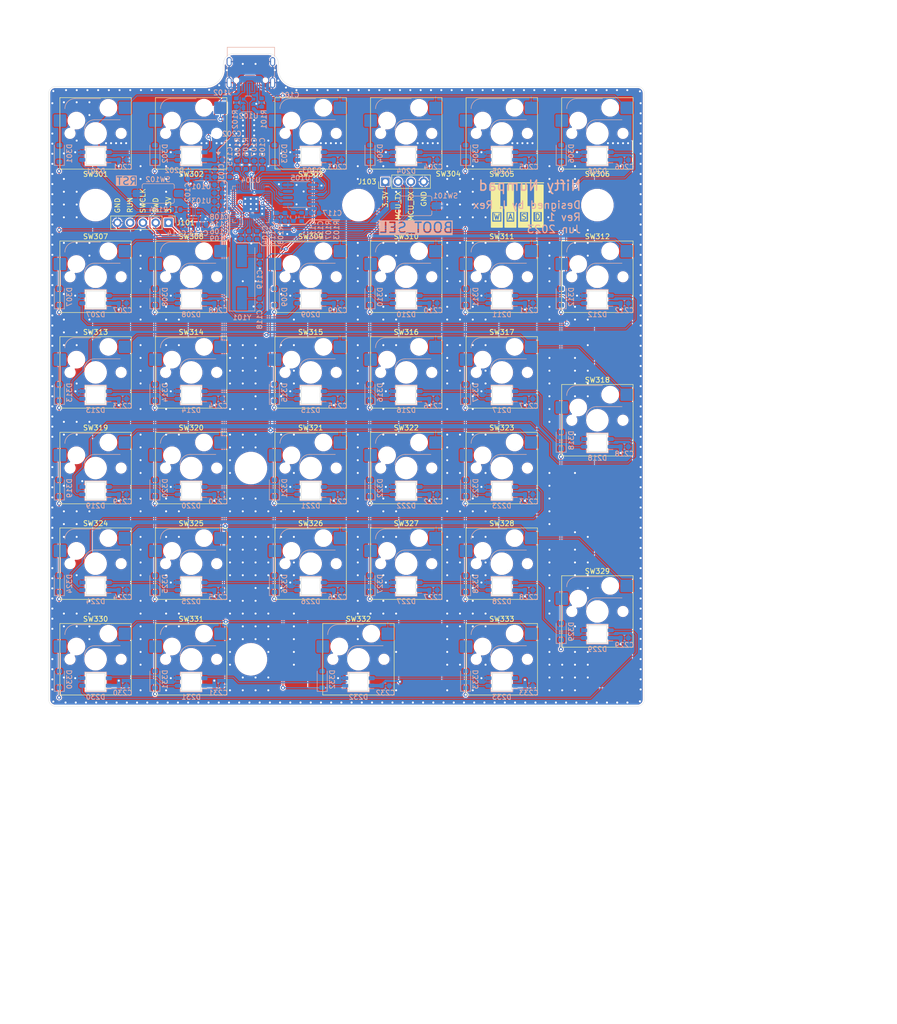
<source format=kicad_pcb>
(kicad_pcb (version 20221018) (generator pcbnew)
  (layers (0 "F.Cu" signal) (31 "B.Cu" signal) (34 "B.Paste" user) (35 "F.Paste" user) (36 "B.SilkS" user "B.Silkscreen") (37 "F.SilkS" user "F.Silkscreen") (38 "B.Mask" user) (39 "F.Mask" user) (44 "Edge.Cuts" user))
  (property "REV" "1")
  (net 0 "")
  (net 1 "+5V")
  (net 2 "GND")
  (net 3 "+3.3V")
  (net 4 "/DVDD_1.1V")
  (net 5 "Net-(U104-XIN)")
  (net 6 "Net-(U104-XOUT)")
  (net 7 "/LED Matrix/DIN0")
  (net 8 "Net-(D201-DOUT)")
  (net 9 "Net-(D202-DOUT)")
  (net 10 "Net-(D203-DOUT)")
  (net 11 "Net-(D204-DOUT)")
  (net 12 "Net-(D205-DOUT)")
  (net 13 "Net-(D206-DOUT)")
  (net 14 "Net-(D207-DOUT)")
  (net 15 "Net-(D208-DOUT)")
  (net 16 "Net-(D209-DOUT)")
  (net 17 "Net-(D210-DOUT)")
  (net 18 "Net-(D211-DOUT)")
  (net 19 "Net-(D212-DOUT)")
  (net 20 "Net-(D213-DOUT)")
  (net 21 "Net-(D214-DOUT)")
  (net 22 "Net-(D215-DOUT)")
  (net 23 "Net-(D216-DOUT)")
  (net 24 "Net-(D217-DOUT)")
  (net 25 "Net-(D218-DOUT)")
  (net 26 "Net-(D219-DOUT)")
  (net 27 "Net-(D220-DOUT)")
  (net 28 "Net-(D221-DOUT)")
  (net 29 "Net-(D222-DOUT)")
  (net 30 "Net-(D223-DOUT)")
  (net 31 "Net-(D224-DOUT)")
  (net 32 "Net-(D225-DOUT)")
  (net 33 "Net-(D226-DOUT)")
  (net 34 "Net-(D227-DOUT)")
  (net 35 "Net-(D228-DOUT)")
  (net 36 "Net-(D229-DOUT)")
  (net 37 "Net-(D230-DOUT)")
  (net 38 "Net-(D231-DOUT)")
  (net 39 "Net-(D232-DOUT)")
  (net 41 "/COL0")
  (net 42 "Net-(D301-A)")
  (net 43 "/COL1")
  (net 44 "Net-(D302-A)")
  (net 45 "/COL2")
  (net 46 "Net-(D303-A)")
  (net 47 "/COL3")
  (net 48 "Net-(D304-A)")
  (net 49 "/COL4")
  (net 50 "Net-(D305-A)")
  (net 51 "/COL5")
  (net 52 "Net-(D306-A)")
  (net 53 "Net-(D307-A)")
  (net 54 "Net-(D308-A)")
  (net 55 "Net-(D309-A)")
  (net 56 "Net-(D310-A)")
  (net 57 "Net-(D311-A)")
  (net 58 "Net-(D312-A)")
  (net 59 "Net-(D313-A)")
  (net 60 "Net-(D314-A)")
  (net 61 "Net-(D315-A)")
  (net 62 "Net-(D316-A)")
  (net 63 "Net-(D317-A)")
  (net 64 "Net-(D318-A)")
  (net 65 "Net-(D319-A)")
  (net 66 "Net-(D320-A)")
  (net 67 "Net-(D321-A)")
  (net 68 "Net-(D322-A)")
  (net 69 "Net-(D323-A)")
  (net 70 "Net-(D324-A)")
  (net 71 "Net-(D325-A)")
  (net 72 "Net-(D326-A)")
  (net 73 "Net-(D327-A)")
  (net 74 "Net-(D328-A)")
  (net 75 "Net-(D329-A)")
  (net 76 "Net-(D330-A)")
  (net 77 "Net-(D331-A)")
  (net 78 "Net-(D332-A)")
  (net 79 "Net-(D333-A)")
  (net 80 "/SWCLK")
  (net 81 "/SWD")
  (net 82 "/RUN")
  (net 83 "Net-(J102-CC1)")
  (net 84 "/USB_DP")
  (net 85 "/USB_DN")
  (net 87 "Net-(J102-CC2)")
  (net 89 "/UART0_MCU_TX")
  (net 90 "/UART0_MCU_RX")
  (net 91 "/~{BOOT_SEL}")
  (net 92 "/QSPI_~{CS}")
  (net 93 "Net-(U103-A)")
  (net 94 "/USB_RP_DP")
  (net 95 "/USB_RP_DN")
  (net 96 "/ROW0")
  (net 97 "/ROW1")
  (net 98 "/ROW2")
  (net 99 "/ROW3")
  (net 100 "/ROW4")
  (net 101 "/ROW5")
  (net 103 "/DIN0_3V3")
  (net 116 "/QSPI_SD3")
  (net 117 "/QSPI_CLK")
  (net 118 "/QSPI_SD0")
  (net 119 "/QSPI_SD2")
  (net 120 "/QSPI_SD1")
  (net 121 "Net-(C119-Pad1)")
  (footprint "PCM_Switch_Keyboard_Hotswap_Kailh:SW_Hotswap_Kailh_MX_1.00u" (layer "F.Cu") (at 181 131)
    (fp_text reference "SW314")
    (fp_text value "PG1511")
  )
  (footprint "irex_MountingHole:MountingHole_6.0mm_ReducedCourtyard" (layer "F.Cu") (at 192.875 188)
    (fp_text reference "H105" hide)
    (fp_text value "6.00mm" hide)
  )
  (footprint "PCM_Switch_Keyboard_Hotswap_Kailh:SW_Hotswap_Kailh_MX_1.00u" (layer "F.Cu") (at 162 131)
    (fp_text reference "SW313")
    (fp_text value "PG1511")
  )
  (footprint "PCM_Switch_Keyboard_Hotswap_Kailh:SW_Hotswap_Kailh_MX_2.00u_90deg" (layer "F.Cu") (at 261.75 140.5)
    (fp_text reference "SW318")
    (fp_text value "PG1511")
  )
  (footprint "PCM_Switch_Keyboard_Hotswap_Kailh:SW_Hotswap_Kailh_MX_1.00u" (layer "F.Cu") (at 223.75 112)
    (fp_text reference "SW310")
    (fp_text value "PG1511")
  )
  (footprint "PCM_Switch_Keyboard_Hotswap_Kailh:SW_Hotswap_Kailh_MX_1.00u" (layer "F.Cu") (at 181 112)
    (fp_text reference "SW308")
    (fp_text value "PG1511")
  )
  (footprint "PCM_Switch_Keyboard_Hotswap_Kailh:SW_Hotswap_Kailh_MX_1.00u" (layer "F.Cu") (at 223.75 83.5)
    (fp_text reference "SW304")
    (fp_text value "PG1511")
  )
  (footprint "PCM_Switch_Keyboard_Hotswap_Kailh:SW_Hotswap_Kailh_MX_1.00u" (layer "F.Cu") (at 162 112)
    (fp_text reference "SW307")
    (fp_text value "PG1511")
  )
  (footprint "PCM_Switch_Keyboard_Hotswap_Kailh:SW_Hotswap_Kailh_MX_1.00u" (layer "F.Cu") (at 242.75 83.5)
    (fp_text reference "SW305")
    (fp_text value "PG1511")
  )
  (footprint "PCM_Switch_Keyboard_Hotswap_Kailh:SW_Hotswap_Kailh_MX_1.00u" (layer "F.Cu") (at 242.75 188)
    (fp_text reference "SW333")
    (fp_text value "PG1511")
  )
  (footprint "PCM_Switch_Keyboard_Hotswap_Kailh:SW_Hotswap_Kailh_MX_2.00u" (layer "F.Cu") (at 214.25 188)
    (fp_text reference "SW332")
    (fp_text value "PG1511")
  )
  (footprint "PCM_Switch_Keyboard_Hotswap_Kailh:SW_Hotswap_Kailh_MX_1.00u" (layer "F.Cu") (at 162 188)
    (fp_text reference "SW330")
    (fp_text value "PG1511")
  )
  (footprint "PCM_Switch_Keyboard_Hotswap_Kailh:SW_Hotswap_Kailh_MX_1.00u" (layer "F.Cu") (at 181 169)
    (fp_text reference "SW325")
    (fp_text value "PG1511")
  )
  (footprint "Connector_PinHeader_2.54mm:PinHeader_1x05_P2.54mm_Vertical" (layer "F.Cu") (at 176.49 101.25 -90)
    (fp_text reference "J101")
    (fp_text value "SWD")
  )
  (footprint "PCM_Switch_Keyboard_Hotswap_Kailh:SW_Hotswap_Kailh_MX_1.00u" (layer "F.Cu") (at 261.75 112)
    (fp_text reference "SW312")
    (fp_text value "PG1511")
  )
  (footprint "irex_MountingHole:MountingHole_6.0mm_ReducedCourtyard" (layer "F.Cu") (at 214.25 97.75)
    (fp_text reference "H102" hide)
    (fp_text value "6.00mm" hide)
  )
  (footprint "PCM_Switch_Keyboard_Hotswap_Kailh:SW_Hotswap_Kailh_MX_1.00u" (layer "F.Cu") (at 181 150)
    (fp_text reference "SW320")
    (fp_text value "PG1511")
  )
  (footprint "PCM_Switch_Keyboard_Hotswap_Kailh:SW_Hotswap_Kailh_MX_1.00u" (layer "F.Cu") (at 242.75 150)
    (fp_text reference "SW323")
    (fp_text value "PG1511")
  )
  (footprint "PCM_Switch_Keyboard_Hotswap_Kailh:SW_Hotswap_Kailh_MX_1.00u" (layer "F.Cu") (at 204.75 131)
    (fp_text reference "SW315")
    (fp_text value "PG1511")
  )
  (footprint "PCM_Switch_Keyboard_Hotswap_Kailh:SW_Hotswap_Kailh_MX_1.00u" (layer "F.Cu") (at 204.75 83.5)
    (fp_text reference "SW303")
    (fp_text value "PG1511")
  )
  (footprint "irex_MountingHole:MountingHole_6.0mm_ReducedCourtyard" (layer "F.Cu") (at 162 97.75)
    (fp_text reference "H101" hide)
    (fp_text value "6.00mm" hide)
  )
  (footprint "irex_MountingHole:MountingHole_6.0mm_ReducedCourtyard" (layer "F.Cu") (at 261.75 97.75)
    (fp_text reference "H103" hide)
    (fp_text value "6.00mm" hide)
  )
  (footprint "PCM_Switch_Keyboard_Hotswap_Kailh:SW_Hotswap_Kailh_MX_1.00u" (layer "F.Cu") (at 162 169)
    (fp_text reference "SW324")
    (fp_text value "PG1511")
  )
  (footprint "Connector_PinHeader_2.54mm:PinHeader_1x04_P2.54mm_Vertical" (layer "F.Cu") (at 219.6 93.1 90)
    (fp_text reference "J103")
    (fp_text value "UART")
  )
  (footprint "PCM_Switch_Keyboard_Hotswap_Kailh:SW_Hotswap_Kailh_MX_1.00u" (layer "F.Cu") (at 181 83.5)
    (fp_text reference "SW302")
    (fp_text value "PG1511")
  )
  (footprint "PCM_Switch_Keyboard_Hotswap_Kailh:SW_Hotswap_Kailh_MX_1.00u" (layer "F.Cu") (at 204.75 150)
    (fp_text reference "SW321")
    (fp_text value "PG1511")
  )
  (footprint "PCM_Switch_Keyboard_Hotswap_Kailh:SW_Hotswap_Kailh_MX_1.00u" (layer "F.Cu") (at 204.75 112)
    (fp_text reference "SW309")
    (fp_text value "PG1511")
  )
  (footprint "PCM_Switch_Keyboard_Hotswap_Kailh:SW_Hotswap_Kailh_MX_1.00u" (layer "F.Cu") (at 223.75 150)
    (fp_text reference "SW322")
    (fp_text value "PG1511")
  )
  (footprint "irex_MountingHole:MountingHole_6.0mm_ReducedCourtyard" (layer "F.Cu") (at 192.875 150)
    (fp_text reference "H104" hide)
    (fp_text value "6.00mm" hide)
  )
  (footprint "PCM_Switch_Keyboard_Hotswap_Kailh:SW_Hotswap_Kailh_MX_1.00u" (layer "F.Cu") (at 181 188)
    (fp_text reference "SW331")
    (fp_text value "PG1511")
  )
  (footprint "PCM_Switch_Keyboard_Hotswap_Kailh:SW_Hotswap_Kailh_MX_1.00u" (layer "F.Cu") (at 223.75 131)
    (fp_text reference "SW316")
    (fp_text value "PG1511")
  )
  (footprint "PCM_Switch_Keyboard_Hotswap_Kailh:SW_Hotswap_Kailh_MX_1.00u" (layer "F.Cu") (at 242.75 169)
    (fp_text reference "SW328")
    (fp_text value "PG1511")
  )
  (footprint "PCM_Switch_Keyboard_Hotswap_Kailh:SW_Hotswap_Kailh_MX_1.00u" (layer "F.Cu") (at 261.75 83.5)
    (fp_text reference "SW306")
    (fp_text value "PG1511")
  )
  (footprint "PCM_Switch_Keyboard_Hotswap_Kailh:SW_Hotswap_Kailh_MX_1.00u" (layer "F.Cu") (at 242.75 131)
    (fp_text reference "SW317")
    (fp_text value "PG1511")
  )
  (footprint "PCM_Switch_Keyboard_Hotswap_Kailh:SW_Hotswap_Kailh_MX_1.00u" (layer "F.Cu") (at 162 150)
    (fp_text reference "SW319")
    (fp_text value "PG1511")
  )
  (footprint "PCM_Switch_Keyboard_Hotswap_Kailh:SW_Hotswap_Kailh_MX_2.00u_90deg" (layer "F.Cu") (at 261.75 178.5)
    (fp_text reference "SW329")
    (fp_text value "PG1511")
  )
  (footprint "PCM_Switch_Keyboard_Hotswap_Kailh:SW_Hotswap_Kailh_MX_1.00u" (layer "F.Cu") (at 162 83.5)
    (fp_text reference "SW301")
    (fp_text value "PG1511")
  )
  (footprint "PCM_Switch_Keyboard_Hotswap_Kailh:SW_Hotswap_Kailh_MX_1.00u" (layer "F.Cu") (at 242.75 112)
    (fp_text reference "SW311")
    (fp_text value "PG1511")
  )
  (footprint "PCM_Switch_Keyboard_Hotswap_Kailh:SW_Hotswap_Kailh_MX_1.00u" (layer "F.Cu") (at 204.75 169)
    (fp_text reference "SW326")
    (fp_text value "PG1511")
  )
  (footprint "PCM_Switch_Keyboard_Hotswap_Kailh:SW_Hotswap_Kailh_MX_1.00u" (layer "F.Cu") (at 223.75 169)
    (fp_text reference "SW327")
    (fp_text value "PG1511")
  )
  (footprint "Crystal:Crystal_SMD_HC49-SD" (layer "B.Cu") (at 191.1 112.1 90)
    (fp_text reference "Y101")
    (fp_text value "ABLS-12.000MHZ-B4-T")
  )
  (footprint "Capacitor_SMD:C_0603_1608Metric" (layer "B.Cu") (at 186.4 93.7 180)
    (fp_text reference "C108")
    (fp_text value "100nF")
  )
  (footprint "Capacitor_SMD:C_0603_1608Metric" (layer "B.Cu") (at 186.4 97 180)
    (fp_text reference "C106")
    (fp_text value "100nF")
  )
  (footprint "irex_LED_SMD:LED_SK6812MINI-E_3.2x2.8mm" (layer "B.Cu") (at 261.75 183)
    (fp_text reference "D229")
    (fp_text value "SK6812MINI-E")
    (fp_line (start -1.9 -1.7) (end 1.9 -1.7) (stroke (width 0.1)) (layer "Edge.Cuts"))
    (fp_line (start -1.9 1.7) (end -1.9 -1.7) (stroke (width 0.1)) (layer "Edge.Cuts"))
    (fp_line (start 1.9 -1.7) (end 1.9 1.7) (stroke (width 0.1)) (layer "Edge.Cuts"))
    (fp_line (start 1.9 1.7) (end -1.9 1.7) (stroke (width 0.1)) (layer "Edge.Cuts"))
  )
  (footprint "Diode_SMD:D_SOD-123" (layer "B.Cu") (at 154.8 154 90)
    (fp_text reference "D319")
    (fp_text value "1N4148")
  )
  (footprint "irex_Connector_USB:USB_C_Receptacle_GCT_USB4105-GF-A-060" (layer "B.Cu") (at 192.875 70.3)
    (fp_text reference "J102")
    (fp_text value "USB-C")
  )
  (footprint "irex_LED_SMD:LED_SK6812MINI-E_3.2x2.8mm" (layer "B.Cu") (at 242.75 135.5)
    (fp_text reference "D217")
    (fp_text value "SK6812MINI-E")
    (fp_line (start -1.9 -1.7) (end 1.9 -1.7) (stroke (width 0.1)) (layer "Edge.Cuts"))
    (fp_line (start -1.9 1.7) (end -1.9 -1.7) (stroke (width 0.1)) (layer "Edge.Cuts"))
    (fp_line (start 1.9 -1.7) (end 1.9 1.7) (stroke (width 0.1)) (layer "Edge.Cuts"))
    (fp_line (start 1.9 1.7) (end -1.9 1.7) (stroke (width 0.1)) (layer "Edge.Cuts"))
  )
  (footprint "irex_LED_SMD:LED_SK6812MINI-E_3.2x2.8mm" (layer "B.Cu") (at 181 154.5)
    (fp_text reference "D220")
    (fp_text value "SK6812MINI-E")
    (fp_line (start -1.9 -1.7) (end 1.9 -1.7) (stroke (width 0.1)) (layer "Edge.Cuts"))
    (fp_line (start -1.9 1.7) (end -1.9 -1.7) (stroke (width 0.1)) (layer "Edge.Cuts"))
    (fp_line (start 1.9 -1.7) (end 1.9 1.7) (stroke (width 0.1)) (layer "Edge.Cuts"))
    (fp_line (start 1.9 1.7) (end -1.9 1.7) (stroke (width 0.1)) (layer "Edge.Cuts"))
  )
  (footprint "Resistor_SMD:R_0603_1608Metric" (layer "B.Cu") (at 190.2 89.75 -90)
    (fp_text reference "R106")
    (fp_text value "27")
  )
  (footprint "irex_LED_SMD:LED_SK6812MINI-E_3.2x2.8mm" (layer "B.Cu") (at 242.75 88)
    (fp_text reference "D205")
    (fp_text value "SK6812MINI-E")
    (fp_line (start -1.9 -1.7) (end 1.9 -1.7) (stroke (width 0.1)) (layer "Edge.Cuts"))
    (fp_line (start -1.9 1.7) (end -1.9 -1.7) (stroke (width 0.1)) (layer "Edge.Cuts"))
    (fp_line (start 1.9 -1.7) (end 1.9 1.7) (stroke (width 0.1)) (layer "Edge.Cuts"))
    (fp_line (start 1.9 1.7) (end -1.9 1.7) (stroke (width 0.1)) (layer "Edge.Cuts"))
  )
  (footprint "Capacitor_SMD:C_0603_1608Metric" (layer "B.Cu") (at 188.65 91.35 90)
    (fp_text reference "C115")
    (fp_text value "1uF")
  )
  (footprint "irex_LED_SMD:LED_SK6812MINI-E_3.2x2.8mm" (layer "B.Cu") (at 204.75 135.5)
    (fp_text reference "D215")
    (fp_text value "SK6812MINI-E")
    (fp_line (start -1.9 -1.7) (end 1.9 -1.7) (stroke (width 0.1)) (layer "Edge.Cuts"))
    (fp_line (start -1.9 1.7) (end -1.9 -1.7) (stroke (width 0.1)) (layer "Edge.Cuts"))
    (fp_line (start 1.9 -1.7) (end 1.9 1.7) (stroke (width 0.1)) (layer "Edge.Cuts"))
    (fp_line (start 1.9 1.7) (end -1.9 1.7) (stroke (width 0.1)) (layer "Edge.Cuts"))
  )
  (footprint "Capacitor_SMD:C_0603_1608Metric" (layer "B.Cu") (at 248.125 193.25)
    (fp_text reference "C233")
    (fp_text value "100nF")
  )
  (footprint "Capacitor_SMD:C_0603_1608Metric" (layer "B.Cu") (at 186.375 117.25)
    (fp_text reference "C208")
    (fp_text value "100nF")
  )
  (footprint "Capacitor_SMD:C_0603_1608Metric" (layer "B.Cu") (at 267.125 183.75)
    (fp_text reference "C229")
    (fp_text value "100nF")
  )
  (footprint "Capacitor_SMD:C_0603_1608Metric" (layer "B.Cu") (at 229.125 155.25)
    (fp_text reference "C222")
    (fp_text value "100nF")
  )
  (footprint "Diode_SMD:D_SOD-123" (layer "B.Cu") (at 197.55 154 90)
    (fp_text reference "D321")
    (fp_text value "1N4148")
  )
  (footprint "Capacitor_SMD:C_0603_1608Metric" (layer "B.Cu") (at 167.375 174.25)
    (fp_text reference "C224")
    (fp_text value "100nF")
  )
  (footprint "irex_LED_SMD:LED_SK6812MINI-E_3.2x2.8mm" (layer "B.Cu") (at 181 88)
    (fp_text reference "D202")
    (fp_text value "SK6812MINI-E")
    (fp_line (start -1.9 -1.7) (end 1.9 -1.7) (stroke (width 0.1)) (layer "Edge.Cuts"))
    (fp_line (start -1.9 1.7) (end -1.9 -1.7) (stroke (width 0.1)) (layer "Edge.Cuts"))
    (fp_line (start 1.9 -1.7) (end 1.9 1.7) (stroke (width 0.1)) (layer "Edge.Cuts"))
    (fp_line (start 1.9 1.7) (end -1.9 1.7) (stroke (width 0.1)) (layer "Edge.Cuts"))
  )
  (footprint "irex_Aesthetic:Logo_irex_10.0x11.1mm_Mask" (layer "B.Cu") (at 260 156.5 180)
    (fp_text reference "G***" hide)
    (fp_text value "IREX_LOGO" hide)
  )
  (footprint "Capacitor_SMD:C_0603_1608Metric" (layer "B.Cu") (at 193.5 89.75 90)
    (fp_text reference "C107")
    (fp_text value "100nF")
  )
  (footprint "Capacitor_SMD:C_0603_1608Metric" (layer "B.Cu") (at 210.125 117.25)
    (fp_text reference "C209")
    (fp_text value "100nF")
  )
  (footprint "Diode_SMD:D_SOD-123" (layer "B.Cu") (at 173.8 87.5 90)
    (fp_text reference "D302")
    (fp_text value "1N4148")
  )
  (footprint "Resistor_SMD:R_0603_1608Metric" (layer "B.Cu") (at 195 77.375 -90)
    (fp_text reference "R101")
    (fp_text value "5.1k")
  )
  (footprint "Capacitor_SMD:C_0603_1608Metric" (layer "B.Cu") (at 199.65 100.1 -90)
    (fp_text reference "C111")
    (fp_text value "100nF")
  )
  (footprint "Diode_SMD:D_SOD-123" (layer "B.Cu") (at 235.55 154 90)
    (fp_text reference "D323")
    (fp_text value "1N4148")
  )
  (footprint "Diode_SMD:D_SOD-123" (layer "B.Cu") (at 216.55 135 90)
    (fp_text reference "D316")
    (fp_text value "1N4148")
  )
  (footprint "Diode_SMD:D_SOD-123" (layer "B.Cu") (at 197.55 173 90)
    (fp_text reference "D326")
    (fp_text value "1N4148")
  )
  (footprint "irex_LED_SMD:LED_SK6812MINI-E_3.2x2.8mm" (layer "B.Cu") (at 162 88)
    (fp_text reference "D201")
    (fp_text value "SK6812MINI-E")
    (fp_line (start -1.9 -1.7) (end 1.9 -1.7) (stroke (width 0.1)) (layer "Edge.Cuts"))
    (fp_line (start -1.9 1.7) (end -1.9 -1.7) (stroke (width 0.1)) (layer "Edge.Cuts"))
    (fp_line (start 1.9 -1.7) (end 1.9 1.7) (stroke (width 0.1)) (layer "Edge.Cuts"))
    (fp_line (start 1.9 1.7) (end -1.9 1.7) (stroke (width 0.1)) (layer "Edge.Cuts"))
  )
  (footprint "irex_LED_SMD:LED_SK6812MINI-E_3.2x2.8mm" (layer "B.Cu") (at 261.75 116.5)
    (fp_text reference "D212")
    (fp_text value "SK6812MINI-E")
    (fp_line (start -1.9 -1.7) (end 1.9 -1.7) (stroke (width 0.1)) (layer "Edge.Cuts"))
    (fp_line (start -1.9 1.7) (end -1.9 -1.7) (stroke (width 0.1)) (layer "Edge.Cuts"))
    (fp_line (start 1.9 -1.7) (end 1.9 1.7) (stroke (width 0.1)) (layer "Edge.Cuts"))
    (fp_line (start 1.9 1.7) (end -1.9 1.7) (stroke (width 0.1)) (layer "Edge.Cuts"))
  )
  (footprint "irex_LED_SMD:LED_SK6812MINI-E_3.2x2.8mm" (layer "B.Cu") (at 204.75 173.5)
    (fp_text reference "D226")
    (fp_text value "SK6812MINI-E")
    (fp_line (start -1.9 -1.7) (end 1.9 -1.7) (stroke (width 0.1)) (layer "Edge.Cuts"))
    (fp_line (start -1.9 1.7) (end -1.9 -1.7) (stroke (width 0.1)) (layer "Edge.Cuts"))
    (fp_line (start 1.9 -1.7) (end 1.9 1.7) (stroke (width 0.1)) (layer "Edge.Cuts"))
    (fp_line (start 1.9 1.7) (end -1.9 1.7) (stroke (width 0.1)) (layer "Edge.Cuts"))
  )
  (footprint "Diode_SMD:D_SOD-123" (layer "B.Cu") (at 207.05 192 90)
    (fp_text reference "D332")
    (fp_text value "1N4148")
  )
  (footprint "Capacitor_SMD:C_0603_1608Metric" (layer "B.Cu") (at 183.2 101.6)
    (fp_text reference "C113")
    (fp_text value "100nF")
  )
  (footprint "Package_TO_SOT_SMD:SOT-353_SC-70-5" (layer "B.Cu") (at 183 91.75)
    (fp_text reference "U101")
    (fp_text value "3.3V")
  )
  (footprint "Package_TO_SOT_SMD:SOT-363_SC-70-6" (layer "B.Cu") (at 181.5 99.3)
    (fp_text reference "U103")
    (fp_text value "SN74LVC1T45DCK")
  )
  (footprint "Diode_SMD:D_SOD-123" (layer "B.Cu") (at 173.8 116 90)
    (fp_text reference "D308")
    (fp_text value "1N4148")
  )
  (footprint "Diode_SMD:D_SOD-123" (layer "B.Cu") (at 173.8 135 90)
    (fp_text reference "D314")
    (fp_text value "1N4148")
  )
  (footprint "irex_LED_SMD:LED_SK6812MINI-E_3.2x2.8mm" (layer "B.Cu") (at 162 154.5)
    (fp_text reference "D219")
    (fp_text value "SK6812MINI-E")
    (fp_line (start -1.9 -1.7) (end 1.9 -1.7) (stroke (width 0.1)) (layer "Edge.Cuts"))
    (fp_line (start -1.9 1.7) (end -1.9 -1.7) (stroke (width 0.1)) (layer "Edge.Cuts"))
    (fp_line (start 1.9 -1.7) (end 1.9 1.7) (stroke (width 0.1)) (layer "Edge.Cuts"))
    (fp_line (start 1.9 1.7) (end -1.9 1.7) (stroke (width 0.1)) (layer "Edge.Cuts"))
  )
  (footprint "irex_LED_SMD:LED_SK6812MINI-E_3.2x2.8mm" (layer "B.Cu") (at 223.75 88)
    (fp_text reference "D204")
    (fp_text value "SK6812MINI-E")
    (fp_line (start -1.9 -1.7) (end 1.9 -1.7) (stroke (width 0.1)) (layer "Edge.Cuts"))
    (fp_line (start -1.9 1.7) (end -1.9 -1.7) (stroke (width 0.1)) (layer "Edge.Cuts"))
    (fp_line (start 1.9 -1.7) (end 1.9 1.7) (stroke (width 0.1)) (layer "Edge.Cuts"))
    (fp_line (start 1.9 1.7) (end -1.9 1.7) (stroke (width 0.1)) (layer "Edge.Cuts"))
  )
  (footprint "Diode_SMD:D_SOD-123" (layer "B.Cu") (at 235.55 135 90)
    (fp_text reference "D317")
    (fp_text value "1N4148")
  )
  (footprint "Capacitor_SMD:C_0603_1608Metric" (layer "B.Cu") (at 248.125 174.25)
    (fp_text reference "C228")
    (fp_text value "100nF")
  )
  (footprint "irex_LED_SMD:LED_SK6812MINI-E_3.2x2.8mm" (layer "B.Cu") (at 242.75 116.5)
    (fp_text reference "D211")
    (fp_text value "SK6812MINI-E")
    (fp_line (start -1.9 -1.7) (end 1.9 -1.7) (stroke (width 0.1)) (layer "Edge.Cuts"))
    (fp_line (start -1.9 1.7) (end -1.9 -1.7) (stroke (width 0.1)) (layer "Edge.Cuts"))
    (fp_line (start 1.9 -1.7) (end 1.9 1.7) (stroke (width 0.1)) (layer "Edge.Cuts"))
    (fp_line (start 1.9 1.7) (end -1.9 1.7) (stroke (width 0.1)) (layer "Edge.Cuts"))
  )
  (footprint "Capacitor_SMD:C_0603_1608Metric" (layer "B.Cu") (at 185.7 91.35 90)
    (fp_text reference "C103")
    (fp_text value "1uF")
  )
  (footprint "Capacitor_SMD:C_0603_1608Metric" (layer "B.Cu") (at 186.4 95.35 180)
    (fp_text reference "C116")
    (fp_text value "1uF")
  )
  (footprint "Capacitor_SMD:C_0603_1608Metric" (layer "B.Cu") (at 186.375 174.25)
    (fp_text reference "C225")
    (fp_text value "100nF")
  )
  (footprint "Capacitor_SMD:C_0603_1608Metric" (layer "B.Cu") (at 192.5 103.7 -90)
    (fp_text reference "C110")
    (fp_text value "100nF")
  )
  (footprint "Capacitor_SMD:C_0603_1608Metric" (layer "B.Cu") (at 267.125 117.25)
    (fp_text reference "C212")
    (fp_text value "100nF")
  )
  (footprint "Capacitor_SMD:C_0603_1608Metric" (layer "B.Cu") (at 197.475 76.625)
    (fp_text reference "C101")
    (fp_text value "10uF")
  )
  (footprint "Capacitor_SMD:C_0603_1608Metric" (layer "B.Cu") (at 210.125 88.75)
    (fp_text reference "C203")
    (fp_text value "100nF")
  )
  (footprint "Capacitor_SMD:C_0603_1608Metric" (layer "B.Cu") (at 195.15 89.75 90)
    (fp_text reference "C105")
    (fp_text value "100nF")
  )
  (footprint "Diode_SMD:D_SOD-123" (layer "B.Cu") (at 235.55 87.5 90)
    (fp_text reference "D305")
    (fp_text value "1N4148")
  )
  (footprint "irex_LED_SMD:LED_SK6812MINI-E_3.2x2.8mm" (layer "B.Cu") (at 261.75 88)
    (fp_text reference "D206")
    (fp_text value "SK6812MINI-E")
    (fp_line (start -1.9 -1.7) (end 1.9 -1.7) (stroke (width 0.1)) (layer "Edge.Cuts"))
    (fp_line (start -1.9 1.7) (end -1.9 -1.7) (stroke (width 0.1)) (layer "Edge.Cuts"))
    (fp_line (start 1.9 -1.7) (end 1.9 1.7) (stroke (width 0.1)) (layer "Edge.Cuts"))
    (fp_line (start 1.9 1.7) (end -1.9 1.7) (stroke (width 0.1)) (layer "Edge.Cuts"))
  )
  (footprint "irex_LED_SMD:LED_SK6812MINI-E_3.2x2.8mm" (layer "B.Cu") (at 162 173.5)
    (fp_text reference "D224")
    (fp_text value "SK6812MINI-E")
    (fp_line (start -1.9 -1.7) (end 1.9 -1.7) (stroke (width 0.1)) (layer "Edge.Cuts"))
    (fp_line (start -1.9 1.7) (end -1.9 -1.7) (stroke (width 0.1)) (layer "Edge.Cuts"))
    (fp_line (start 1.9 -1.7) (end 1.9 1.7) (stroke (width 0.1)) (layer "Edge.Cuts"))
    (fp_line (start 1.9 1.7) (end -1.9 1.7) (stroke (width 0.1)) (layer "Edge.Cuts"))
  )
  (footprint "Package_DFN_QFN:QFN-56-1EP_7x7mm_P0.4mm_EP3.2x3.2mm" (layer "B.Cu") (at 192.85 97.6 180)
    (fp_text reference "U104")
    (fp_text value "RP2040")
  )
  (footprint "Capacitor_SMD:C_0603_1608Metric" (layer "B.Cu") (at 248.125 88.75)
    (fp_text reference "C205")
    (fp_text value "100nF")
  )
  (footprint "Diode_SMD:D_SOD-123" (layer "B.Cu") (at 173.8 192 90)
    (fp_text reference "D331")
    (fp_text value "1N4148")
  )
  (footprint "Capacitor_SMD:C_0603_1608Metric" (layer "B.Cu") (at 205.65 99.35 180)
    (fp_text reference "C117")
    (fp_text value "100nF")
  )
  (footprint "irex_LED_SMD:LED_SK6812MINI-E_3.2x2.8mm" (layer "B.Cu") (at 214.25 192.5)
    (fp_text reference "D232")
    (fp_text value "SK6812MINI-E")
    (fp_line (start -1.9 -1.7) (end 1.9 -1.7) (stroke (width 0.1)) (layer "Edge.Cuts"))
    (fp_line (start -1.9 1.7) (end -1.9 -1.7) (stroke (width 0.1)) (layer "Edge.Cuts"))
    (fp_line (start 1.9 -1.7) (end 1.9 1.7) (stroke (width 0.1)) (layer "Edge.Cuts"))
    (fp_line (start 1.9 1.7) (end -1.9 1.7) (stroke (width 0.1)) (layer "Edge.Cuts"))
  )
  (footprint "Capacitor_SMD:C_0603_1608Metric" (layer "B.Cu") (at 198 100.1 -90)
    (fp_text reference "C112")
    (fp_text value "100nF")
  )
  (footprint "Diode_SMD:D_SOD-123" (layer "B.Cu") (at 254.55 116 90)
    (fp_text reference "D312")
    (fp_text value "1N4148")
  )
  (footprint "Diode_SMD:D_SOD-123" (layer "B.Cu") (at 254.55 87.5 90)
    (fp_text reference "D306")
    (fp_text value "1N4148")
  )
  (footprint "Capacitor_SMD:C_0603_1608Metric" (layer "B.Cu") (at 179.8 101.6 180)
    (fp_text reference "C114")
    (fp_text value "100nF")
  )
  (footprint "irex_LED_SMD:LED_SK6812MINI-E_3.2x2.8mm" (layer "B.Cu") (at 162 135.5)
    (fp_text reference "D213")
    (fp_text value "SK6812MINI-E")
    (fp_line (start -1.9 -1.7) (end 1.9 -1.7) (stroke (width 0.1)) (layer "Edge.Cuts"))
    (fp_line (start -1.9 1.7) (end -1.9 -1.7) (stroke (width 0.1)) (layer "Edge.Cuts"))
    (fp_line (start 1.9 -1.7) (end 1.9 1.7) (stroke (width 0.1)) (layer "Edge.Cuts"))
    (fp_line (start 1.9 1.7) (end -1.9 1.7) (stroke (width 0.1)) (layer "Edge.Cuts"))
  )
  (footprint "Diode_SMD:D_SOD-123" (layer "B.Cu") (at 197.55 87.5 90)
    (fp_text reference "D303")
    (fp_text value "1N4148")
  )
  (footprint "irex_LED_SMD:LED_SK6812MINI-E_3.2x2.8mm" (layer "B.Cu") (at 242.75 192.5)
    (fp_text reference "D233")
    (fp_text value "SK6812MINI-E")
    (fp_line (start -1.9 -1.7) (end 1.9 -1.7) (stroke (width 0.1)) (layer "Edge.Cuts"))
    (fp_line (start -1.9 1.7) (end -1.9 -1.7) (stroke (width 0.1)) (layer "Edge.Cuts"))
    (fp_line (start 1.9 -1.7) (end 1.9 1.7) (stroke (width 0.1)) (layer "Edge.Cuts"))
    (fp_line (start 1.9 1.7) (end -1.9 1.7) (stroke (width 0.1)) (layer "Edge.Cuts"))
  )
  (footprint "irex_LED_SMD:LED_SK6812MINI-E_3.2x2.8mm" (layer "B.Cu") (at 162 116.5)
    (fp_text reference "D207")
    (fp_text value "SK6812MINI-E")
    (fp_line (start -1.9 -1.7) (end 1.9 -1.7) (stroke (width 0.1)) (layer "Edge.Cuts"))
    (fp_line (start -1.9 1.7) (end -1.9 -1.7) (stroke (width 0.1)) (layer "Edge.Cuts"))
    (fp_line (start 1.9 -1.7) (end 1.9 1.7) (stroke (width 0.1)) (layer "Edge.Cuts"))
    (fp_line (start 1.9 1.7) (end -1.9 1.7) (stroke (width 0.1)) (layer "Edge.Cuts"))
  )
  (footprint "Capacitor_SMD:C_0603_1608Metric" (layer "B.Cu") (at 167.375 155.25)
    (fp_text reference "C219")
    (fp_text value "100nF")
  )
  (footprint "Diode_SMD:D_SOD-123" (layer "B.Cu") (at 197.55 116 90)
    (fp_text reference "D309")
    (fp_text value "1N4148")
  )
  (footprint "Diode_SMD:D_SOD-123" (layer "B.Cu") (at 154.8 135 90)
    (fp_text reference "D313")
    (fp_text value "1N4148")
  )
  (footprint "Capacitor_SMD:C_0603_1608Metric" (layer "B.Cu") (at 186.375 193.25)
    (fp_text reference "C231")
    (fp_text value "100nF")
  )
  (footprint "Capacitor_SMD:C_0603_1608Metric" (layer "B.Cu") (at 248.125 155.25)
    (fp_text reference "C223")
    (fp_text value "100nF")
  )
  (footprint "Diode_SMD:D_SOD-123" (layer "B.Cu") (at 235.55 116 90)
    (fp_text reference "D311")
    (fp_text value "1N4148")
  )
  (footprint "irex_LED_SMD:LED_SK6812MINI-E_3.2x2.8mm" (layer "B.Cu") (at 181 192.5)
    (fp_text reference "D231")
    (fp_text value "SK6812MINI-E")
    (fp_line (start -1.9 -1.7) (end 1.9 -1.7) (stroke (width 0.1)) (layer "Edge.Cuts"))
    (fp_line (start -1.9 1.7) (end -1.9 -1.7) (stroke (width 0.1)) (layer "Edge.Cuts"))
    (fp_line (start 1.9 -1.7) (end 1.9 1.7) (stroke (width 0.1)) (layer "Edge.Cuts"))
    (fp_line (start 1.9 1.7) (end -1.9 1.7) (stroke (width 0.1)) (layer "Edge.Cuts"))
  )
  (footprint "Diode_SMD:D_SOD-123" (layer "B.Cu") (at 235.55 192 90)
    (fp_text reference "D333")
    (fp_text value "1N4148")
  )
  (footprint "irex_Button_Switch_SMD:SW-PUSH-6x3.5mm_CK-PTS636SL43x_HandSolder" (layer "B.Cu") (at 229.75 97.9001 180)
    (fp_text reference "SW101")
    (fp_text value "PTS636 SL43 SMTR LFS")
  )
  (footprint "Diode_SMD:D_SOD-123" (layer "B.Cu") (at 254.55 144.5 90)
    (fp_text reference "D318")
    (fp_text value "1N4148")
  )
  (footprint "Capacitor_SMD:C_0603_1608Metric" (layer "B.Cu") (at 167.375 193.25)
    (fp_text reference "C230")
    (fp_text value "100nF")
  )
  (footprint "Capacitor_SMD:C_0603_1608Metric" (layer "B.Cu") (at 190.85 103.7 -90)
    (fp_text reference "C104")
    (fp_text value "100nF")
  )
  (footprint "Capacitor_SMD:C_0603_1608Metric" (layer "B.Cu") (at 167.375 88.75)
    (fp_text reference "C201")
    (fp_text value "100nF")
  )
  (footprint "Diode_SMD:D_SOD-123" (layer "B.Cu") (at 216.55 87.5 90)
    (fp_text reference "D304")
    (fp_text value "1N4148")
  )
  (footprint "Diode_SMD:D_SOD-123" (layer "B.Cu") (at 154.8 87.5 90)
    (fp_text reference "D301")
    (fp_text value "1N4148")
  )
  (footprint "irex_LED_SMD:LED_SK6812MINI-E_3.2x2.8mm" (layer "B.Cu") (at 261.75 145)
    (fp_text reference "D218")
    (fp_text value "SK6812MINI-E")
    (fp_line (start -1.9 -1.7) (end 1.9 -1.7) (stroke (width 0.1)) (layer "Edge.Cuts"))
    (fp_line (start -1.9 1.7) (end -1.9 -1.7) (stroke (width 0.1)) (layer "Edge.Cuts"))
    (fp_line (start 1.9 -1.7) (end 1.9 1.7) (stroke (width 0.1)) (layer "Edge.Cuts"))
    (fp_line (start 1.9 1.7) (end -1.9 1.7) (stroke (width 0.1)) (layer "Edge.Cuts"))
  )
  (footprint "Capacitor_SMD:C_0603_1608Metric" (layer "B.Cu") (at 167.375 117.25)
    (fp_text reference "C207")
    (fp_text value "100nF")
  )
  (footprint "Package_SO:SOIC-8_3.9x4.9mm_P1.27mm" (layer "B.Cu") (at 202.7 95.65)
    (fp_text reference "U105")
    (fp_text value "W25Q40CLSNIG")
  )
  (footprint "irex_LED_SMD:LED_SK6812MINI-E_3.2x2.8mm" (layer "B.Cu") (at 223.75 154.5)
    (fp_text reference "D222")
    (fp_text value "SK6812MINI-E")
    (fp_line (start -1.9 -1.7) (end 1.9 -1.7) (stroke (width 0.1)) (layer "Edge.Cuts"))
    (fp_line (start -1.9 1.7) (end -1.9 -1.7) (stroke (width 0.1)) (layer "Edge.Cuts"))
    (fp_line (start 1.9 -1.7) (end 1.9 1.7) (stroke (width 0.1)) (layer "Edge.Cuts"))
    (fp_line (start 1.9 1.7) (end -1.9 1.7) (stroke (width 0.1)) (layer "Edge.Cuts"))
  )
  (footprint "Capacitor_SMD:C_0603_1608Metric" (layer "B.Cu") (at 186.375 136.25)
    (fp_text reference "C214")
    (fp_text value "100nF")
  )
  (footprint "Capacitor_SMD:C_0603_1608Metric" (layer "B.Cu") (at 229.125 88.75)
    (fp_text reference "C204")
    (fp_text value "100nF")
  )
  (footprint "Capacitor_SMD:C_0603_1608Metric" (layer "B.Cu") (at 210.125 155.25)
    (fp_text reference "C221")
    (fp_text value "100nF")
  )
  (footprint "Diode_SMD:D_SOD-123" (layer "B.Cu") (at 173.8 173 90)
    (fp_text reference "D325")
    (fp_text value "1N4148")
  )
  (footprint "irex_LED_SMD:LED_SK6812MINI-E_3.2x2.8mm" (layer "B.Cu") (at 162 192.5)
    (fp_text reference "D230")
    (fp_text value "SK6812MINI-E")
    (fp_line (start -1.9 -1.7) (end 1.9 -1.7) (stroke (width 0.1)) (layer "Edge.Cuts"))
    (fp_line (start -1.9 1.7) (end -1.9 -1.7) (stroke (width 0.1)) (layer "Edge.Cuts"))
    (fp_line (start 1.9 -1.7) (end 1.9 1.7) (stroke (width 0.1)) (layer "Edge.Cuts"))
    (fp_line (start 1.9 1.7) (end -1.9 1.7) (stroke (width 0.1)) (layer "Edge.Cuts"))
  )
  (footprint "Capacitor_SMD:C_0603_1608Metric" (layer "B.Cu") (at 248.125 136.25)
    (fp_text reference "C217")
    (fp_text value "100nF")
  )
  (footprint "Diode_SMD:D_SOD-123" (layer "B.Cu") (at 235.55 173 90)
    (fp_text reference "D328")
    (fp_text value "1N4148")
  )
  (footprint "Capacitor_SMD:C_0603_1608Metric" (layer "B.Cu") (at 248.125 117.25)
    (fp_text reference "C211")
    (fp_text value "100nF")
  )
  (footprint "Capacitor_SMD:C_0603_1608Metric" (layer "B.Cu") (at 229.125 117.25)
    (fp_text reference "C210")
    (fp_text value "100nF")
  )
  (footprint "Capacitor_SMD:C_0603_1608Metric" (layer "B.Cu") (at 210.125 174.25)
    (fp_text reference "C226")
    (fp_text value "100nF")
  )
  (footprint "Resistor_SMD:R_0603_1608Metric" (layer "B.Cu") (at 189.975 77.375 -90)
    (fp_text reference "R102")
    (fp_text value "5.1k")
  )
  (footprint "irex_LED_SMD:LED_SK6812MINI-E_3.2x2.8mm" (layer "B.Cu") (at 204.75 154.5)
    (fp_text reference "D221")
    (fp_text value "SK6812MINI-E")
    (fp_line (start -1.9 -1.7) (end 1.9 -1.7) (stroke (width 0.1)) (layer "Edge.Cuts"))
    (fp_line (start -1.9 1.7) (end -1.9 -1.7) (stroke (width 0.1)) (layer "Edge.Cuts"))
    (fp_line (start 1.9 -1.7) (end 1.9 1.7) (stroke (width 0.1)) (layer "Edge.Cuts"))
    (fp_line (start 1.9 1.7) (end -1.9 1.7) (stroke (width 0.1)) (layer "Edge.Cuts"))
  )
  (footprint "irex_LED_SMD:LED_SK6812MINI-E_3.2x2.8mm" (layer "B.Cu") (at 223.75 173.5)
    (fp_text reference "D227")
    (fp_text value "SK6812MINI-E")
    (fp_line (start -1.9 -1.7) (end 1.9 -1.7) (stroke (width 0.1)) (layer "Edge.Cuts"))
    (fp_line (start -1.9 1.7) (end -1.9 -1.7) (stroke (width 0.1)) (layer "Edge.Cuts"))
    (fp_line (start 1.9 -1.7) (end 1.9 1.7) (stroke (width 0.1)) (layer "Edge.Cuts"))
    (fp_line (start 1.9 1.7) (end -1.9 1.7) (stroke (width 0.1)) (layer "Edge.Cuts"))
  )
  (footprint "Diode_SMD:D_SOD-123" (layer "B.Cu") (at 254.55 182.5 90)
    (fp_text reference "D329")
    (fp_text value "1N4148")
  )
  (footprint "Capacitor_SMD:C_0603_1608Metric" (layer "B.Cu") (at 210.125 136.25)
    (fp_text reference "C215")
    (fp_text value "100nF")
  )
  (footprint "Resistor_SMD:R_0603_1608Metric" (layer "B.Cu") (at 202.95 100.1 90)
    (fp_text reference "R103")
    (fp_text value "1k")
  )
  (footprint "Diode_SMD:D_SOD-123" (layer "B.Cu") (at 216.55 173 90)
    (fp_text reference "D327")
    (fp_text value "1N4148")
  )
  (footprint "Diode_SMD:D_SOD-123" (layer "B.Cu") (at 197.55 135 90)
    (fp_text reference "D315")
    (fp_text value "1N4148")
  )
  (footprint "irex_LED_SMD:LED_SK6812MINI-E_3.2x2.8mm" (layer "B.Cu") (at 204.75 116.5)
    (fp_text reference "D209")
    (fp_text value "SK6812MINI-E")
    (fp_line (start -1.9 -1.7) (end 1.9 -1.7) (stroke (width 0.1)) (layer "Edge.Cuts"))
    (fp_line (start -1.9 1.7) (end -1.9 -1.7) (stroke (width 0.1)) (layer "Edge.Cuts"))
    (fp_line (start 1.9 -1.7) (end 1.9 1.7) (stroke (width 0.1)) (layer "Edge.Cuts"))
    (fp_line (start 1.9 1.7) (end -1.9 1.7) (stroke (width 0.1)) (layer "Edge.Cuts"))
  )
  (footprint "Capacitor_SMD:C_0603_1608Metric" (layer "B.Cu") (at 229.125 174.25)
    (fp_text reference "C227")
    (fp_text value "100nF")
  )
  (footprint "Resistor_SMD:R_0603_1608Metric" (layer "B.Cu") (at 194.1 103.7 90)
    (fp_text reference "R108")
    (fp_text value "1k")
  )
  (footprint "Diode_SMD:D_SOD-123" (layer "B.Cu") (at 216.55 116 90)
    (fp_text reference "D310")
    (fp_text value "1N4148")
  )
  (footprint "irex_LED_SMD:LED_SK6812MINI-E_3.2x2.8mm" (layer "B.Cu") (at 223.75 116.5)
    (fp_text reference "D210")
    (fp_text value "SK6812MINI-E")
    (fp_line (start -1.9 -1.7) (end 1.9 -1.7) (stroke (width 0.1)) (layer "Edge.Cuts"))
    (fp_line (start -1.9 1.7) (end -1.9 -1.7) (stroke (width 0.1)) (layer "Edge.Cuts"))
    (fp_line (start 1.9 -1.7) (end 1.9 1.7) (stroke (width 0.1)) (layer "Edge.Cuts"))
    (fp_line (start 1.9 1.7) (end -1.9 1.7) (stroke (width 0.1)) (layer "Edge.Cuts"))
  )
  (footprint "Diode_SMD:D_SOD-123" (layer "B.Cu") (at 154.8 192 90)
    (fp_text reference "D330")
    (fp_text value "1N4148")
  )
  (footprint "irex_Button_Switch_SMD:SW-PUSH-6x3.5mm_CK-PTS636SL43x_HandSolder" (layer "B.Cu") (at 170.35 95.4499)
    (fp_text reference "SW102")
    (fp_text value "PTS636 SL43 SMTR LFS")
  )
  (footprint "Capacitor_SMD:C_0603_1608Metric" (layer "B.Cu") (at 180.3 91.75 90)
    (fp_text reference "C102")
    (fp_text value "1uF")
  )
  (footprint "Capacitor_SMD:C_0603_1608Metric" (layer "B.Cu") (at 186.375 155.25)
    (fp_text reference "C220")
    (fp_text value "100nF")
  )
  (footprint "Capacitor_SMD:C_0603_1608Metric" (layer "B.Cu") (at 167.375 136.25)
    (fp_text reference "C213")
    (fp_text value "100nF")
  )
  (footprint "Package_TO_SOT_SMD:SOT-143" (layer "B.Cu") (at 192.4 77.65)
    (fp_text reference "U102")
    (fp_text value "CM1213A−02Sx")
  )
  (footprint "irex_LED_SMD:LED_SK6812MINI-E_3.2x2.8mm" (layer "B.Cu") (at 242.75 173.5)
    (fp_text reference "D228")
    (fp_text value "SK6812MINI-E")
    (fp_line (start -1.9 -1.7) (end 1.9 -1.7) (stroke (width 0.1)) (layer "Edge.Cuts"))
    (fp_line (start -1.9 1.7) (end -1.9 -1.7) (stroke (width 0.1)) (layer "Edge.Cuts"))
    (fp_line (start 1.9 -1.7) (end 1.9 1.7) (stroke (width 0.1)) (layer "Edge.Cuts"))
    (fp_line (start 1.9 1.7) (end -1.9 1.7) (stroke (width 0.1)) (layer "Edge.Cuts"))
  )
  (footprint "Capacitor_SMD:C_0603_1608Metric" (layer "B.Cu") (at 267.125 145.75)
    (fp_text reference "C218")
    (fp_text value "100nF")
  )
  (footprint "Diode_SMD:D_SOD-123" (layer "B.Cu") (at 154.8 173 90)
    (fp_text reference "D324")
    (fp_text value "1N4148")
  )
  (footprint "Capacitor_SMD:C_0603_1608Metric" (layer "B.Cu") (at 194.65 108.55 -90)
    (fp_text reference "C119")
    (fp_text value "27pF")
  )
  (footprint "Diode_SMD:D_SOD-123" (layer "B.Cu") (at 154.8 116 90)
    (fp_text reference "D307")
    (fp_text value "1N4148")
  )
  (footprint "irex_LED_SMD:LED_SK6812MINI-E_3.2x2.8mm" (layer "B.Cu") (at 242.75 154.5)
    (fp_text reference "D223")
    (fp_text value "SK6812MINI-E")
    (fp_line (start -1.9 -1.7) (end 1.9 -1.7) (stroke (width 0.1)) (layer "Edge.Cuts"))
    (fp_line (start -1.9 1.7) (end -1.9 -1.7) (stroke (width 0.1)) (layer "Edge.Cuts"))
    (fp_line (start 1.9 -1.7) (end 1.9 1.7) (stroke (width 0.1)) (layer "Edge.Cuts"))
    (fp_line (start 1.9 1.7) (end -1.9 1.7) (stroke (width 0.1)) (layer "Edge.Cuts"))
  )
  (footprint "irex_LED_SMD:LED_SK6812MINI-E_3.2x2.8mm" (layer "B.Cu") (at 181 116.5)
    (fp_text reference "D208")
    (fp_text value "SK6812MINI-E")
    (fp_line (start -1.9 -1.7) (end 1.9 -1.7) (stroke (width 0.1)) (layer "Edge.Cuts"))
    (fp_line (start -1.9 1.7) (end -1.9 -1.7) (stroke (width 0.1)) (layer "Edge.Cuts"))
    (fp_line (start 1.9 -1.7) (end 1.9 1.7) (stroke (width 0.1)) (layer "Edge.Cuts"))
    (fp_line (start 1.9 1.7) (end -1.9 1.7) (stroke (width 0.1)) (layer "Edge.Cuts"))
  )
  (footprint "Diode_SMD:D_SOD-123" (layer "B.Cu") (at 216.55 154 90)
    (fp_text reference "D322")
    (fp_text value "1N4148")
  )
  (footprint "Resistor_SMD:R_0603_1608Metric" (layer "B.Cu") (at 201.3 100.1 90)
    (fp_text reference "R107")
    (fp_text value "10k")
  )
  (footprint "Resistor_SMD:R_0603_1608Metric" (layer "B.Cu") (at 178.025 98.65 180)
    (fp_text reference "R104")
    (fp_text value "330")
  )
  (footprint "irex_LED_SMD:LED_SK6812MINI-E_3.2x2.8mm" (layer "B.Cu") (at 223.75 135.5)
    (fp_text reference "D216")
    (fp_text value "SK6812MINI-E")
    (fp_line (start -1.9 -1.7) (end 1.9 -1.7) (stroke (width 0.1)) (layer "Edge.Cuts"))
    (fp_line (start -1.9 1.7) (end -1.9 -1.7) (stroke (width 0.1)) (layer "Edge.Cuts"))
    (fp_line (start 1.9 -1.7) (end 1.9 1.7) (stroke (width 0.1)) (layer "Edge.Cuts"))
    (fp_line (start 1.9 1.7) (end -1.9 1.7) (stroke (width 0.1)) (layer "Edge.Cuts"))
  )
  (footprint "Capacitor_SMD:C_0603_1608Metric" (layer "B.Cu") (at 229.125 136.25)
    (fp_text reference "C216")
    (fp_text value "100nF")
  )
  (footprint "irex_LED_SMD:LED_SK6812MINI-E_3.2x2.8mm" (layer "B.Cu") (at 204.75 88)
    (fp_text reference "D203")
    (fp_text value "SK6812MINI-E")
    (fp_line (start -1.9 -1.7) (end 1.9 -1.7) (stroke (width 0.1)) (layer "Edge.Cuts"))
    (fp_line (start -1.9 1.7) (end -1.9 -1.7) (stroke (width 0.1)) (layer "Edge.Cuts"))
    (fp_line (start 1.9 -1.7) (end 1.9 1.7) (stroke (width 0.1)) (layer "Edge.Cuts"))
    (fp_line (start 1.9 1.7) (end -1.9 1.7) (stroke (width 0.1)) (layer "Edge.Cuts"))
  )
  (footprint "irex_LED_SMD:LED_SK6812MINI-E_3.2x2.8mm" (layer "B.Cu") (at 181 135.5)
    (fp_text reference "D214")
    (fp_text value "SK6812MINI-E")
    (fp_line (start -1.9 -1.7) (end 1.9 -1.7) (stroke (width 0.1)) (layer "Edge.Cuts"))
    (fp_line (start -1.9 1.7) (end -1.9 -1.7) (stroke (width 0.1)) (layer "Edge.Cuts"))
    (fp_line (start 1.9 -1.7) (end 1.9 1.7) (stroke (width 0.1)) (layer "Edge.Cuts"))
    (fp_line (start 1.9 1.7) (end -1.9 1.7) (stroke (width 0.1)) (layer "Edge.Cuts"))
  )
  (footprint "Capacitor_SMD:C_0603_1608Metric" (layer "B.Cu") (at 186.375 88.75)
    (fp_text reference "C202")
    (fp_text value "100nF")
  )
  (footprint "Capacitor_SMD:C_0603_1608Metric" (layer "B.Cu") (at 267.125 88.75)
    (fp_text reference "C206")
    (fp_text value "100nF")
  )
  (footprint "irex_LED_SMD:LED_SK6812MINI-E_3.2x2.8mm" (layer "B.Cu") (at 181 173.5)
    (fp_text reference "D225")
    (fp_text value "SK6812MINI-E")
    (fp_line (start -1.9 -1.7) (end 1.9 -1.7) (stroke (width 0.1)) (layer "Edge.Cuts"))
    (fp_line (start -1.9 1.7) (end -1.9 -1.7) (stroke (width 0.1)) (layer "Edge.Cuts"))
    (fp_line (start 1.9 -1.7) (end 1.9 1.7) (stroke (width 0.1)) (layer "Edge.Cuts"))
    (fp_line (start 1.9 1.7) (end -1.9 1.7) (stroke (width 0.1)) (layer "Edge.Cuts"))
  )
  (footprint "Resistor_SMD:R_0603_1608Metric" (layer "B.Cu") (at 191.85 89.75 -90)
    (fp_text reference "R105")
    (fp_text value "27")
  )
  (footprint "Diode_SMD:D_SOD-123" (layer "B.Cu") (at 173.8 154 90)
    (fp_text reference "D320")
    (fp_text value "1N4148")
  )
  (footprint "Capacitor_SMD:C_0603_1608Metric" (layer "B.Cu") (at 194.6 117.1 -90)
    (fp_text reference "C118")
    (fp_text value "27pF")
  )
  (footprint "Capacitor_SMD:C_0603_1608Metric" (layer "B.Cu") (at 186.4 98.7 180)
    (fp_text reference "C109")
    (fp_text value "100nF")
  )
  (footprint "Capacitor_SMD:C_0603_1608Metric" (layer "B.Cu") (at 219.625 193.25)
    (fp_text reference "C232")
    (fp_text value "100nF")
  )
  (gr_line (start 188.15 99.15) (end 188.65 99.65) (stroke (width 0.2)) (layer "B.SilkS"))
  (gr_line (start 195.1 105.8) (end 198.8 105.8) (stroke (width 0.2)) (layer "B.SilkS"))
  (gr_poly (pts (xy 186.399999 87.8) (xy 186 87.25) (xy 186.799999 87.25)) (stroke (width 0.15)) (fill solid) (layer "B.SilkS"))
  (gr_line (start 197.55 101.6) (end 203.65 101.6) (stroke (width 0.2)) (layer "B.SilkS"))
  (gr_line (start 197.1 101.15) (end 197.55 101.6) (stroke (width 0.2)) (layer "B.SilkS"))
  (gr_line (start 187.75 92.9) (end 188.15 93.3) (stroke (width 0.2)) (layer "B.SilkS"))
  (gr_line (start 190.05 105.25) (end 194.55 105.25) (stroke (width 0.2)) (layer "B.SilkS"))
  (gr_line (start 187.75 92.9) (end 186.35 92.9) (stroke (width 0.2)) (layer "B.SilkS"))
  (gr_line (start 189.55 104.75) (end 190.05 105.25) (stroke (width 0.2)) (layer "B.SilkS"))
  (gr_line (start 188.637237 84.512763) (end 186.4 86.75) (stroke (width 0.15)) (layer "B.SilkS"))
  (gr_line (start 186.4 87.25) (end 186.4 86.75) (stroke (width 0.15)) (layer "B.SilkS"))
  (gr_line (start 194.55 105.25) (end 195.1 105.8) (stroke (width 0.2)) (layer "B.SilkS"))
  (gr_line (start 188.15 93.3) (end 188.15 99.15) (stroke (width 0.2)) (layer "B.SilkS"))
  (gr_line (start 204.55 100.7) (end 210.5 100.7) (stroke (width 0.2)) (layer "B.SilkS"))
  (gr_line (start 188.65 99.65) (end 188.65 104.95) (stroke (width 0.2)) (layer "B.SilkS"))
  (gr_line (start 203.65 101.6) (end 204.55 100.7) (stroke (width 0.2)) (layer "B.SilkS"))
  (gr_line (start 240.565 93.325) (end 251.065 93.325) (stroke (width 0.2)) (layer "F.SilkS"))
  (gr_line (start 183.905 74.2) (end 154 74.2) (stroke (width 0.05)) (layer "Edge.Cuts"))
  (gr_arc (start 152.7 75.5) (mid 153.080761 74.580761) (end 154 74.2) (stroke (width 0.05)) (layer "Edge.Cuts"))
  (gr_arc (start 196.345 67.65) (mid 197.759214 68.235786) (end 198.345 69.65) (stroke (width 0.05)) (layer "Edge.Cuts"))
  (gr_arc (start 187.405 70.7) (mid 186.379874 73.174874) (end 183.905 74.2) (stroke (width 0.05)) (layer "Edge.Cuts"))
  (gr_arc (start 154 197.3) (mid 153.080761 196.919239) (end 152.7 196) (stroke (width 0.05)) (layer "Edge.Cuts"))
  (gr_arc (start 269.75 74.2) (mid 270.669239 74.580761) (end 271.05 75.5) (stroke (width 0.05)) (layer "Edge.Cuts"))
  (gr_arc (start 201.845 74.2) (mid 199.370126 73.174874) (end 198.345 70.7) (stroke (width 0.05)) (layer "Edge.Cuts"))
  (gr_line (start 154 197.3) (end 269.75 197.3) (stroke (width 0.05)) (layer "Edge.Cuts"))
  (gr_line (start 271.05 196) (end 271.05 75.5) (stroke (width 0.05)) (layer "Edge.Cuts"))
  (gr_line (start 198.345 70.7) (end 198.345 69.65) (stroke (width 0.05)) (layer "Edge.Cuts"))
  (gr_arc (start 187.405 69.65) (mid 187.990786 68.235786) (end 189.405 67.65) (stroke (width 0.05)) (layer "Edge.Cuts"))
  (gr_line (start 269.75 74.2) (end 201.845 74.2) (stroke (width 0.05)) (layer "Edge.Cuts"))
  (gr_arc (start 271.05 196) (mid 270.669239 196.919239) (end 269.75 197.3) (stroke (width 0.05)) (layer "Edge.Cuts"))
  (gr_line (start 152.7 75.5) (end 152.7 196) (stroke (width 0.05)) (layer "Edge.Cuts"))
  (gr_line (start 196.345 67.65) (end 189.405 67.65) (stroke (width 0.05)) (layer "Edge.Cuts"))
  (gr_line (start 187.405 69.65) (end 187.405 70.7) (stroke (width 0.05)) (layer "Edge.Cuts"))
  (gr_text "Designed by I. Rex\nRev ${REV}\nJun 2023" (at 258.6 96.85) (layer "B.SilkS") (effects (font (size 1.5 1.5) (thickness 0.225)) (justify left top mirror)))
  (gr_text "Nifty Numpad" (at 258.7 95.05) (layer "B.SilkS") (effects (font (size 2 2) (thickness 0.3)) (justify left bottom mirror)))
  (gr_text "BOOT_SEL" (at 225.8 102.25) (layer "B.SilkS" knockout) (effects (font (size 2 2) (thickness 0.3)) (justify mirror)))
  (gr_text "RST" (at 170.4 93.85) (layer "B.SilkS" knockout) (effects (font (size 1.5 1.5) (thickness 0.225) bold) (justify left bottom mirror)))
  (gr_text "GND" (at 227.25 94.9 90) (layer "F.SilkS") (effects (font (size 1 1) (thickness 0.16)) (justify right)))
  (gr_text "MCU_RX" (at 224.7 94.9 90) (layer "F.SilkS") (effects (font (size 1 1) (thickness 0.16)) (justify right)))
  (gr_text "A" (at 244.465 100.1) (layer "F.SilkS" knockout) (effects (font (size 1.1 1.1) (thickness 0.18))))
  (gr_text "MCU_TX" (at 222.15 94.9 90) (layer "F.SilkS") (effects (font (size 1 1) (thickness 0.16)) (justify right)))
  (gr_text "SWD" (at 173.95 99.45 90) (layer "F.SilkS") (effects (font (size 1 1) (thickness 0.16)) (justify left)))
  (gr_text "3.3V" (at 219.6 94.9 90) (layer "F.SilkS") (effects (font (size 1 1) (thickness 0.16)) (justify right)))
  (gr_text "W" (at 241.765 100.1) (layer "F.SilkS" knockout) (effects (font (size 1.1 1.1) (thickness 0.18))))
  (gr_text "3.3V" (at 176.5 99.45 90) (layer "F.SilkS") (effects (font (size 1 1) (thickness 0.16)) (justify left)))
  (gr_text "SWCLK" (at 171.4 99.45 90) (layer "F.SilkS") (effects (font (size 1 1) (thickness 0.16)) (justify left)))
  (gr_text "S" (at 247.165 100.075) (layer "F.SilkS" knockout) (effects (font (size 1.1 1.1) (thickness 0.18))))
  (gr_text "GND" (at 166.35 99.45 90) (layer "F.SilkS") (effects (font (size 1 1) (thickness 0.16)) (justify left)))
  (gr_text "RUN" (at 168.85 99.4 90) (layer "F.SilkS") (effects (font (size 1 1) (thickness 0.16)) (justify left)))
  (gr_text "D" (at 249.865 100.075) (layer "F.SilkS" knockout) (effects (font (size 1.1 1.1) (thickness 0.18))))
  (via (at 164.075 85.45) (size 0.8) (drill 0.4) (layers "F.Cu" "B.Cu") (net 1))
  (via (at 226.025 85.45) (size 0.8) (drill 0.4) (layers "F.Cu" "B.Cu") (net 1))
  (via (at 228.35 137.5) (size 0.8) (drill 0.4) (layers "F.Cu" "B.Cu") (net 1))
  (via (at 228.35 175.5) (size 0.8) (drill 0.4) (layers "F.Cu" "B.Cu") (net 1))
  (via (at 222.474508 192.4495) (size 0.8) (drill 0.4) (layers "F.Cu" "B.Cu") (net 1))
  (via (at 185.6 192.2495) (size 0.8) (drill 0.4) (layers "F.Cu" "B.Cu") (net 1))
  (via (at 247.35 156.5) (size 0.8) (drill 0.4) (layers "F.Cu" "B.Cu") (net 1))
  (via (at 227.025 85.45) (size 0.8) (drill 0.4) (layers "F.Cu" "B.Cu") (net 1))
  (via (at 230.025 85.45) (size 0.8) (drill 0.4) (layers "F.Cu" "B.Cu") (net 1))
  (via (at 246.85 85.45) (size 0.8) (drill 0.4) (layers "F.Cu" "B.Cu") (net 1))
  (via (at 166.6 118.5) (size 0.8) (drill 0.4) (layers "F.Cu" "B.Cu") (net 1))
  (via (at 208.775 85.45) (size 0.8) (drill 0.4) (layers "F.Cu" "B.Cu") (net 1))
  (via (at 166.6 156.5) (size 0.8) (drill 0.4) (layers "F.Cu" "B.Cu") (net 1))
  (via (at 166.6 192.2495) (size 0.8) (drill 0.4) (layers "F.Cu" "B.Cu") (net 1))
  (via (at 263.85 85.45) (size 0.8) (drill 0.4) (layers "F.Cu" "B.Cu") (net 1))
  (via (at 180.9755 102.4755) (size 0.8) (drill 0.4) (layers "F.Cu" "B.Cu") (net 1))
  (via (at 228.35 90) (size 0.8) (drill 0.4) (layers "F.Cu" "B.Cu") (net 1))
  (via (at 265.85 85.45) (size 0.8) (drill 0.4) (layers "F.Cu" "B.Cu") (net 1))
  (via (at 266.35 147) (size 0.8) (drill 0.4) (layers "F.Cu" "B.Cu") (net 1))
  (via (at 228.35 156.5) (size 0.8) (drill 0.4) (layers "F.Cu" "B.Cu") (net 1))
  (via (at 266.85 85.45) (size 0.8) (drill 0.4) (layers "F.Cu" "B.Cu") (net 1))
  (via (at 185.6 137.5) (size 0.8) (drill 0.4) (layers "F.Cu" "B.Cu") (net 1))
  (via (at 247.35 118.5) (size 0.8) (drill 0.4) (layers "F.Cu" "B.Cu") (net 1))
  (via (at 247.35 137.5) (size 0.8) (drill 0.4) (layers "F.Cu" "B.Cu") (net 1))
  (via (at 247.35 175.5) (size 0.8) (drill 0.4) (layers "F.Cu" "B.Cu") (net 1))
  (via (at 209.35 175.5) (size 0.8) (drill 0.4) (layers "F.Cu" "B.Cu") (net 1))
  (via (at 209.35 90) (size 0.8) (drill 0.4) (layers "F.Cu" "B.Cu") (net 1))
  (via (at 229.025 85.45) (size 0.8) (drill 0.4) (layers "F.Cu" "B.Cu") (net 1))
  (via (at 245.85 85.45) (size 0.8) (drill 0.4) (layers "F.Cu" "B.Cu") (net 1))
  (via (at 209.775 85.45) (size 0.8) (drill 0.4) (layers "F.Cu" "B.Cu") (net 1))
  (via (at 247.35 192.1) (size 0.8) (drill 0.4) (layers "F.Cu" "B.Cu") (net 1))
  (via (at 209.35 118.5) (size 0.8) (drill 0.4) (layers "F.Cu" "B.Cu") (net 1))
  (via (at 183.05 85.45) (size 0.8) (drill 0.4) (layers "F.Cu" "B.Cu") (net 1))
  (via (at 166.6 90) (size 0.8) (drill 0.4) (layers "F.Cu" "B.Cu") (net 1))
  (via (at 166.075 85.45) (size 0.8) (drill 0.4) (layers "F.Cu" "B.Cu") (net 1))
  (via (at 228.35 118.5) (size 0.8) (drill 0.4) (layers "F.Cu" "B.Cu") (net 1))
  (via (at 206.775 85.45) (size 0.8) (drill 0.4) (layers "F.Cu" "B.Cu") (net 1))
  (via (at 267.85 85.45) (size 0.8) (drill 0.4) (layers "F.Cu" "B.Cu") (net 1))
  (via (at 247.85 85.45) (size 0.8) (drill 0.4) (layers "F.Cu" "B.Cu") (net 1))
  (via (at 244.85 85.45) (size 0.8) (drill 0.4) (layers "F.Cu" "B.Cu") (net 1))
  (via (at 168.075 85.45) (size 0.8) (drill 0.4) (layers "F.Cu" "B.Cu") (net 1))
  (via (at 187.05 85.45) (size 0.8) (drill 0.4) (layers "F.Cu" "B.Cu") (net 1))
  (via (at 185.6 175.5) (size 0.8) (drill 0.4) (layers "F.Cu" "B.Cu") (net 1))
  (via (at 207.775 85.45) (size 0.8) (drill 0.4) (layers "F.Cu" "B.Cu") (net 1))
  (via (at 166.6 175.5) (size 0.8) (drill 0.4) (layers "F.Cu" "B.Cu") (net 1))
  (via (at 266.35 185) (size 0.8) (drill 0.4) (layers "F.Cu" "B.Cu") (net 1))
  (via (at 166.6 137.5) (size 0.8) (drill 0.4) (layers "F.Cu" "B.Cu") (net 1))
  (via (at 266.35 90) (size 0.8) (drill 0.4) (layers "F.Cu" "B.Cu") (net 1))
  (via (at 180.9 93.5) (size 0.8) (drill 0.4) (layers "F.Cu" "B.Cu") (net 1))
  (via (at 165.075 85.45) (size 0.8) (drill 0.4) (layers "F.Cu" "B.Cu") (net 1))
  (via (at 185.6 156.5) (size 0.8) (drill 0.4) (layers "F.Cu" "B.Cu") (net 1))
  (via (at 228.025 85.45) (size 0.8) (drill 0.4) (layers "F.Cu" "B.Cu") (net 1))
  (via (at 266.35 118.5) (size 0.8) (drill 0.4) (layers "F.Cu" "B.Cu") (net 1))
  (via (at 185.6 118.5) (size 0.8) (drill 0.4) (layers "F.Cu" "B.Cu") (net 1))
  (via (at 209.35 156.5) (size 0.8) (drill 0.4) (layers "F.Cu" "B.Cu") (net 1))
  (via (at 167.075 85.45) (size 0.8) (drill 0.4) (layers "F.Cu" "B.Cu") (net 1))
  (via (at 264.85 85.45) (size 0.8) (drill 0.4) (layers "F.Cu" "B.Cu") (net 1))
  (via (at 210.775 85.45) (size 0.8) (drill 0.4) (layers "F.Cu" "B.Cu") (net 1))
  (via (at 186.05 85.45) (size 0.8) (drill 0.4) (layers "F.Cu" "B.Cu") (net 1))
  (via (at 248.85 85.45) (size 0.8) (drill 0.4) (layers "F.Cu" "B.Cu") (net 1))
  (via (at 209.35 137.5) (size 0.8) (drill 0.4) (layers "F.Cu" "B.Cu") (net 1))
  (via (at 247.35 90) (size 0.8) (drill 0.4) (layers "F.Cu" "B.Cu") (net 1))
  (via (at 184.05 85.45) (size 0.8) (drill 0.4) (layers "F.Cu" "B.Cu") (net 1))
  (segment (start 185.6 174.25) (end 185.6 175.5) (width 0.7) (layer "B.Cu") (net 1))
  (segment (start 180.9755 102.4755) (end 180.9755 102.0005) (width 0.25) (layer "B.Cu") (net 1))
  (segment (start 180.9755 102.0005) (end 180.575 101.6) (width 0.25) (layer "B.Cu") (net 1))
  (segment (start 245.4 136.25) (end 247.35 136.25) (width 0.7) (layer "B.Cu") (net 1))
  (segment (start 180.55 99.95) (end 180.55 101.575) (width 0.25) (layer "B.Cu") (net 1))
  (segment (start 194.05 79.25) (end 193.4 78.6) (width 0.7) (layer "B.Cu") (net 1))
  (segment (start 209.35 117.25) (end 209.35 118.5) (width 0.7) (layer "B.Cu") (net 1))
  (segment (start 183.65 117.25) (end 185.6 117.25) (width 0.7) (layer "B.Cu") (net 1))
  (segment (start 183.65 193.25) (end 185.6 193.25) (width 0.7) (layer "B.Cu") (net 1))
  (segment (start 185.6 136.25) (end 185.6 137.5) (width 0.7) (layer "B.Cu") (net 1))
  (segment (start 185.6 155.25) (end 185.6 156.5) (width 0.7) (layer "B.Cu") (net 1))
  (segment (start 189.2 75.7) (end 188.75 76.15) (width 0.5) (layer "B.Cu") (net 1))
  (segment (start 245.4 174.25) (end 247.35 174.25) (width 0.7) (layer "B.Cu") (net 1))
  (segment (start 196.2 79.25) (end 194.05 79.25) (width 0.7) (layer "B.Cu") (net 1))
  (segment (start 228.35 174.25) (end 228.35 175.5) (width 0.7) (layer "B.Cu") (net 1))
  (segment (start 264.4 183.75) (end 266.35 183.75) (width 0.7) (layer "B.Cu") (net 1))
  (segment (start 196.7 78.75) (end 196.2 79.25) (width 0.7) (layer "B.Cu") (net 1))
  (segment (start 182.05 92.4) (end 182.45 92.4) (width 0.2) (layer "B.Cu") (net 1))
  (segment (start 247.35 193.25) (end 247.35 192.1) (width 0.7) (layer "B.Cu") (net 1))
  (segment (start 226.4 88.75) (end 228.35 88.75) (width 0.7) (layer "B.Cu") (net 1))
  (segment (start 247.35 174.25) (end 247.35 175.5) (width 0.7) (layer "B.Cu") (net 1))
  (segment (start 266.35 117.25) (end 266.35 118.5) (width 0.7) (layer "B.Cu") (net 1))
  (segment (start 164.65 174.25) (end 166.6 174.25) (width 0.7) (layer "B.Cu") (net 1))
  (segment (start 190.045 75.7) (end 189.2 75.7) (width 0.5) (layer "B.Cu") (net 1))
  (segment (start 182.475 91.1) (end 182.05 91.1) (width 0.2) (layer "B.Cu") (net 1))
  (segment (start 222.325008 192.3) (end 222.474508 192.4495) (width 0.5) (layer "B.Cu") (net 1))
  (segment (start 164.65 193.25) (end 166.6 193.25) (width 0.7) (layer "B.Cu") (net 1))
  (segment (start 226.4 117.25) (end 228.35 117.25) (width 0.7) (layer "B.Cu") (net 1))
  (segment (start 180.3 92.9) (end 180.9 93.5) (width 0.25) (layer "B.Cu") (net 1))
  (segment (start 190.425 75.32) (end 190.045 75.7) (width 0.5) (layer "B.Cu") (net 1))
  (segment (start 164.65 136.25) (end 166.6 136.25) (width 0.7) (layer "B.Cu") (net 1))
  (segment (start 228.35 117.25) (end 228.35 118.5) (width 0.7) (layer "B.Cu") (net 1))
  (segment (start 207.4 155.25) (end 209.35 155.25) (width 0.7) (layer "B.Cu") (net 1))
  (segment (start 247.35 88.75) (end 247.35 90) (width 0.7) (layer "B.Cu") (net 1))
  (segment (start 226.4 174.25) (end 228.35 174.25) (width 0.7) (layer "B.Cu") (net 1))
  (segment (start 228.35 88.75) (end 228.35 90) (width 0.7) (layer "B.Cu") (net 1))
  (segment (start 209.35 88.75) (end 209.35 90) (width 0.7) (layer "B.Cu") (net 1))
  (segment (start 226.4 136.25) (end 228.35 136.25) (width 0.7) (layer "B.Cu") (net 1))
  (segment (start 207.4 117.25) (end 209.35 117.25) (width 0.7) (layer "B.Cu") (net 1))
  (segment (start 166.6 136.25) (end 166.6 137.5) (width 0.7) (layer "B.Cu") (net 1))
  (segment (start 245.4 155.25) (end 247.35 155.25) (width 0.7) (layer "B.Cu") (net 1))
  (segment (start 166.6 88.75) (end 166.6 90) (width 0.7) (layer "B.Cu") (net 1))
  (segment (start 266.35 183.75) (end 266.35 185) (width 0.7) (layer "B.Cu") (net 1))
  (segment (start 185.6 85.9) (end 186.05 85.45) (width 0.7) (layer "B.Cu") (net 1))
  (segment (start 247.35 155.25) (end 247.35 156.5) (width 0.7) (layer "B.Cu") (net 1))
  (segment (start 183.65 88.75) (end 185.6 88.75) (width 0.7) (layer "B.Cu") (net 1))
  (segment (start 247.35 117.25) (end 247.35 118.5) (width 0.7) (layer "B.Cu") (net 1))
  (segment (start 209.35 136.25) (end 209.35 137.5) (width 0.7) (layer "B.Cu") (net 1))
  (segment (start 207.4 136.25) (end 209.35 136.25) (width 0.7) (layer "B.Cu") (net 1))
  (segment (start 264.4 145.75) (end 266.35 145.75) (width 0.7) (layer "B.Cu") (net 1))
  (segment (start 245.4 117.25) (end 247.35 117.25) (width 0.7) (layer "B.Cu") (net 1))
  (segment (start 207.4 174.25) (end 209.35 174.25) (width 0.7) (layer "B.Cu") (net 1))
  (segment (start 185.6 193.25) (end 185.6 192.2495) (width 0.7) (layer "B.Cu") (net 1))
  (segment (start 245.4 88.75) (end 247.35 88.75) (width 0.7) (layer "B.Cu") (net 1))
  (segment (start 209.35 174.25) (end 209.35 175.5) (width 0.7) (layer "B.Cu") (net 1))
  (segment (start 190.425 74.345) (end 190.425 75.32) (width 0.5) (layer "B.Cu") (net 1))
  (segment (start 228.35 155.25) (end 228.35 156.5) (width 0.7) (layer "B.Cu") (net 1))
  (segment (start 219.65 192.3) (end 222.325008 192.3) (width 0.5) (layer "B.Cu") (net 1))
  (segment (start 245.4 193.25) (end 247.35 193.25) (width 0.7) (layer "B.Cu") (net 1))
  (segment (start 166.6 155.25) (end 166.6 156.5) (width 0.7) (layer "B.Cu") (net 1))
  (segment (start 180.55 101.575) (end 180.575 101.6) (width 0.25) (layer "B.Cu") (net 1))
  (segment (start 181.925 92.525) (end 182.05 92.4) (width 0.25) (layer "B.Cu") (net 1))
  (segment (start 164.65 117.25) (end 166.6 117.25) (width 0.7) (layer "B.Cu") (net 1))
  (segment (start 185.6 88.75) (end 185.6 85.9) (width 0.7) (layer "B.Cu") (net 1))
  (segment (start 183.65 136.25) (end 185.6 136.25) (width 0.7) (layer "B.Cu") (net 1))
  (segment (start 183.65 155.25) (end 185.6 155.25) (width 0.7) (layer "B.Cu") (net 1))
  (segment (start 266.35 88.75) (end 266.35 90) (width 0.7) (layer "B.Cu") (net 1))
  (segment (start 166.6 174.25) (end 166.6 175.5) (width 0.7) (layer "B.Cu") (net 1))
  (segment (start 218.85 193.25) (end 218.85 193.1) (width 0.5) (layer "B.Cu") (net 1))
  (segment (start 207.4 88.75) (end 209.35 88.75) (width 0.7) (layer "B.Cu") (net 1))
  (segment (start 247.35 136.25) (end 247.35 137.5) (width 0.7) (layer "B.Cu") (net 1))
  (segment (start 182.45 92.4) (end 182.675 92.175) (width 0.2) (layer "B.Cu") (net 1))
  (segment (start 180.3 92.525) (end 181.925 92.525) (width 0.25) (layer "B.Cu") (net 1))
  (segment (start 180.3 92.525) (end 180.3 92.9) (width 0.25) (layer "B.Cu") (net 1))
  (segment (start 166.6 193.25) (end 166.6 192.2495) (width 0.7) (layer "B.Cu") (net 1))
  (segment (start 228.35 136.25) (end 228.35 137.5) (width 0.7) (layer "B.Cu") (net 1))
  (segment (start 164.65 88.75) (end 166.6 88.75) (width 0.7) (layer "B.Cu") (net 1))
  (segment (start 164.65 155.25) (end 166.6 155.25) (width 0.7) (layer "B.Cu") (net 1))
  (segment (start 166.6 117.25) (end 166.6 118.5) (width 0.7) (layer "B.Cu") (net 1))
  (segment (start 182.675 91.3) (end 182.475 91.1) (width 0.2) (layer "B.Cu") (net 1))
  (segment (start 216.9 193.25) (end 218.85 193.25) (width 0.7) (layer "B.Cu") (net 1))
  (segment (start 183.65 174.25) (end 185.6 174.25) (width 0.7) (layer "B.Cu") (net 1))
  (segment (start 182.675 92.175) (end 182.675 91.3) (width 0.2) (layer "B.Cu") (net 1))
  (segment (start 185.6 117.25) (end 185.6 118.5) (width 0.7) (layer "B.Cu") (net 1))
  (segment (start 264.4 88.75) (end 266.35 88.75) (width 0.7) (layer "B.Cu") (net 1))
  (segment (start 264.4 117.25) (end 266.35 117.25) (width 0.7) (layer "B.Cu") (net 1))
  (segment (start 196.7 76.625) (end 196.7 78.75) (width 0.7) (layer "B.Cu") (net 1))
  (segment (start 266.35 145.75) (end 266.35 147) (width 0.7) (layer "B.Cu") (net 1))
  (segment (start 226.4 155.25) (end 228.35 155.25) (width 0.7) (layer "B.Cu") (net 1))
  (segment (start 218.85 193.1) (end 219.65 192.3) (width 0.5) (layer "B.Cu") (net 1))
  (segment (start 209.35 155.25) (end 209.35 156.5) (width 0.7) (layer "B.Cu") (net 1))
  (segment (start 183.85 100.475) (end 180.1 100.475) (width 1) (layer "F.Cu") (net 2))
  (via (at 252.22 112.88) (size 0.8) (drill 0.4) (layers "F.Cu" "B.Cu") (net 2))
  (via (at 219.2 90.02) (size 0.8) (drill 0.4) (layers "F.Cu" "B.Cu") (net 2))
  (via (at 257.3 128.12) (size 0.8) (drill 0.4) (layers "F.Cu" "B.Cu") (net 2))
  (via (at 153.41 179.933333) (size 0.8) (drill 0.4) (layers "F.Cu" "B.Cu") (net 2))
  (via (at 201.42 120.5) (size 0.8) (drill 0.4) (layers "F.Cu" "B.Cu") (net 2))
  (via (at 170.94 117.96) (size 0.8) (drill 0.4) (layers "F.Cu" "B.Cu") (net 2))
  (via (at 191.26 168.76) (size 0.8) (drill 0.4) (layers "F.Cu" "B.Cu") (net 2))
  (via (at 193.8 163.68) (size 0.8) (drill 0.4) (layers "F.Cu" "B.Cu") (net 2))
  (via (at 270.34 177.925) (size 0.8) (drill 0.4) (layers "F.Cu" "B.Cu") (net 2))
  (via (at 239.52 130.66) (size 0.8) (drill 0.4) (layers "F.Cu" "B.Cu") (net 2))
  (via (at 221.74 107.8) (size 0.8) (drill 0.4) (layers "F.Cu" "B.Cu") (net 2))
  (via (at 162.122807 196.59) (size 0.8) (drill 0.4) (layers "F.Cu" "B.Cu") (net 2))
  (via (at 193.95 77.625) (size 0.8) (drill 0.4) (layers "F.Cu" "B.Cu") (net 2))
  (via (at 178.56 158.6) (size 0.8) (drill 0.4) (layers "F.Cu" "B.Cu") (net 2))
  (via (at 201.42 143.36) (size 0.8) (drill 0.4) (layers "F.Cu" "B.Cu") (net 2))
  (via (at 176.02 158.6) (size 0.8) (drill 0.4) (layers "F.Cu" "B.Cu") (net 2))
  (via (at 270.34 137.758333) (size 0.8) (drill 0.4) (layers "F.Cu" "B.Cu") (net 2))
  (via (at 153.6 196.4) (size 0.8) (drill 0.4) (layers "F.Cu" "B.Cu") (net 2))
  (via (at 212.239696 74.91) (size 0.8) (drill 0.4) (layers "F.Cu" "B.Cu") (net 2))
  (via (at 195.1 98.45) (size 0.8) (drill 0.4) (layers "F.Cu" "B.Cu") (net 2))
  (via (at 170.94 125.58) (size 0.8) (drill 0.4) (layers "F.Cu" "B.Cu") (net 2))
  (via (at 270.34 161.858333) (size 0.8) (drill 0.4) (layers "F.Cu" "B.Cu") (net 2))
  (via (at 184.460526 196.59) (size 0.8) (drill 0.4) (layers "F.Cu" "B.Cu") (net 2))
  (via (at 257.3 133.2) (size 0.8) (drill 0.4) (layers "F.Cu" "B.Cu") (net 2))
  (via (at 216.347575 74.91) (size 0.8) (drill 0.4) (layers "F.Cu" "B.Cu") (net 2))
  (via (at 247.41228 196.59) (size 0.8) (drill 0.4) (layers "F.Cu" "B.Cu") (net 2))
  (via (at 257.3 166.22) (size 0.8) (drill 0.4) (layers "F.Cu" "B.Cu") (net 2))
  (via (at 252.22 173.84) (size 0.8) (drill 0.4) (layers "F.Cu" "B.Cu") (net 2))
  (via (at 191.26 184) (size 0.8) (drill 0.4) (layers "F.Cu" "B.Cu") (net 2))
  (via (at 254.76 189.08) (size 0.8) (drill 0.4) (layers "F.Cu" "B.Cu") (net 2))
  (via (at 214.12 138.28) (size 0.8) (drill 0.4) (layers "F.Cu" "B.Cu") (net 2))
  (via (at 193.8 191.62) (size 0.8) (drill 0.4) (layers "F.Cu" "B.Cu") (net 2))
  (via (at 192.583333 196.59) (size 0.8) (drill 0.4) (layers "F.Cu" "B.Cu") (net 2))
  (via (at 158.24 100.18) (size 0.8) (drill 0.4) (layers "F.Cu" "B.Cu") (net 2))
  (via (at 198.88 158.6) (size 0.8) (drill 0.4) (layers "F.Cu" "B.Cu") (net 2))
  (via (at 231.9 163.68) (size 0.8) (drill 0.4) (layers "F.Cu" "B.Cu") (net 2))
  (via (at 219.7 115.75) (size 0.8) (drill 0.4) (layers "F.Cu" "B.Cu") (net 2))
  (via (at 236.98 176.38) (size 0.8) (drill 0.4) (layers "F.Cu" "B.Cu") (net 2))
  (via (at 162.508571 74.91) (size 0.8) (drill 0.4) (layers "F.Cu" "B.Cu") (net 2))
  (via (at 231.9 148.44) (size 0.8) (drill 0.4) (layers "F.Cu" "B.Cu") (net 2))
  (via (at 193.8 145.9) (size 0.8) (drill 0.4) (layers "F.Cu" "B.Cu") (net 2))
  (via (at 200.7 87.25) (size 0.8) (drill 0.4) (layers "F.Cu" "B.Cu") (net 2))
  (via (at 214.12 178.92) (size 0.8) (drill 0.4) (layers "F.Cu" "B.Cu") (net 2))
  (via (at 270.34 99.6) (size 0.8) (drill 0.4) (layers "F.Cu" "B.Cu") (net 2))
  (via (at 158.24 181.46) (size 0.8) (drill 0.4) (layers "F.Cu" "B.Cu") (net 2))
  (via (at 214.12 112.88) (size 0.8) (drill 0.4) (layers "F.Cu" "B.Cu") (net 2))
  (via (at 176.02 95.1) (size 0.8) (drill 0.4) (layers "F.Cu" "B.Cu") (net 2))
  (via (at 214.12 107.8) (size 0.8) (drill 0.4) (layers "F.Cu" "B.Cu") (net 2))
  (via (at 257.3 105.26) (size 0.8) (drill 0.4) (layers "F.Cu" "B.Cu") (net 2))
  (via (at 231.9 178.92) (size 0.8) (drill 0.4) (layers "F.Cu" "B.Cu") (net 2))
  (via (at 270.34 95.583333) (size 0.8) (drill 0.4) (layers "F.Cu" "B.Cu") (net 2))
  (via (at 270.34 173.908333) (size 0.8) (drill 0.4) (layers "F.Cu" "B.Cu") (net 2))
  (via (at 214.293636 74.91) (size 0.8) (drill 0.4) (layers "F.Cu" "B.Cu") (net 2))
  (via (at 188.72 168.76) (size 0.8) (drill 0.4) (layers "F.Cu" "B.Cu") (net 2))
  (via (at 170.94 181.46) (size 0.8) (drill 0.4) (layers "F.Cu" "B.Cu") (net 2))
  (via (at 239.52 133.2) (size 0.8) (drill 0.4) (layers "F.Cu" "B.Cu") (net 2))
  (via (at 164.153508 196.59) (size 0.8) (drill 0.4) (layers "F.Cu" "B.Cu") (net 2))
  (via (at 188.72 194.16) (size 0.8) (drill 0.4) (layers "F.Cu" "B.Cu") (net 2))
  (via (at 219.2 138.28) (size 0.8) (drill 0.4) (layers "F.Cu" "B.Cu") (net 2))
  (via (at 176.02 133.2) (size 0.8) (drill 0.4) (layers "F.Cu" "B.Cu") (net 2))
  (via (at 219.2 156.06) (size 0.8) (drill 0.4) (layers "F.Cu" "B.Cu") (net 2))
  (via (at 234.44 150.98) (size 0.8) (drill 0.4) (layers "F.Cu" "B.Cu") (net 2))
  (via (at 176.02 138.28) (size 0.8) (drill 0.4) (layers "F.Cu" "B.Cu") (net 2))
  (via (at 234.44 143.36) (size 0.8) (drill 0.4) (layers "F.Cu" "B.Cu") (net 2))
  (via (at 170.94 120.5) (size 0.8) (drill 0.4) (layers "F.Cu" "B.Cu") (net 2))
  (via (at 170.94 112.88) (size 0.8) (drill 0.4) (layers "F.Cu" "B.Cu") (net 2))
  (via (at 236.98 194.16) (size 0.8) (drill 0.4) (layers "F.Cu" "B.Cu") (net 2))
  (via (at 204.767543 196.59) (size 0.8) (drill 0.4) (layers "F.Cu" "B.Cu") (net 2))
  (via (at 238.940909 74.91) (size 0.8) (drill 0.4) (layers "F.Cu" "B.Cu") (net 2))
  (via (at 192.85 98.55) (size 0.8) (drill 0.4) (layers "F.Cu" "B.Cu") (net 2))
  (via (at 206.9 93.88) (size 0.8) (drill 0.4) (layers "F.Cu" "B.Cu") (net 2))
  (via (at 230.725151 74.91) (size 0.8) (drill 0.4) (layers "F.Cu" "B.Cu") (net 2))
  (via (at 239.52 171.3) (size 0.8) (drill 0.4) (layers "F.Cu" "B.Cu") (net 2))
  (via (at 233.197368 196.59) (size 0.8) (drill 0.4) (layers "F.Cu" "B.Cu") (net 2))
  (via (at 158.24 97.64) (size 0.8) (drill 0.4) (layers "F.Cu" "B.Cu") (net 2))
  (via (at 193.95 98.55) (size 0.8) (drill 0.4) (layers "F.Cu" "B.Cu") (net 2))
  (via (at 219.2 158.6) (size 0.8) (drill 0.4) (layers "F.Cu" "B.Cu") (net 2))
  (via (at 259.596491 196.59) (size 0.8) (drill 0.4) (layers "F.Cu" "B.Cu") (net 2))
  (via (at 234.44 163.68) (size 0.8) (drill 0.4) (layers "F.Cu" "B.Cu") (net 2))
  (via (at 160.092105 196.59) (size 0.8) (drill 0.4) (layers "F.Cu" "B.Cu") (net 2))
  (via (at 222.509393 74.91) (size 0.8) (drill 0.4) (layers "F.Cu" "B.Cu") (net 2))
  (via (at 191.05 89.75) (size 0.8) (drill 0.4) (layers "F.Cu" "B.Cu") (net 2))
  (via (at 245.381578 196.59) (size 0.8) (drill 0.4) (layers "F.Cu" "B.Cu") (net 2))
  (via (at 177.398571 74.91) (size 0.8) (drill 0.4) (layers "F.Cu" "B.Cu") (net 2))
  (via (at 176.95 191.75) (size 0.8) (drill 0.4) (layers "F.Cu" "B.Cu") (net 2))
  (via (at 214.12 163.68) (size 0.8) (drill 0.4) (layers "F.Cu" "B.Cu") (net 2))
  (via (at 270.34 143.783333) (size 0.8) (drill 0.4) (layers "F.Cu" "B.Cu") (net 2))
  (via (at 153.41 141.775) (size 0.8) (drill 0.4) (layers "F.Cu" "B.Cu") (net 2))
  (via (at 158.254285 74.91) (size 0.8) (drill 0.4) (layers "F.Cu" "B.Cu") (net 2))
  (via (at 239.52 105.26) (size 0.8) (drill 0.4) (layers "F.Cu" "B.Cu") (net 2))
  (via (at 189.8 104.45) (size 0.8) (drill 0.4) (layers "F.Cu" "B.Cu") (net 2))
  (via (at 236.98 181.46) (size 0.8) (drill 0.4) (layers "F.Cu" "B.Cu") (net 2))
  (via (at 204.023939 74.91) (size 0.8) (drill 0.4) (layers "F.Cu" "B.Cu") (net 2))
  (via (at 174.307017 196.59) (size 0.8) (drill 0.4) (layers "F.Cu" "B.Cu") (net 2))
  (via (at 270.34 189.975) (size 0.8) (drill 0.4) (layers "F.Cu" "B.Cu") (net 2))
  (via (at 191.26 191.62) (size 0.8) (drill 0.4) (layers "F.Cu" "B.Cu") (net 2))
  (via (at 191.26 181.46) (size 0.8) (drill 0.4) (layers "F.Cu" "B.Cu") (net 2))
  (via (at 155.7 181.46) (size 0.8) (drill 0.4) (layers "F.Cu" "B.Cu") (net 2))
  (via (at 252.22 138.28) (size 0.8) (drill 0.4) (layers "F.Cu" "B.Cu") (net 2))
  (via (at 178.56 181.46) (size 0.8) (drill 0.4) (layers "F.Cu" "B.Cu") (net 2))
  (via (at 188.72 156.06) (size 0.8) (drill 0.4) (layers "F.Cu" "B.Cu") (net 2))
  (via (at 153.41 119.683333) (size 0.8) (drill 0.4) (layers "F.Cu" "B.Cu") (net 2))
  (via (at 153.41 161.858333) (size 0.8) (drill 0.4) (layers "F.Cu" "B.Cu") (net 2))
  (via (at 259.84 120.5) (size 0.8) (drill 0.4) (layers "F.Cu" "B.Cu") (net 2))
  (via (at 252.22 105.26) (size 0.8) (drill 0.4) (layers "F.Cu" "B.Cu") (net 2))
  (via (at 170.94 176.38) (size 0.8) (drill 0.4) (layers "F.Cu" "B.Cu") (net 2))
  (via (at 214.12 143.36) (size 0.8) (drill 0.4) (layers "F.Cu" "B.Cu") (net 2))
  (via (at 231.9 143.36) (size 0.8) (drill 0.4) (layers "F.Cu" "B.Cu") (net 2))
  (via (at 231.9 189.08) (size 0.8) (drill 0.4) (layers "F.Cu" "B.Cu") (net 2))
  (via (at 196.34 90.02) (size 0.8) (drill 0.4) (layers "F.Cu" "B.Cu") (net 2))
  (via (at 221.013157 196.59) (size 0.8) (drill 0.4) (layers "F.Cu" "B.Cu") (net 2))
  (via (at 259.84 171.3) (size 0.8) (drill 0.4) (layers "F.Cu" "B.Cu") (net 2))
  (via (at 252.22 161.14) (size 0.8) (drill 0.4) (layers "F.Cu" "B.Cu") (net 2))
  (via (at 236.98 90.02) (size 0.8) (drill 0.4) (layers "F.Cu" "B.Cu") (net 2))
  (via (at 188.72 186.54) (size 0.8) (drill 0.4) (layers "F.Cu" "B.Cu") (net 2))
  (via (at 201.42 189.08) (size 0.8) (drill 0.4) (layers "F.Cu" "B.Cu") (net 2))
  (via (at 155.7 123.04) (size 0.8) (drill 0.4) (layers "F.Cu" "B.Cu") (net 2))
  (via (at 156.030701 196.59) (size 0.8) (drill 0.4) (layers "F.Cu" "B.Cu") (net 2))
  (via (at 270.34 135.75) (size 0.8) (drill 0.4) (layers "F.Cu" "B.Cu") (net 2))
  (via (at 191.75 97.54) (size 0.8) (drill 0.4) (layers "F.Cu" "B.Cu") (net 2))
  (via (at 219.7 153.75) (size 0.8) (drill 0.4) (layers "F.Cu" "B.Cu") (net 2))
  (via (at 255.535087 196.59) (size 0.8) (drill 0.4) (layers "F.Cu" "B.Cu") (net 2))
  (via (at 226.617272 74.91) (size 0.8) (drill 0.4) (layers "F.Cu" "B.Cu") (net 2))
  (via (at 201.42 186.54) (size 0.8) (drill 0.4) (layers "F.Cu" "B.Cu") (net 2))
  (via (at 270.34 187.966666) (size 0.8) (drill 0.4) (layers "F.Cu" "B.Cu") (net 2))
  (via (at 155.7 115.42) (size 0.8) (drill 0.4) (layers "F.Cu" "B.Cu") (net 2))
  (via (at 214.12 156.06) (size 0.8) (drill 0.4) (layers "F.Cu" "B.Cu") (net 2))
  (via (at 198.45 93.6) (size 0.8) (drill 0.4) (layers "F.Cu" "B.Cu") (net 2))
  (via (at 158.061403 196.59) (size 0.8) (drill 0.4) (layers "F.Cu" "B.Cu") (net 2))
  (via (at 170.94 178.92) (size 0.8) (drill 0.4) (layers "F.Cu" "B.Cu") (net 2))
  (via (at 236.98 120.5) (size 0.8) (drill 0.4) (layers "F.Cu" "B.Cu") (net 2))
  (via (at 219.2 176.38) (size 0.8) (drill 0.4) (layers "F.Cu" "B.Cu") (net 2))
  (via (at 193.8 176.38) (size 0.8) (drill 0.4) (layers "F.Cu" "B.Cu") (net 2))
  (via (at 170.94 130.66) (size 0.8) (drill 0.4) (layers "F.Cu" "B.Cu") (net 2))
  (via (at 170.94 166.22) (size 0.8) (drill 0.4) (layers "F.Cu" "B.Cu") (net 2))
  (via (at 234.44 112.88) (size 0.8) (drill 0.4) (layers "F.Cu" "B.Cu") (net 2))
  (via (at 219.2 105.26) (size 0.8) (drill 0.4) (layers "F.Cu" "B.Cu") (net 2))
  (via (at 241.320175 196.59) (size 0.8) (drill 0.4) (layers "F.Cu" "B.Cu") (net 2))
  (via (at 270.34 139.766666) (size 0.8) (drill 0.4) (layers "F.Cu" "B.Cu") (net 2))
  (via (at 252.22 189.08) (size 0.8) (drill 0.4) (layers "F.Cu" "B.Cu") (net 2))
  (via (at 265.688596 196.59) (size 0.8) (drill 0.4) (layers "F.Cu" "B.Cu") (net 2))
  (via (at 201.42 178.92) (size 0.8) (drill 0.4) (layers "F.Cu" "B.Cu") (net 2))
  (via (at 231.9 92.56) (size 0.8) (drill 0.4) (layers "F.Cu" "B.Cu") (net 2))
  (via (at 176.95 134.75) (size 0.8) (drill 0.4) (layers "F.Cu" "B.Cu") (net 2))
  (via (at 270.34 103.616666) (size 0.8) (drill 0.4) (layers "F.Cu" "B.Cu") (net 2))
  (via (at 191.26 163.68) (size 0.8) (drill 0.4) (layers "F.Cu" "B.Cu") (net 2))
  (via (at 243.048787 74.91) (size 0.8) (drill 0.4) (layers "F.Cu" "B.Cu") (net 2))
  (via (at 186.575 73.95) (size 0.8) (drill 0.4) (layers "F.Cu" "B.Cu") (net 2))
  (via (at 191.3 81.946744) (size 0.8) (drill 0.4) (layers "F.Cu" "B.Cu") (net 2))
  (via (at 270.34 123.7) (size 0.8) (drill 0.4) (layers "F.Cu" "B.Cu") (net 2))
  (via (at 193.8 178.92) (size 0.8) (drill 0.4) (layers "F.Cu" "B.Cu") (net 2))
  (via (at 235.22807 196.59) (size 0.8) (drill 0.4) (layers "F.Cu" "B.Cu") (net 2))
  (via (at 201.95 93.75) (size 0.8) (drill 0.4) (layers "F.Cu" "B.Cu") (net 2))
  (via (at 234.44 95.1) (size 0.8) (drill 0.4) (layers "F.Cu" "B.Cu") (net 2))
  (via (at 270.34 127.716666) (size 0.8) (drill 0.4) (layers "F.Cu" "B.Cu") (net 2))
  (via (at 198.325 73) (size 0.8) (drill 0.4) (layers "F.Cu" "B.Cu") (net 2))
  (via (at 178.56 163.68) (size 0.8) (drill 0.4) (layers "F.Cu" "B.Cu") (net 2))
  (via (at 218.982456 196.59) (size 0.8) (drill 0.4) (layers "F.Cu" "B.Cu") (net 2))
  (via (at 193.8 125.58) (size 0.8) (drill 0.4) (layers "F.Cu" "B.Cu") (net 2))
  (via (at 231.9 181.46) (size 0.8) (drill 0.4) (layers "F.Cu" "B.Cu") (net 2))
  (via (at 193.8 128.12) (size 0.8) (drill 0.4) (layers "F.Cu" "B.Cu") (net 2))
  (via (at 219.7 134.75) (size 0.8) (drill 0.4) (layers "F.Cu" "B.Cu") (net 2))
  (via (at 219.2 117.96) (size 0.8) (drill 0.4) (layers "F.Cu" "B.Cu") (net 2))
  (via (at 196.34 178.92) (size 0.8) (drill 0.4) (layers "F.Cu" "B.Cu") (net 2))
  (via (at 270.34 121.691666) (size 0.8) (drill 0.4) (layers "F.Cu" "B.Cu") (net 2))
  (via (at 214.921052 196.59) (size 0.8) (drill 0.4) (layers "F.Cu" "B.Cu") (net 2))
  (via (at 270.34 147.8) (size 0.8) (drill 0.4) (layers "F.Cu" "B.Cu") (net 2))
  (via (at 176.02 171.3) (size 0.8) (drill 0.4) (layers "F.Cu" "B.Cu") (net 2))
  (via (at 191.3 82.990232) (size 0.8) (drill 0.4) (layers "F.Cu" "B.Cu") (net 2))
  (via (at 191.26 176.38) (size 0.8) (drill 0.4) (layers "F.Cu" "B.Cu") (net 2))
  (via (at 153.41 135.75) (size 0.8) (drill 0.4) (layers "F.Cu" "B.Cu") (net 2))
  (via (at 261.534242 74.91) (size 0.8) (drill 0.4) (layers "F.Cu" "B.Cu") (net 2))
  (via (at 236.98 163.68) (size 0.8) (drill 0.4) (layers "F.Cu" "B.Cu") (net 2))
  (via (at 176.02 156.06) (size 0.8) (drill 0.4) (layers "F.Cu" "B.Cu") (net 2))
  (via (at 257.3 143.36) (size 0.8) (drill 0.4) (layers "F.Cu" "B.Cu") (net 2))
  (via (at 193.95 96.5) (size 0.8) (drill 0.4) (layers "F.Cu" "B.Cu") (net 2))
  (via (at 173.144285 74.91) (size 0.8) (drill 0.4) (layers "F.Cu" "B.Cu") (net 2))
  (via (at 214.12 128.12) (size 0.8) (drill 0.4) (layers "F.Cu" "B.Cu") (net 2))
  (via (at 176.02 178.92) (size 0.8) (drill 0.4) (layers "F.Cu" "B.Cu") (net 2))
  (via (at 191.26 178.92) (size 0.8) (drill 0.4) (layers "F.Cu" "B.Cu") (net 2))
  (via (at 239.289473 196.59) (size 0.8) (drill 0.4) (layers "F.Cu" "B.Cu") (net 2))
  (via (at 193.520624 84.946883) (size 0.8) (drill 0.4) (layers "F.Cu" "B.Cu") (net 2))
  (via (at 239.52 168.76) (size 0.8) (drill 0.4) (layers "F.Cu" "B.Cu") (net 2))
  (via (at 153.41 149.808333) (size 0.8) (drill 0.4) (layers "F.Cu" "B.Cu") (net 2))
  (via (at 188.72 166.22) (size 0.8) (drill 0.4) (layers "F.Cu" "B.Cu") (net 2))
  (via (at 155.7 92.56) (size 0.8) (drill 0.4) (layers "F.Cu" "B.Cu") (net 2))
  (via (at 231.9 145.9) (size 0.8) (drill 0.4) (layers "F.Cu" "B.Cu") (net 2))
  (via (at 231.9 95.1) (size 0.8) (drill 0.4) (layers "F.Cu" "B.Cu") (net 2))
  (via (at 200.7 153.75) (size 0.8) (drill 0.4) (layers "F.Cu" "B.Cu") (net 2))
  (via (at 208.828947 196.59) (size 0.8) (drill 0.4) (layers "F.Cu" "B.Cu") (net 2))
  (via (at 201.42 130.66) (size 0.8) (drill 0.4) (layers "F.Cu" "B.Cu") (net 2))
  (via (at 257.565789 196.59) (size 0.8) (drill 0.4) (layers "F.Cu" "B.Cu") (net 2))
  (via (at 219.2 171.3) (size 0.8) (drill 0.4) (layers "F.Cu" "B.Cu") (net 2))
  (via (at 191.26 128.12) (size 0.8) (drill 0.4) (layers "F.Cu" "B.Cu") (net 2))
  (via (at 270.34 171.9) (size 0.8) (drill 0.4) (layers "F.Cu" "B.Cu") (net 2))
  (via (at 208.131818 74.91) (size 0.8) (drill 0.4) (layers "F.Cu" "B.Cu") (net 2))
  (via (at 176.02 143.36) (size 0.8) (drill 0.4) (layers "F.Cu" "B.Cu") (net 2))
  (via (at 200.7 115.75) (size 0.8) (drill 0.4) (layers "F.Cu" "B.Cu") (net 2))
  (via (at 172.276315 196.59) (size 0.8) (drill 0.4) (layers "F.Cu" "B.Cu") (net 2))
  (via (at 153.41 85.541666) (size 0.8) (drill 0.4) (layers "F.Cu" "B.Cu") (net 2))
  (via (at 191.26 130.66) (size 0.8) (drill 0.4) (layers "F.Cu" "B.Cu") (net 2))
  (via (at 188.72 133.2) (size 0.8) (drill 0.4) (layers "F.Cu" "B.Cu") (net 2))
  (via (at 196.34 184) (size 0.8) (drill 0.4) (layers "F.Cu" "B.Cu") (net 2))
  (via (at 251.264545 74.91) (size 0.8) (drill 0.4) (layers "F.Cu" "B.Cu") (net 2))
  (via (at 231.9 107.8) (size 0.8) (drill 0.4) (layers "F.Cu" "B.Cu") (net 2))
  (via (at 160.78 120.5) (size 0.8) (drill 0.4) (layers "F.Cu" "B.Cu") (net 2))
  (via (at 231.9 176.38) (size 0.8) (drill 0.4) (layers "F.Cu" "B.Cu") (net 2))
  (via (at 214.12 105.26) (size 0.8) (drill 0.4) (layers "F.Cu" "B.Cu") (net 2))
  (via (at 155.7 120.5) (size 0.8) (drill 0.4) (layers "F.Cu" "B.Cu") (net 2))
  (via (at 176.02 117.96) (size 0.8) (drill 0.4) (layers "F.Cu" "B.Cu") (net 2))
  (via (at 188.72 148.44) (size 0.8) (drill 0.4) (layers "F.Cu" "B.Cu") (net 2))
  (via (at 234.44 168.76) (size 0.8) (drill 0.4) (layers "F.Cu" "B.Cu") (net 2))
  (via (at 259.84 130.66) (size 0.8) (drill 0.4) (layers "F.Cu" "B.Cu") (net 2))
  (via (at 270.34 117.675) (size 0.8) (drill 0.4) (layers "F.Cu" "B.Cu") (net 2))
  (via (at 252.22 156.06) (size 0.8) (drill 0.4) (layers "F.Cu" "B.Cu") (net 2))
  (via (at 270.34 89.558333) (size 0.8) (drill 0.4) (layers "F.Cu" "B.Cu") (net 2))
  (via (at 270.34 185.958333) (size 0.8) (drill 0.4) (layers "F.Cu" "B.Cu") (net 2))
  (via (at 170.94 171.3) (size 0.8) (drill 0.4) (layers "F.Cu" "B.Cu") (net 2))
  (via (at 153.41 113.658333) (size 0.8) (drill 0.4) (layers "F.Cu" "B.Cu") (net 2))
  (via (at 188.72 163.68) (size 0.8) (drill 0.4) (layers "F.Cu" "B.Cu") (net 2))
  (via (at 170.94 186.54) (size 0.8) (drill 0.4) (layers "F.Cu" "B.Cu") (net 2))
  (via (at 263.657894 196.59) (size 0.8) (drill 0.4) (layers "F.Cu" "B.Cu") (net 2))
  (via (at 236.98 171.3) (size 0.8) (drill 0.4) (layers "F.Cu" "B.Cu") (net 2))
  (via (at 158.24 143.36) (size 0.8) (drill 0.4) (layers "F.Cu" "B.Cu") (net 2))
  (via (at 170.94 194.16) (size 0.8) (drill 0.4) (layers "F.Cu" "B.Cu") (net 2))
  (via (at 156.127142 74.91) (size 0.8) (drill 0.4) (layers "F.Cu" "B.Cu") (net 2))
  (via (at 160.78 123.04) (size 0.8) (drill 0.4) (layers "F.Cu" "B.Cu") (net 2))
  (via (at 153.41 131.733333) (size 0.8) (drill 0.4) (layers "F.Cu" "B.Cu") (net 2))
  (via (at 155.7 105.26) (size 0.8) (drill 0.4) (layers "F.Cu" "B.Cu") (net 2))
  (via (at 153.41 89.558333) (size 0.8) (drill 0.4) (layers "F.Cu" "B.Cu") (net 2))
  (via (at 158.24 84.94) (size 0.8) (drill 0.4) (layers "F.Cu" "B.Cu") (net 2))
  (via (at 270.34 167.883333) (size 0.8) (drill 0.4) (layers "F.Cu" "B.Cu") (net 2))
  (via (at 214.12 148.44) (size 0.8) (drill 0.4) (layers "F.Cu" "B.Cu") (net 2))
  (via (at 198.88 87.48) (size 0.8) (drill 0.4) (layers "F.Cu" "B.Cu") (net 2))
  (via (at 153.41 193.991666) (size 0.8) (drill 0.4) (layers "F.Cu" "B.Cu") (net 2))
  (via (at 168.214912 196.59) (size 0.8) (drill 0.4) (layers "F.Cu" "B.Cu") (net 2))
  (via (at 160.78 79.86) (size 0.8) (drill 0.4) (layers "F.Cu" "B.Cu") (net 2))
  (via (at 238.7 172.75) (size 0.8) (drill 0.4) (layers "F.Cu" "B.Cu") (net 2))
  (via (at 270.34 155.833333) (size 0.8) (drill 0.4) (layers "F.Cu" "B.Cu") (net 2))
  (via (at 218.401515 74.91) (size 0.8) (drill 0.4) (layers "F.Cu" "B.Cu") (net 2))
  (via (at 153.41 103.616666) (size 0.8) (drill 0.4) (layers "F.Cu" "B.Cu") (net 2))
  (via (at 259.480303 74.91) (size 0.8) (drill 0.4) (layers "F.Cu" "B.Cu") (net 2))
  (via (at 158.24 163.68) (size 0.8) (drill 0.4) (layers "F.Cu" "B.Cu") (net 2))
  (via (at 170.94 189.08) (size 0.8) (drill 0.4) (layers "F.Cu" "B.Cu") (net 2))
  (via (at 191.26 133.2) (size 0.8) (drill 0.4) (layers "F.Cu" "B.Cu") (net 2))
  (via (at 153.41 133.741666) (size 0.8) (drill 0.4) (layers "F.Cu" "B.Cu") (net 2))
  (via (at 257.3 189.08) (size 0.8) (drill 0.4) (layers "F.Cu" "B.Cu") (net 2))
  (via (at 160.78 161.14) (size 0.8) (drill 0.4) (layers "F.Cu" "B.Cu") (net 2))
  (via (at 201.42 150.98) (size 0.8) (drill 0.4) (layers "F.Cu" "B.Cu") (net 2))
  (via (at 257.3 130.66) (size 0.8) (drill 0.4) (layers "F.Cu" "B.Cu") (net 2))
  (via (at 270.34 93.575) (size 0.8) (drill 0.4) (layers "F.Cu" "B.Cu") (net 2))
  (via (at 219.2 178.92) (size 0.8) (drill 0.4) (layers "F.Cu" "B.Cu") (net 2))
  (via (at 193.8 194.16) (size 0.8) (drill 0.4) (layers "F.Cu" "B.Cu") (net 2))
  (via (at 214.12 171.3) (size 0.8) (drill 0.4) (layers "F.Cu" "B.Cu") (net 2))
  (via (at 171.017142 74.91) (size 0.8) (drill 0.4) (layers "F.Cu" "B.Cu") (net 2))
  (via (at 176.02 163.68) (size 0.8) (drill 0.4) (layers "F.Cu" "B.Cu") (net 2))
  (via (at 153.41 171.9) (size 0.8) (drill 0.4) (layers "F.Cu" "B.Cu") (net 2))
  (via (at 247.156666 74.91) (size 0.8) (drill 0.4) (layers "F.Cu" "B.Cu") (net 2))
  (via (at 188.72 130.66) (size 0.8) (drill 0.4) (layers "F.Cu" "B.Cu") (net 2))
  (via (at 252.22 153.52) (size 0.8) (drill 0.4) (layers "F.Cu" "B.Cu") (net 2))
  (via (at 234.44 130.66) (size 0.8) (drill 0.4) (layers "F.Cu" "B.Cu") (net 2))
  (via (at 153.41 139.766666) (size 0.8) (drill 0.4) (layers "F.Cu" "B.Cu") (net 2))
  (via (at 231.9 110.34) (size 0.8) (drill 0.4) (layers "F.Cu" "B.Cu") (net 2))
  (via (at 190.65 85.85) (size 0.8) (drill 0.4) (layers "F.Cu" "B.Cu") (net 2))
  (via (at 158.24 161.14) (size 0.8) (drill 0.4) (layers "F.Cu" "B.Cu") (net 2))
  (via (at 231.9 168.76) (size 0.8) (drill 0.4) (layers "F.Cu" "B.Cu") (net 2))
  (via (at 252.22 107.8) (size 0.8) (drill 0.4) (layers "F.Cu" "B.Cu") (net 2))
  (via (at 191.75 96.5) (size 0.8) (drill 0.4) (layers "F.Cu" "B.Cu") (net 2))
  (via (at 253.318484 74.91) (size 0.8) (drill 0.4) (layers "F.Cu" "B.Cu") (net 2))
  (via (at 231.9 194.16) (size 0.8) (drill 0.4) (layers "F.Cu" "B.Cu") (net 2))
  (via (at 249.210606 74.91) (size 0.8) (drill 0.4) (layers "F.Cu" "B.Cu") (net 2))
  (via (at 231.9 90.02) (size 0.8) (drill 0.4) (layers "F.Cu" "B.Cu") (net 2))
  (via (at 257.426363 74.91) (size 0.8) (drill 0.4) (layers "F.Cu" "B.Cu") (net 2))
  (via (at 160.78 140.82) (size 0.8) (drill 0.4) (layers "F.Cu" "B.Cu") (net 2))
  (via (at 153.41 169.891666) (size 0.8) (drill 0.4) (layers "F.Cu" "B.Cu") (net 2))
  (via (at 214.12 133.2) (size 0.8) (drill 0.4) (layers "F.Cu" "B.Cu") (net 2))
  (via (at 243.350877 196.59) (size 0.8) (drill 0.4) (layers "F.Cu" "B.Cu") (net 2))
  (via (at 236.98 173.84) (size 0.8) (drill 0.4) (layers "F.Cu" "B.Cu") (net 2))
  (via (at 176.02 97.64) (size 0.8) (drill 0.4) (layers "F.Cu" "B.Cu") (net 2))
  (via (at 158.24 105.26) (size 0.8) (drill 0.4) (layers "F.Cu" "B.Cu") (net 2))
  (via (at 193.8 168.76) (size 0.8) (drill 0.4) (layers "F.Cu" "B.Cu") (net 2))
  (via (at 221.74 120.5) (size 0.8) (drill 0.4) (layers "F.Cu" "B.Cu") (net 2))
  (via (at 193.520624 81.884862) (size 0.8) (drill 0.4) (layers "F.Cu" "B.Cu") (net 2))
  (via (at 239.52 178.92) (size 0.8) (drill 0.4) (layers "F.Cu" "B.Cu") (net 2))
  (via (at 155.7 125.58) (size 0.8) (drill 0.4) (layers "F.Cu" "B.Cu") (net 2))
  (via (at 203.95 98.55) (size 0.8) (drill 0.4) (layers "F.Cu" "B.Cu") (net 2))
  (via (at 238.7 134.75) (size 0.8) (drill 0.4) (layers "F.Cu" "B.Cu") (net 2))
  (via (at 270.34 191.983333) (size 0.8) (drill 0.4) (layers "F.Cu" "B.Cu") (net 2))
  (via (at 259.84 191.62) (size 0.8) (drill 0.4) (layers "F.Cu" "B.Cu") (net 2))
  (via (at 252.22 133.2) (size 0.8) (drill 0.4) (layers "F.Cu" "B.Cu") (net 2))
  (via (at 252.22 150.98) (size 0.8) (drill 0.4) (layers "F.Cu" "B.Cu") (net 2))
  (via (at 193.8 171.3) (size 0.8) (drill 0.4) (layers "F.Cu" "B.Cu") (net 2))
  (via (at 252.22 117.96) (size 0.8) (drill 0.4) (layers "F.Cu" "B.Cu") (net 2))
  (via (at 252.22 171.3) (size 0.8) (drill 0.4) (layers "F.Cu" "B.Cu") (net 2))
  (via (at 191.26 171.3) (size 0.8) (drill 0.4) (layers "F.Cu" "B.Cu") (net 2))
  (via (at 202.736842 196.59) (size 0.8) (drill 0.4) (layers "F.Cu" "B.Cu") (net 2))
  (via (at 236.98 117.96) (size 0.8) (drill 0.4) (layers "F.Cu" "B.Cu") (net 2))
  (via (at 153.41 175.916666) (size 0.8) (drill 0.4) (layers "F.Cu" "B.Cu") (net 2))
  (via (at 270.34 91.566666) (size 0.8) (drill 0.4) (layers "F.Cu" "B.Cu") (net 2))
  (via (at 193.95 97.54) (size 0.8) (drill 0.4) (layers "F.Cu" "B.Cu") (net 2))
  (via (at 257.3 168.76) (size 0.8) (drill 0.4) (layers "F.Cu" "B.Cu") (net 2))
  (via (at 153.41 155.833333) (size 0.8) (drill 0.4) (layers "F.Cu" "B.Cu") (net 2))
  (via (at 270.34 151.816666) (size 0.8) (drill 0.4) (layers "F.Cu" "B.Cu") (net 2))
  (via (at 188.72 143.36) (size 0.8) (drill 0.4) (layers "F.Cu" "B.Cu") (net 2))
  (via (at 155.7 178.92) (size 0.8) (drill 0.4) (layers "F.Cu" "B.Cu") (net 2))
  (via (at 236.98 156.06) (size 0.8) (drill 0.4) (layers "F.Cu" "B.Cu") (net 2))
  (via (at 198.88 171.3) (size 0.8) (drill 0.4) (layers "F.Cu" "B.Cu") (net 2))
  (via (at 158.24 140.82) (size 0.8) (drill 0.4) (layers "F.Cu" "B.Cu") (net 2))
  (via (at 200.7 134.75) (size 0.8) (drill 0.4) (layers "F.Cu" "B.Cu") (net 2))
  (via (at 221.74 178.92) (size 0.8) (drill 0.4) (layers "F.Cu" "B.Cu") (net 2))
  (via (at 259.84 163.68) (size 0.8) (drill 0.4) (layers "F.Cu" "B.Cu") (net 2))
  (via (at 188.72 176.38) (size 0.8) (drill 0.4) (layers "F.Cu" "B.Cu") (net 2))
  (via (at 176.02 125.58) (size 0.8) (drill 0.4) (layers "F.Cu" "B.Cu") (net 2))
  (via (at 259.84 168.76) (size 0.8) (drill 0.4) (layers "F.Cu" "B.Cu") (net 2))
  (via (at 220.455454 74.91) (size 0.8) (drill 0.4) (layers "F.Cu" "B.Cu") (net 2))
  (via (at 229.135964 196.59) (size 0.8) (drill 0.4) (layers "F.Cu" "B.Cu") (net 2))
  (via (at 200.325 101.75) (size 0.8) (drill 0.4) (layers "F.Cu" "B.Cu") (net 2))
  (via (at 196.34 173.84) (size 0.8) (drill 0.4) (layers "F.Cu" "B.Cu") (net 2))
  (via (at 193.8 184) (size 0.8) (drill 0.4) (layers "F.Cu" "B.Cu") (net 2))
  (via (at 214.12 117.96) (size 0.8) (drill 0.4) (layers "F.Cu" "B.Cu") (net 2))
  (via (at 214.12 90.02) (size 0.8) (drill 0.4) (layers "F.Cu" "B.Cu") (net 2))
  (via (at 193.8 133.2) (size 0.8) (drill 0.4) (layers "F.Cu" "B.Cu") (net 2))
  (via (at 270.34 111.65) (size 0.8) (drill 0.4) (layers "F.Cu" "B.Cu") (net 2))
  (via (at 214.12 168.76) (size 0.8) (drill 0.4) (layers "F.Cu" "B.Cu") (net 2))
  (via (at 188.72 125.58) (size 0.8) (drill 0.4) (layers "F.Cu" "B.Cu") (net 2))
  (via (at 170.94 158.6) (size 0.8) (drill 0.4) (layers "F.Cu" "B.Cu") (net 2))
  (via (at 170.94 90.02) (size 0.8) (drill 0.4) (layers "F.Cu" "B.Cu") (net 2))
  (via (at 170.94 184) (size 0.8) (drill 0.4) (layers "F.Cu" "B.Cu") (net 2))
  (via (at 160.78 105.26) (size 0.8) (drill 0.4) (layers "F.Cu" "B.Cu") (net 2))
  (via (at 206.798245 196.59) (size 0.8) (drill 0.4) (layers "F.Cu" "B.Cu") (net 2))
  (via (at 270.34 183.95) (size 0.8) (drill 0.4) (layers "F.Cu" "B.Cu") (net 2))
  (via (at 188.72 178.92) (size 0.8) (drill 0.4) (layers "F.Cu" "B.Cu") (net 2))
  (via (at 234.44 100.18) (size 0.8) (drill 0.4) (layers "F.Cu" "B.Cu") (net 2))
  (via (at 210.859649 196.59) (size 0.8) (drill 0.4) (layers "F.Cu" "B.Cu") (net 2))
  (via (at 153.41 157.841666) (size 0.8) (drill 0.4) (layers "F.Cu" "B.Cu") (net 2))
  (via (at 259.84 102.72) (size 0.8) (drill 0.4) (layers "F.Cu" "B.Cu") (net 2))
  (via (at 239.52 125.58) (size 0.8) (drill 0.4) (layers "F.Cu" "B.Cu") (net 2))
  (via (at 257.3 181.46) (size 0.8) (drill 0.4) (layers "F.Cu" "B.Cu") (net 2))
  (via (at 176.02 92.56) (size 0.8) (drill 0.4) (layers "F.Cu" "B.Cu") (net 2))
  (via (at 270.34 97.591666) (size 0.8) (drill 0.4) (layers "F.Cu" "B.Cu") (net 2))
  (via (at 188.72 171.3) (size 0.8) (drill 0.4) (layers "F.Cu" "B.Cu") (net 2))
  (via (at 214.12 120.5) (size 0.8) (drill 0.4) (layers "F.Cu" "B.Cu") (net 2))
  (via (at 270.34 105.625) (size 0.8) (drill 0.4) (layers "F.Cu" "B.Cu") (net 2))
  (via (at 239.52 163.68) (size 0.8) (drill 0.4) (layers "F.Cu" "B.Cu") (net 2))
  (via (at 270.34 107.633333) (size 0.8) (drill 0.4) (layers "F.Cu" "B.Cu") (net 2))
  (via (at 231.9 130.66) (size 0.8) (drill 0.4) (layers "F.Cu" "B.Cu") (net 2))
  (via (at 203.35 95.05) (size 0.8) (drill 0.4) (layers "F.Cu" "B.Cu") (net 2))
  (via (at 236.98 125.58) (size 0.8) (drill 0.4) (layers "F.Cu" "B.Cu") (net 2))
  (via (at 155.7 97.64) (size 0.8) (drill 0.4) (layers "F.Cu" "B.Cu") (net 2))
  (via (at 193.8 156.06) (size 0.8) (drill 0.4) (layers "F.Cu" "B.Cu") (net 2))
  (via (at 270.34 175.916666) (size 0.8) (drill 0.4) (layers "F.Cu" "B.Cu") (net 2))
  (via (at 245.102727 74.91) (size 0.8) (drill 0.4) (layers "F.Cu" "B.Cu") (net 2))
  (via (at 252.22 92.56) (size 0.8) (drill 0.4) (layers "F.Cu" "B.Cu") (net 2))
  (via (at 153.6 75.1) (size 0.8) (drill 0.4) (layers "F.Cu" "B.Cu") (net 2))
  (via (at 170.94 168.76) (size 0.8) (drill 0.4) (layers "F.Cu" "B.Cu") (net 2))
  (via (at 170.94 156.06) (size 0.8) (drill 0.4) (layers "F.Cu" "B.Cu") (net 2))
  (via (at 231.9 117.96) (size 0.8) (drill 0.4) (layers "F.Cu" "B.Cu") (net 2))
  (via (at 200.70614 196.59) (size 0.8) (drill 0.4) (layers "F.Cu" "B.Cu") (net 2))
  (via (at 153.41 189.975) (size 0.8) (drill 0.4) (layers "F.Cu" "B.Cu") (net 2))
  (via (at 190.552631 196.59) (size 0.8) (drill 0.4) (layers "F.Cu" "B.Cu") (net 2))
  (via (at 259.84 107.8) (size 0.8) (drill 0.4) (layers "F.Cu" "B.Cu") (net 2))
  (via (at 193.8 158.6) (size 0.8) (drill 0.4) (layers "F.Cu" "B.Cu") (net 2))
  (via (at 252 100.18) (size 0.8) (drill 0.4) (layers "F.Cu" "B.Cu") (net 2))
  (via (at 234.44 92.56) (size 0.8) (drill 0.4) (layers "F.Cu" "B.Cu") (net 2))
  (via (at 182.429824 196.59) (size 0.8) (drill 0.4) (layers "F.Cu" "B.Cu") (net 2))
  (via (at 252.22 166.22) (size 0.8) (drill 0.4) (layers "F.Cu" "B.Cu") (net 2))
  (via (at 197.64 70.925) (size 0.8) (drill 0.4) (layers "F.Cu" "B.Cu") (net 2))
  (via (at 191.26 143.36) (size 0.8) (drill 0.4) (layers "F.Cu" "B.Cu") (net 2))
  (via (at 199 101.75) (size 0.8) (drill 0.4) (layers "F.Cu" "B.Cu") (net 2))
  (via (at 153.41 137.758333) (size 0.8) (drill 0.4) (layers "F.Cu" "B.Cu") (net 2))
  (via (at 231.9 97.64) (size 0.8) (drill 0.4) (layers "F.Cu" "B.Cu") (net 2))
  (via (at 270.34 179.933333) (size 0.8) (drill 0.4) (layers "F.Cu" "B.Cu") (net 2))
  (via (at 193.8 135.74) (size 0.8) (drill 0.4) (layers "F.Cu" "B.Cu") (net 2))
  (via (at 206.077878 74.91) (size 0.8) (drill 0.4) (layers "F.Cu" "B.Cu") (net 2))
  (via (at 200.7 172.75) (size 0.8) (drill 0.4) (layers "F.Cu" "B.Cu") (net 2))
  (via (at 255.372424 74.91) (size 0.8) (drill 0.4) (layers "F.Cu" "B.Cu") (net 2))
  (via (at 263.588181 74.91) (size 0.8) (drill 0.4) (layers "F.Cu" "B.Cu") (net 2))
  (via (at 252.22 168.76) (size 0.8) (drill 0.4) (layers "F.Cu" "B.Cu") (net 2))
  (via (at 252.22 184) (size 0.8) (drill 0.4) (layers "F.Cu" "B.Cu") (net 2))
  (via (at 178.56 178.92) (size 0.8) (drill 0.4) (layers "F.Cu" "B.Cu") (net 2))
  (via (at 194.614035 196.59) (size 0.8) (drill 0.4) (layers "F.Cu" "B.Cu") (net 2))
  (via (at 160.78 178.92) (size 0.8) (drill 0.4) (layers "F.Cu" "B.Cu") (net 2))
  (via (at 200.1 103.5) (size 0.8) (drill 0.4) (layers "F.Cu" "B.Cu") (net 2))
  (via (at 214.12 158.6) (size 0.8) (drill 0.4) (layers "F.Cu" "B.Cu") (net 2))
  (via (at 270.34 149.808333) (size 0.8) (drill 0.4) (layers "F.Cu" "B.Cu") (net 2))
  (via (at 191.26 112.88) (size 0.8) (drill 0.4) (layers "F.Cu" "B.Cu") (net 2))
  (via (at 257.3 150.98) (size 0.8) (drill 0.4) (layers "F.Cu" "B.Cu") (net 2))
  (via (at 193.8 69.7) (size 0.8) (drill 0.4) (layers "F.Cu" "B.Cu") (net 2))
  (via (at 221.74 186.54) (size 0.8) (drill 0.4) (layers "F.Cu" "B.Cu") (net 2))
  (via (at 249.442982 196.59) (size 0.8) (drill 0.4) (layers "F.Cu" "B.Cu") (net 2))
  (via (at 252.22 194.16) (size 0.8) (drill 0.4) (layers "F.Cu" "B.Cu") (net 2))
  (via (at 231.9 184) (size 0.8) (drill 0.4) (layers "F.Cu" "B.Cu") (net 2))
  (via (at 259.84 125.58) (size 0.8) (drill 0.4) (layers "F.Cu" "B.Cu") (net 2))
  (via (at 201.935161 74.909145) (size 0.8) (drill 0.4) (layers "F.Cu" "B.Cu") (net 2))
  (via (at 170.94 163.68) (size 0.8) (drill 0.4) (layers "F.Cu" "B.Cu") (net 2))
  (via (at 270.34 87.55) (size 0.8) (drill 0.4) (layers "F.Cu" "B.Cu") (net 2))
  (via (at 155.7 163.68) (size 0.8) (drill 0.4) (layers "F.Cu" "B.Cu") (net 2))
  (via (at 153.41 105.625) (size 0.8) (drill 0.4) (layers "F.Cu" "B.Cu") (net 2))
  (via (at 240.994848 74.91) (size 0.8) (drill 0.4) (layers "F.Cu" "B.Cu") (net 2))
  (via (at 214.12 92.56) (size 0.8) (drill 0.4) (layers "F.Cu" "B.Cu") (net 2))
  (via (at 236.98 100.18) (size 0.8) (drill 0.4) (layers "F.Cu" "B.Cu") (net 2))
  (via (at 155.7 153.52) (size 0.8) (drill 0.4) (layers "F.Cu" "B.Cu") (net 2))
  (via (at 158.24 125.58) (size 0.8) (drill 0.4) (layers "F.Cu" "B.Cu") (net 2))
  (via (at 214.12 176.38) (size 0.8) (drill 0.4) (layers "F.Cu" "B.Cu") (net 2))
  (via (at 201.42 158.6) (size 0.8) (drill 0.4) (layers "F.Cu" "B.Cu") (net 2))
  (via (at 188.72 150.98) (size 0.8) (drill 0.4) (layers "F.Cu" "B.Cu") (net 2))
  (via (at 270.34 145.791666) (size 0.8) (drill 0.4) (layers "F.Cu" "B.Cu") (net 2))
  (via (at 153.41 187.966666) (size 0.8) (drill 0.4) (layers "F.Cu" "B.Cu") (net 2))
  (via (at 239.52 181.46) (size 0.8) (drill 0.4) (layers "F.Cu" "B.Cu") (net 2))
  (via (at 257.3 117.96) (size 0.8) (drill 0.4) (layers "F.Cu" "B.Cu") (net 2))
  (via (at 153.41 151.816666) (size 0.8) (drill 0.4) (layers "F.Cu" "B.Cu") (net 2))
  (via (at 270.34 109.641666) (size 0.8) (drill 0.4) (layers "F.Cu" "B.Cu") (net 2))
  (via (at 195.15 87.6) (size 0.8) (drill 0.4) (layers "F.Cu" "B.Cu") (net 2))
  (via (at 189.9 87.6) (size 0.8) (drill 0.4) (layers "F.Cu" "B.Cu") (net 2))
  (via (at 238.7 87.25) (size 0.8) (drill 0.4) (layers "F.Cu" "B.Cu") (net 2))
  (via (at 179.525714 74.91) (size 0.8) (drill 0.4) (layers "F.Cu" "B.Cu") (net 2))
  (via (at 270.34 141.775) (size 0.8) (drill 0.4) (layers "F.Cu" "B.Cu") (net 2))
  (via (at 153.41 191.983333) (size 0.8) (drill 0.4) (layers "F.Cu" "B.Cu") (net 2))
  (via (at 193.455928 85.959289) (size 0.8) (drill 0.4) (layers "F.Cu" "B.Cu") (net 2))
  (via (at 223.043859 196.59) (size 0.8) (drill 0.4) (layers "F.Cu" "B.Cu") (net 2))
  (via (at 196.34 163.68) (size 0.8) (drill 0.4) (layers "F.Cu" "B.Cu") (net 2))
  (via (at 201.42 133.2) (size 0.8) (drill 0.4) (layers "F.Cu" "B.Cu") (net 2))
  (via (at 270.34 83.533333) (size 0.8) (drill 0.4) (layers "F.Cu" "B.Cu") (net 2))
  (via (at 236.98 97.64) (size 0.8) (drill 0.4) (layers "F.Cu" "B.Cu") (net 2))
  (via (at 214.12 166.22) (size 0.8) (drill 0.4) (layers "F.Cu" "B.Cu") (net 2))
  (via (at 236.98 158.6) (size 0.8) (drill 0.4) (layers "F.Cu" "B.Cu") (net 2))
  (via (at 192.85 96.5) (size 0.8) (drill 0.4) (layers "F.Cu" "B.Cu") (net 2))
  (via (at 192.05 87.45) (size 0.8) (drill 0.4) (layers "F.Cu" "B.Cu") (net 2))
  (via (at 261.627192 196.59) (size 0.8) (drill 0.4) (layers "F.Cu" "B.Cu") (net 2))
  (via (at 210.185757 74.91) (size 0.8) (drill 0.4) (layers "F.Cu" "B.Cu") (net 2))
  (via (at 191.26 138.28) (size 0.8) (drill 0.4) (layers "F.Cu" "B.Cu") (net 2))
  (via (at 270.34 193.991666) (size 0.8) (drill 0.4) (layers "F.Cu" "B.Cu") (net 2))
  (via (at 193.8 112.88) (size 0.8) (drill 0.4) (layers "F.Cu" "B.Cu") (net 2))
  (via (at 178.368421 196.59) (size 0.8) (drill 0.4) (layers "F.Cu" "B.Cu") (net 2))
  (via (at 221.74 143.36) (size 0.8) (drill 0.4) (layers "F.Cu" "B.Cu") (net 2))
  (via (at 252.22 158.6) (size 0.8) (drill 0.4) (layers "F.Cu" "B.Cu") (net 2))
  (via (at 188.7 85.8) (size 0.8) (drill 0.4) (layers "F.Cu" "B.Cu") (net 2))
  (via (at 168.89 74.91) (size 0.8) (drill 0.4) (layers "F.Cu" "B.Cu") (net 2))
  (via (at 219.7 87.25) (size 0.8) (drill 0.4) (layers "F.Cu" "B.Cu") (net 2))
  (via (at 193.8 138.28) (size 0.8) (drill 0.4) (layers "F.Cu" "B.Cu") (net 2))
  (via (at 267.719298 196.59) (size 0.8) (drill 0.4) (layers "F.Cu" "B.Cu") (net 2))
  (via (at 189.975 84.975) (size 0.8) (drill 0.4) (layers "F.Cu" "B.Cu") (net 2))
  (via (at 188.7 88.7) (size 0.8) (drill 0.4) (layers "F.Cu" "B.Cu") (net 2))
  (via (at 153.41 123.7) (size 0.8) (drill 0.4) (layers "F.Cu" "B.Cu") (net 2))
  (via (at 270.2 196.35) (size 0.8) (drill 0.4) (layers "F.Cu" "B.Cu") (net 2))
  (via (at 252.22 178.92) (size 0.8) (drill 0.4) (layers "F.Cu" "B.Cu") (net 2))
  (via (at 193.4 117.9) (size 0.8) (drill 0.4) (layers "F.Cu" "B.Cu") (net 2))
  (via (at 231.166666 196.59) (size 0.8) (drill 0.4) (layers "F.Cu" "B.Cu") (net 2))
  (via (at 153.41 181.941666) (size 0.8) (drill 0.4) (layers "F.Cu" "B.Cu") (net 2))
  (via (at 270.34 101.608333) (size 0.8) (drill 0.4) (layers "F.Cu" "B.Cu") (net 2))
  (via (at 231.9 156.06) (size 0.8) (drill 0.4) (layers "F.Cu" "B.Cu") (net 2))
  (via (at 214.12 130.66) (size 0.8) (drill 0.4) (layers "F.Cu" "B.Cu") (net 2))
  (via (at 193.520624 82.905535) (size 0.8) (drill 0.4) (layers "F.Cu" "B.Cu") (net 2))
  (via (at 236.98 95.1) (size 0.8) (drill 0.4) (layers "F.Cu" "B.Cu") (net 2))
  (via (at 270.34 131.733333) (size 0.8) (drill 0.4) (layers "F.Cu" "B.Cu") (net 2))
  (via (at 170.94 138.28) (size 0.8) (drill 0.4) (layers "F.Cu" "B.Cu") (net 2))
  (via (at 219.2 143.36) (size 0.8) (drill 0.4) (layers "F.Cu" "B.Cu") (net 2))
  (via (at 257.3 194.16) (size 0.8) (drill 0.4) (layers "F.Cu" "B.Cu") (net 2))
  (via (at 201.42 168.76) (size 0.8) (drill 0.4) (layers "F.Cu" "B.Cu") (net 2))
  (via (at 225.074561 196.59) (size 0.8) (drill 0.4) (layers "F.Cu" "B.Cu") (net 2))
  (via (at 176.02 120.5) (size 0.8) (drill 0.4) (layers "F.Cu" "B.Cu") (net 2))
  (via (at 196.34 158.6) (size 0.8) (drill 0.4) (layers "F.Cu" "B.Cu") (net 2))
  (via (at 234.83303 74.91) (size 0.8) (drill 0.4) (layers "F.Cu" "B.Cu") (net 2))
  (via (at 224.563333 74.91) (size 0.8) (drill 0.4) (layers "F.Cu" "B.Cu") (net 2))
  (via (at 195.125 99.5) (size 0.8) (drill 0.4) (layers "F.Cu" "B.Cu") (net 2))
  (via (at 270.2 75.15) (size 0.8) (drill 0.4) (layers "F.Cu" "B.Cu") (net 2))
  (via (at 189.95 86.6) (size 0.8) (drill 0.4) (layers "F.Cu" "B.Cu") (net 2))
  (via (at 270.34 113.658333) (size 0.8) (drill 0.4) (layers "F.Cu" "B.Cu") (net 2))
  (via (at 239.52 189.08) (size 0.8) (drill 0.4) (layers "F.Cu" "B.Cu") (net 2))
  (via (at 259.84 133.2) (size 0.8) (drill 0.4) (layers "F.Cu" "B.Cu") (net 2))
  (via (at 198.88 143.36) (size 0.8) (drill 0.4) (layers "F.Cu" "B.Cu") (net 2))
  (via (at 234.44 181.46) (size 0.8) (drill 0.4) (layers "F.Cu" "B.Cu") (net 2))
  (via (at 188.72 138.28) (size 0.8) (drill 0.4) (layers "F.Cu" "B.Cu") (net 2))
  (via (at 153.41 153.825) (size 0.8) (drill 0.4) (layers "F.Cu" "B.Cu") (net 2))
  (via (at 219.2 125.58) (size 0.8) (drill 0.4) (layers "F.Cu" "B.Cu") (net 2))
  (via (at 236.98 92.56) (size 0.8) (drill 0.4) (layers "F.Cu" "B.Cu") (net 2))
  (via (at 153.41 121.691666) (size 0.8) (drill 0.4) (layers "F.Cu" "B.Cu") (net 2))
  (via (at 198.88 135.74) (size 0.8) (drill 0.4) (layers "F.Cu" "B.Cu") (net 2))
  (via (at 179.05 91.75) (size 0.8) (drill 0.4) (layers "F.Cu" "B.Cu") (net 2))
  (via (at 253.504385 196.59) (size 0.8) (drill 0.4) (layers "F.Cu" "B.Cu") (net 2))
  (via (at 157.95 115.75) (size 0.8) (drill 0.4) (layers "F.Cu" "B.Cu") (net 2))
  (via (at 188.72 189.08) (size 0.8) (drill 0.4) (layers "F.Cu" "B.Cu") (net 2))
  (via (at 216.951754 196.59) (size 0.8) (drill 0.4) (layers "F.Cu" "B.Cu") (net 2))
  (via (at 191.3 84.03372) (size 0.8) (drill 0.4) (layers "F.Cu" "B.Cu") (net 2))
  (via (at 232.77909 74.91) (size 0.8) (drill 0.4) (layers "F.Cu" "B.Cu") (net 2))
  (via (at 155.7 77.32) (size 0.8) (drill 0.4) (layers "F.Cu" "B.Cu") (net 2))
  (via (at 251.473684 196.59) (size 0.8) (drill 0.4) (layers "F.Cu" "B.Cu") (net 2))
  (via (at 201.42 112.88) (size 0.8) (drill 0.4) (layers "F.Cu" "B.Cu") (net 2))
  (via (at 219.2 133.2) (size 0.8) (drill 0.4) (layers "F.Cu" "B.Cu") (net 2))
  (via (at 259.84 173.84) (size 0.8) (drill 0.4) (layers "F.Cu" "B.Cu") (net 2))
  (via (at 239.52 100.18) (size 0.8) (drill 0.4) (layers "F.Cu" "B.Cu") (net 2))
  (via (at 158.24 123.04) (size 0.8) (drill 0.4) (layers "F.Cu" "B.Cu") (net 2))
  (via (at 257.3 186.54) (size 0.8) (drill 0.4) (layers "F.Cu" "B.Cu") (net 2))
  (via (at 191.26 69.7) (size 0.8) (drill 0.4) (layers "F.Cu" "B.Cu") (net 2))
  (via (at 188.1 70.95) (size 0.8) (drill 0.4) (layers "F.Cu" "B.Cu") (net 2))
  (via (at 236.98 135.74) (size 0.8) (drill 0.4) (layers "F.Cu" "B.Cu") (net 2))
  (via (at 192.75 86.7) (size 0.8) (drill 0.4) (layers "F.Cu" "B.Cu") (net 2))
  (via (at 164.635714 74.91) (size 0.8) (drill 0.4) (layers "F.Cu" "B.Cu") (net 2))
  (via (at 234.44 158.6) (size 0.8) (drill 0.4) (layers "F.Cu" "B.Cu") (net 2))
  (via (at 153.41 115.666666) (size 0.8) (drill 0.4) (layers "F.Cu" "B.Cu") (net 2))
  (via (at 270.34 129.725) (size 0.8) (drill 0.4) (layers "F.Cu" "B.Cu") (net 2))
  (via (at 186.491228 196.59) (size 0.8) (drill 0.4) (layers "F.Cu" "B.Cu") (net 2))
  (via (at 176.95 87.25) (size 0.8) (drill 0.4) (layers "F.Cu" "B.Cu") (net 2))
  (via (at 238.7 191.75) (size 0.8) (drill 0.4) (layers "F.Cu" "B.Cu") (net 2))
  (via (at 155.7 87.48) (size 0.8) (drill 0.4) (layers "F.Cu" "B.Cu") (net 2))
  (via (at 234.44 105.26) (size 0.8) (drill 0.4) (layers "F.Cu" "B.Cu") (net 2))
  (via (at 219.2 163.68) (size 0.8) (drill 0.4) (layers "F.Cu" "B.Cu") (net 2))
  (via (at 170.94 97.64) (size 0.8) (drill 0.4) (layers "F.Cu" "B.Cu") (net 2))
  (via (at 214.12 150.98) (size 0.8) (drill 0.4) (layers "F.Cu" "B.Cu") (net 2))
  (via (at 231.9 100.18) (size 0.8) (drill 0.4) (layers "F.Cu" "B.Cu") (net 2))
  (via (at 257.3 135.74) (size 0.8) (drill 0.4) (layers "F.Cu" "B.Cu") (net 2))
  (via (at 228.671212 74.91) (size 0.8) (drill 0.4) (layers "F.Cu" "B.Cu") (net 2))
  (via (at 252.22 186.54) (size 0.8) (drill 0.4) (layers "F.Cu" "B.Cu") (net 2))
  (via (at 191.26 145.9) (size 0.8) (drill 0.4) (layers "F.Cu" "B.Cu") (net 2))
  (via (at 201.42 184) (size 0.8) (drill 0.4) (layers "F.Cu" "B.Cu") (net 2))
  (via (at 193.8 130.66) (size 0.8) (drill 0.4) (layers "F.Cu" "B.Cu") (net 2))
  (via (at 170.94 143.36) (size 0.8) (drill 0.4) (layers "F.Cu" "B.Cu") (net 2))
  (via (at 176.02 194.16) (size 0.8) (drill 0.4) (layers "F.Cu" "B.Cu") (net 2))
  (via (at 196.34 84.94) (size 0.8) (drill 0.4) (layers "F.Cu" "B.Cu") (net 2))
  (via (at 160.78 176.38) (size 0.8) (drill 0.4) (layers "F.Cu" "B.Cu") (net 2))
  (via (at 153.41 101.608333) (size 0.8) (drill 0.4) (layers "F.Cu" "B.Cu") (net 2))
  (via (at 227.105263 196.59) (size 0.8) (drill 0.4) (layers "F.Cu" "B.Cu") (net 2))
  (via (at 270.34 163.866666) (size 0.8) (drill 0.4) (layers "F.Cu" "B.Cu") (net 2))
  (via (at 153.41 143.783333) (size 0.8) (drill 0.4) (layers "F.Cu" "B.Cu") (net 2))
  (via (at 166.18421 196.59) (size 0.8) (drill 0.4) (layers "F.Cu" "B.Cu") (net 2))
  (via (at 239.52 143.36) (size 0.8) (drill 0.4) (layers "F.Cu" "B.Cu") (net 2))
  (via (at 201.42 171.3) (size 0.8) (drill 0.4) (layers "F.Cu" "B.Cu") (net 2))
  (via (at 221.74 163.68) (size 0.8) (drill 0.4) (layers "F.Cu" "B.Cu") (net 2))
  (via (at 166.762857 74.91) (size 0.8) (drill 0.4) (layers "F.Cu" "B.Cu") (net 2))
  (via (at 191.26 166.22) (size 0.8) (drill 0.4) (layers "F.Cu" "B.Cu") (net 2))
  (via (at 170.94 107.8) (size 0.8) (drill 0.4) (layers "F.Cu" "B.Cu") (net 2))
  (via (at 214.12 125.58) (size 0.8) (drill 0.4) (layers "F.Cu" "B.Cu") (net 2))
  (via (at 155.7 143.36) (size 0.8) (drill 0.4) (layers "F.Cu" "B.Cu") (net 2))
  (via (at 158.24 171.3) (size 0.8) (drill 0.4) (layers "F.Cu" "B.Cu") (net 2))
  (via (at 259.84 186.54) (size 0.8) (drill 0.4) (layers "F.Cu" "B.Cu") (net 2))
  (via (at 257.7 115.75) (size 0.8) (drill 0.4) (layers "F.Cu" "B.Cu") (net 2))
  (via (at 231.9 120.5) (size 0.8) (drill 0.4) (layers "F.Cu" "B.Cu") (net 2))
  (via (at 155.7 191.62) (size 0.8) (drill 0.4) (layers "F.Cu" "B.Cu") (net 2))
  (via (at 155.7 140.82) (size 0.8) (drill 0.4) (layers "F.Cu" "B.Cu") (net 2))
  (via (at 257.3 171.3) (size 0.8) (drill 0.4) (layers "F.Cu" "B.Cu") (net 2))
  (via (at 252.22 128.12) (size 0.8) (drill 0.4) (layers "F.Cu" "B.Cu") (net 2))
  (via (at 236.98 133.2) (size 0.8) (drill 0.4) (layers "F.Cu" "B.Cu") (net 2))
  (via (at 188.72 158.6) (size 0.8) (drill 0.4) (layers "F.Cu" "B.Cu") (net 2))
  (via (at 198.88 173.84) (size 0.8) (drill 0.4) (layers "F.Cu" "B.Cu") (net 2))
  (via (at 176.95 172.75) (size 0.8) (drill 0.4) (layers "F.Cu" "B.Cu") (net 2))
  (via (at 257.3 191.62) (size 0.8) (drill 0.4) (layers "F.Cu" "B.Cu") (net 2))
  (via (at 221.74 105.26) (size 0.8) (drill 0.4) (layers "F.Cu" "B.Cu") (net 2))
  (via (at 153.41 173.908333) (size 0.8) (drill 0.4) (layers "F.Cu" "B.Cu") (net 2))
  (via (at 270.34 181.941666) (size 0.8) (drill 0.4) (layers "F.Cu" "B.Cu") (net 2))
  (via (at 257.3 92.56) (size 0.8) (drill 0.4) (layers "F.Cu" "B.Cu") (net 2))
  (via (at 153.41 177.925) (size 0.8) (drill 0.4) (layers "F.Cu" "B.Cu") (net 2))
  (via (at 252.22 191.62) (size 0.8) (drill 0.4) (layers "F.Cu" "B.Cu") (net 2))
  (via (at 201.95 97.6) (size 0.8) (drill 0.4) (layers "F.Cu" "B.Cu") (net 2))
  (via (at 196.644736 196.59) (size 0.8) (drill 0.4) (layers "F.Cu" "B.Cu") (net 2))
  (via (at 178.56 125.58) (size 0.8) (drill 0.4) (layers "F.Cu" "B.Cu") (net 2))
  (via (at 231.9 128.12) (size 0.8) (drill 0.4) (layers "F.Cu" "B.Cu") (net 2))
  (via (at 236.98 178.92) (size 0.8) (drill 0.4) (layers "F.Cu" "B.Cu") (net 2))
  (via (at 160.381428 74.91) (size 0.8) (drill 0.4) (layers "F.Cu" "B.Cu") (net 2))
  (via (at 259.84 189.08) (size 0.8) (drill 0.4) (layers "F.Cu" "B.Cu") (net 2))
  (via (at 214.12 110.34) (size 0.8) (drill 0.4) (layers "F.Cu" "B.Cu") (net 2))
  (via (at 231.9 125.58) (size 0.8) (drill 0.4) (layers "F.Cu" "B.Cu") (net 2))
  (via (at 158.24 77.32) (size 0.8) (drill 0.4) (layers "F.Cu" "B.Cu") (net 2))
  (via (at 176.337719 196.59) (size 0.8) (drill 0.4) (layers "F.Cu" "B.Cu") (net 2))
  (via (at 201.42 125.58) (size 0.8) (drill 0.4) (layers "F.Cu" "B.Cu") (net 2))
  (via (at 196.34 171.3) (size 0.8) (drill 0.4) (layers "F.Cu" "B.Cu") (net 2))
  (via (at 170.94 133.2) (size 0.8) (drill 0.4) (layers "F.Cu" "B.Cu") (net 2))
  (via (at 160.78 181.46) (size 0.8) (drill 0.4) (layers "F.Cu" "B.Cu") (net 2))
  (via (at 193.8 143.36) (size 0.8) (drill 0.4) (layers "F.Cu" "B.Cu") (net 2))
  (via (at 178.56 120.5) (size 0.8) (drill 0.4) (layers "F.Cu" "B.Cu") (net 2))
  (via (at 170.94 150.98) (size 0.8) (drill 0.4) (layers "F.Cu" "B.Cu") (net 2))
  (via (at 153.41 111.65) (size 0.8) (drill 0.4) (layers "F.Cu" "B.Cu") (net 2))
  (via (at 231.9 186.54) (size 0.8) (drill 0.4) (layers "F.Cu" "B.Cu") (net 2))
  (via (at 153.41 125.708333) (size 0.8) (drill 0.4) (layers "F.Cu" "B.Cu") (net 2))
  (via (at 257.3 120.5) (size 0.8) (drill 0.4) (layers "F.Cu" "B.Cu") (net 2))
  (via (at 160.78 184) (size 0.8) (drill 0.4) (layers "F.Cu" "B.Cu") (net 2))
  (via (at 270.34 153.825) (size 0.8) (drill 0.4) (layers "F.Cu" "B.Cu") (net 2))
  (via (at 170.94 148.44) (size 0.8) (drill 0.4) (layers "F.Cu" "B.Cu") (net 2))
  (via (at 231.9 105.26) (size 0.8) (drill 0.4) (layers "F.Cu" "B.Cu") (net 2))
  (via (at 188.72 184) (size 0.8) (drill 0.4) (layers "F.Cu" "B.Cu") (net 2))
  (via (at 196.34 181.46) (size 0.8) (drill 0.4) (layers "F.Cu" "B.Cu") (net 2))
  (via (at 231.9 166.22) (size 0.8) (drill 0.4) (layers "F.Cu" "B.Cu") (net 2))
  (via (at 191.3 85.077208) (size 0.8) (drill 0.4) (layers "F.Cu" "B.Cu") (net 2))
  (via (at 236.98 143.36) (size 0.8) (drill 0.4) (layers "F.Cu" "B.Cu") (net 2))
  (via (at 201.42 163.68) (size 0.8) (drill 0.4) (layers "F.Cu" "B.Cu") (net 2))
  (via (at 221.74 125.58) (size 0.8) (drill 0.4) (layers "F.Cu" "B.Cu") (net 2))
  (via (at 252.22 130.66) (size 0.8) (drill 0.4) (layers "F.Cu" "B.Cu") (net 2))
  (via (at 176.95 153.75) (size 0.8) (drill 0.4) (layers "F.Cu" "B.Cu") (net 2))
  (via (at 158.24 178.92) (size 0.8) (drill 0.4) (layers "F.Cu" "B.Cu") (net 2))
  (via (at 198.88 163.68) (size 0.8) (drill 0.4) (layers "F.Cu" "B.Cu") (net 2))
  (via (at 198.65 103.5) (size 0.8) (drill 0.4) (layers "F.Cu" "B.Cu") (net 2))
  (via (at 270.34 159.85) (size 0.8) (drill 0.4) (layers "F.Cu" "B.Cu") (net 2))
  (via (at 159.35 152.6) (size 0.8) (drill 0.4) (layers "F.Cu" "B.Cu") (net 2))
  (via (at 170.94 145.9) (size 0.8) (drill 0.4) (layers "F.Cu" "B.Cu") (net 2))
  (via (at 234.44 125.58) (size 0.8) (drill 0.4) (layers "F.Cu" "B.Cu") (net 2))
  (via (at 239.52 120.5) (size 0.8) (drill 0.4) (layers "F.Cu" "B.Cu") (net 2))
  (via (at 236.886969 74.91) (size 0.8) (drill 0.4) (layers "F.Cu" "B.Cu") (net 2))
  (via (at 236.98 138.28) (size 0.8) (drill 0.4) (layers "F.Cu" "B.Cu") (net 2))
  (via (at 214.12 184) (size 0.8) (drill 0.4) (layers "F.Cu" "B.Cu") (net 2))
  (via (at 193.8 166.22) (size 0.8) (drill 0.4) (layers "F.Cu" "B.Cu") (net 2))
  (via (at 178.56 143.36) (size 0.8) (drill 0.4) (layers "F.Cu" "B.Cu") (net 2))
  (via (at 188.521929 196.59) (size 0.8) (drill 0.4) (layers "F.Cu" "B.Cu") (net 2))
  (via (at 270.34 85.541666) (size 0.8) (drill 0.4) (layers "F.Cu" "B.Cu") (net 2))
  (via (at 192.63 89.75) (size 0.8) (drill 0.4) (layers "F.Cu" "B.Cu") (net 2))
  (via (at 221.74 158.6) (size 0.8) (drill 0.4) (layers "F.Cu" "B.Cu") (net 2))
  (via (at 239.52 158.6) (size 0.8) (drill 0.4) (layers "F.Cu" "B.Cu") (net 2))
  (via (at 252.22 140.82) (size 0.8) (drill 0.4) (layers "F.Cu" "B.Cu") (net 2))
  (via (at 153.41 83.533333) (size 0.8) (drill 0.4) (layers "F.Cu" "B.Cu") (net 2))
  (via (at 234.44 178.92) (size 0.8) (drill 0.4) (layers "F.Cu" "B.Cu") (net 2))
  (via (at 239.52 112.88) (size 0.8) (drill 0.4) (layers "F.Cu" "B.Cu") (net 2))
  (via (at 252.22 176.38) (size 0.8) (drill 0.4) (layers "F.Cu" "B.Cu") (net 2))
  (via (at 212.89035 196.59) (size 0.8) (drill 0.4) (layers "F.Cu" "B.Cu") (net 2))
  (via (at 160.78 158.6) (size 0.8) (drill 0.4) (layers "F.Cu" "B.Cu") (net 2))
  (via (at 254.76 191.62) (size 0.8) (drill 0.4) (layers "F.Cu" "B.Cu") (net 2))
  (via (at 270.34 125.708333) (size 0.8) (drill 0.4) (layers "F.Cu" "B.Cu") (net 2))
  (via (at 234.44 189.08) (size 0.8) (drill 0.4) (layers "F.Cu" "B.Cu") (net 2))
  (via (at 192.85 97.54) (size 0.8) (drill 0.4) (layers "F.Cu" "B.Cu") (net 2))
  (via (at 270.34 115.666666) (size 0.8) (drill 0.4) (layers "F.Cu" "B.Cu") (net 2))
  (via (at 153.41 93.575) (size 0.8) (drill 0.4) (layers "F.Cu" "B.Cu") (net 2))
  (via (at 191.3 79.85) (size 0.8) (drill 0.4) (layers "F.Cu" "B.Cu") (net 2))
  (via (at 257.3 102.72) (size 0.8) (drill 0.4) (layers "F.Cu" "B.Cu") (net 2))
  (via (at 160.78 107.8) (size 0.8) (drill 0.4) (layers "F.Cu" "B.Cu") (net 2))
  (via (at 153.41 159.85) (size 0.8) (drill 0.4) (layers "F.Cu" "B.Cu") (net 2))
  (via (at 153.41 117.675) (size 0.8) (drill 0.4) (layers "F.Cu" "B.Cu") (net 2))
  (via (at 214.12 181.46) (size 0.8) (drill 0.4) (layers "F.Cu" "B.Cu") (net 2))
  (via (at 270.34 79.516666) (size 0.8) (drill 0.4) (layers "F.Cu" "B.Cu") (net 2))
  (via (at 191.3 80.903256) (size 0.8) (drill 0.4) (layers "F.Cu" "B.Cu") (net 2))
  (via (at 216.66 178.92) (size 0.8) (drill 0.4) (layers "F.Cu" "B.Cu") (net 2))
  (via (at 196.34 186.54) (size 0.8) (drill 0.4) (layers "F.Cu" "B.Cu") (net 2))
  (via (at 239.52 150.98) (size 0.8) (drill 0.4) (layers "F.Cu" "B.Cu") (net 2))
  (via (at 198.88 133.2) (size 0.8) (drill 0.4) (layers "F.Cu" "B.Cu") (net 2))
  (via (at 189.975 83.525) (size 0.8) (drill 0.4) (layers "F.Cu" "B.Cu") (net 2))
  (via (at 252.22 120.5) (size 0.8) (drill 0.4) (layers "F.Cu" "B.Cu") (net 2))
  (via (at 270.34 119.683333) (size 0.8) (drill 0.4) (layers "F.Cu" "B.Cu") (net 2))
  (via (at 191.26 194.16) (size 0.8) (drill 0.4) (layers "F.Cu" "B.Cu") (net 2))
  (via (at 155.7 100.18) (size 0.8) (drill 0.4) (layers "F.Cu" "B.Cu") (net 2))
  (via (at 153.41 107.633333) (size 0.8) (drill 0.4) (layers "F.Cu" "B.Cu") (net 2))
  (via (at 270.34 77.508333) (size 0.8) (drill 0.4) (layers "F.Cu" "B.Cu") (net 2))
  (via (at 252.22 95.1) (size 0.8) (drill 0.4) (layers "F.Cu" "B.Cu") (net 2))
  (via (at 176.02 181.46) (size 0.8) (drill 0.4) (layers "F.Cu" "B.Cu") (net 2))
  (via (at 193.8 181.46) (size 0.8) (drill 0.4) (layers "F.Cu" "B.Cu") (net 2))
  (via (at 157.95 191.75) (size 0.8) (drill 0.4) (layers "F.Cu" "B.Cu") (net 2))
  (via (at 153.41 91.566666) (size 0.8) (drill 0.4) (layers "F.Cu" "B.Cu") (net 2))
  (via (at 170.94 92.56) (size 0.8) (drill 0.4) (layers "F.Cu" "B.Cu") (net 2))
  (via (at 231.9 150.98) (size 0.8) (drill 0.4) (layers "F.Cu" "B.Cu") (net 2))
  (via (at 193.520624 80.864188) (size 0.8) (drill 0.4) (layers "F.Cu" "B.Cu") (net 2))
  (via (at 196.34 168.76) (size 0.8) (drill 0.4) (layers "F.Cu" "B.Cu") (net 2))
  (via (at 176.95 115.75) (size 0.8) (drill 0.4) (layers "F.Cu" "B.Cu") (net 2))
  (via (at 198.88 115.42) (size 0.8) (drill 0.4) (layers "F.Cu" "B.Cu") (net 2))
  (via (at 191.26 125.58) (size 0.8) (drill 0.4) (layers "F.Cu" "B.Cu") (net 2))
  (via (at 254.76 194.16) (size 0.8) (drill 0.4) (layers "F.Cu" "B.Cu") (net 2))
  (via (at 234.44 120.5) (size 0.8) (drill 0.4) (layers "F.Cu" "B.Cu") (net 2))
  (via (at 198.88 125.58) (size 0.8) (drill 0.4) (layers "F.Cu" "B.Cu") (net 2))
  (via (at 214.12 145.9) (size 0.8) (drill 0.4) (layers "F.Cu" "B.Cu") (net 2))
  (via (at 155.7 161.14) (size 0.8) (drill 0.4) (layers "F.Cu" "B.Cu") (net 2))
  (via (at 231.9 133.2) (size 0.8) (drill 0.4) (layers "F.Cu" "B.Cu") (net 2))
  (via (at 238.7 115.75) (size 0.8) (drill 0.4) (layers "F.Cu" "B.Cu") (net 2))
  (via (at 191.26 156.06) (size 0.8) (drill 0.4) (layers "F.Cu" "B.Cu") (net 2))
  (via (at 153.41 97.591666) (size 0.8) (drill 0.4) (layers "F.Cu" "B.Cu") (net 2))
  (via (at 199.84 74.4) (size 0.8) (drill 0.4) (layers "F.Cu" "B.Cu") (net 2))
  (via (at 234.44 97.64) (size 0.8) (drill 0.4) (layers "F.Cu" "B.Cu") (net 2))
  (via (at 188.72 145.9) (size 0.8) (drill 0.4) (layers "F.Cu" "B.Cu") (net 2))
  (via (at 259.84 135.74) (size 0.8) (drill 0.4) (layers "F.Cu" "B.Cu") (net 2))
  (via (at 153.41 95.583333) (size 0.8) (drill 0.4) (layers "F.Cu" "B.Cu") (net 2))
  (via (at 153.41 87.55) (size 0.8) (drill 0.4) (layers "F.Cu" "B.Cu") (net 2))
  (via (at 252.22 90.02) (size 0.8) (drill 0.4) (layers "F.Cu" "B.Cu") (net 2))
  (via (at 170.245614 196.59) (size 0.8) (drill 0.4) (layers "F.Cu" "B.Cu") (net 2))
  (via (at 270.34 157.841666) (size 0.8) (drill 0.4) (layers "F.Cu" "B.Cu") (net 2))
  (via (at 175.271428 74.91) (size 0.8) (drill 0.4) (layers "F.Cu" "B.Cu") (net 2))
  (via (at 155.7 158.6) (size 0.8) (drill 0.4) (layers "F.Cu" "B.Cu") (net 2))
  (via (at 231.9 171.3) (size 0.8) (drill 0.4) (layers "F.Cu" "B.Cu") (net 2))
  (via (at 170.94 110.34) (size 0.8) (drill 0.4) (layers "F.Cu" "B.Cu") (net 2))
  (via (at 170.94 128.12) (size 0.8) (drill 0.4) (layers "F.Cu" "B.Cu") (net 2))
  (via (at 183.85 100.475) (size 0.8) (drill 0.4) (layers "F.Cu" "B.Cu") (net 2))
  (via (at 193.520624 83.926209) (size 0.8) (drill 0.4) (layers "F.Cu" "B.Cu") (net 2))
  (via (at 153.41 99.6) (size 0.8) (drill 0.4) (layers "F.Cu" "B.Cu") (net 2))
  (via (at 170.94 102.72) (size 0.8) (drill 0.4) (layers "F.Cu" "B.Cu") (net 2))
  (via (at 184.571109 74.85) (size 0.8) (drill 0.4) (layers "F.Cu" "B.Cu") (net 2))
  (via (at 158.24 158.6) (size 0.8) (drill 0.4) (layers "F.Cu" "B.Cu") (net 2))
  (via (at 194.65 110.35) (size 0.8) (drill 0.4) (layers "F.Cu" "B.Cu") (net 2))
  (via (at 270.34 133.741666) (size 0.8) (drill 0.4) (layers "F.Cu" "B.Cu") (net 2))
  (via (at 191.26 158.6) (size 0.8) (drill 0.4) (layers "F.Cu" "B.Cu") (net 2))
  (via (at 176.02 176.38) (size 0.8) (drill 0.4) (layers "F.Cu" "B.Cu") (net 2))
  (via (at 176.02 90.02) (size 0.8) (drill 0.4) (layers "F.Cu" "B.Cu") (net 2))
  (via (at 257.3 162.75) (size 0.8) (drill 0.4) (layers "F.Cu" "B.Cu") (net 2))
  (via (at 196.34 194.16) (size 0.8) (drill 0.4) (layers "F.Cu" "B.Cu") (net 2))
  (via (at 196.34 191.62) (size 0.8) (drill 0.4) (layers "F.Cu" "B.Cu") (net 2))
  (via (at 237.258771 196.59) (size 0.8) (drill 0.4) (layers "F.Cu" "B.Cu") (net 2))
  (via (at 157.9995 134.75) (size 0.8) (drill 0.4) (layers "F.Cu" "B.Cu") (net 2))
  (via (at 157.95 87.25) (size 0.8) (drill 0.4) (layers "F.Cu" "B.Cu") (net 2))
  (via (at 231.9 112.88) (size 0.8) (drill 0.4) (layers "F.Cu" "B.Cu") (net 2))
  (via (at 160.78 77.32) (size 0.8) (drill 0.4) (layers "F.Cu" "B.Cu") (net 2))
  (via (at 221.74 194.16) (size 0.8) (drill 0.4) (layers "F.Cu" "B.Cu") (net 2))
  (via (at 219.2 120.5) (size 0.8) (drill 0.4) (layers "F.Cu" "B.Cu") (net 2))
  (via (at 180.399122 196.59) (size 0.8) (drill 0.4) (layers "F.Cu" "B.Cu") (net 2))
  (via (at 270.34 169.891666) (size 0.8) (drill 0.4) (layers "F.Cu" "B.Cu") (net 2))
  (via (at 231.9 158.6) (size 0.8) (drill 0.4) (layers "F.Cu" "B.Cu") (net 2))
  (via (at 158.24 95.1) (size 0.8) (drill 0.4) (layers "F.Cu" "B.Cu") (net 2))
  (via (at 252.22 110.34) (size 0.8) (drill 0.4) (layers "F.Cu" "B.Cu") (net 2))
  (via (at 259.84 105.26) (size 0.8) (drill 0.4) (layers "F.Cu" "B.Cu") (net 2))
  (via (at 265.642121 74.91) (size 0.8) (drill 0.4) (layers "F.Cu" "B.Cu") (net 2))
  (via (at 252.22 135.74) (size 0.8) (drill 0.4) (layers "F.Cu" "B.Cu") (net 2))
  (via (at 257.3 90.02) (size 0.8) (drill 0.4) (layers "F.Cu" "B.Cu") (net 2))
  (via (at 181.652857 74.91) (size 0.8) (drill 0.4) (layers "F.Cu" "B.Cu") (net 2))
  (via (at 238.7 153.75) (size 0.8) (drill 0.4) (layers "F.Cu" "B.Cu") (net 2))
  (via (at 193.8 173.84) (size 0.8) (drill 0.4) (layers "F.Cu" "B.Cu") (net 2))
  (via (at 193.5 87.6) (size 0.8) (drill 0.4) (layers "F.Cu" "B.Cu") (net 2))
  (via (at 267.69606 74.91) (size 0.8) (drill 0.4) (layers "F.Cu" "B.Cu") (net 2))
  (via (at 231.9 138.28) (size 0.8) (drill 0.4) (layers "F.Cu" "B.Cu") (net 2))
  (via (at 270.34 165.875) (size 0.8) (drill 0.4) (layers "F.Cu" "B.Cu") (net 2))
  (via (at 179 100.45) (size 0.8) (drill 0.4) (layers "F.Cu" "B.Cu") (net 2))
  (via (at 210.2 191.75) (size 0.8) (drill 0.4) (layers "F.Cu" "B.Cu") (net 2))
  (via (at 270.34 81.525) (size 0.8) (drill 0.4) (layers "F.Cu" "B.Cu") (net 2))
  (via (at 188.72 128.12) (size 0.8) (drill 0.4) (layers "F.Cu" "B.Cu") (net 2))
  (via (at 158.24 133.2) (size 0.8) (drill 0.4) (layers "F.Cu" "B.Cu") (net 2))
  (via (at 236.98 105.26) (size 0.8) (drill 0.4) (layers "F.Cu" "B.Cu") (net 2))
  (via (at 221.74 95.1) (size 0.8) (drill 0.4) (layers "F.Cu" "B.Cu") (net 2))
  (via (at 153.41 77.508333) (size 0.8) (drill 0.4) (layers "F.Cu" "B.Cu") (net 2))
  (via (at 219.7 172.75) (size 0.8) (drill 0.4) (layers "F.Cu" "B.Cu") (net 2))
  (via (at 155.7 95.1) (size 0.8) (drill 0.4) (layers "F.Cu" "B.Cu") (net 2))
  (via (at 201.42 181.46) (size 0.8) (drill 0.4) (layers "F.Cu" "B.Cu") (net 2))
  (via (at 257.7 87.25) (size 0.8) (drill 0.4) (layers "F.Cu" "B.Cu") (net 2))
  (via (at 153.41 163.866666) (size 0.8) (drill 0.4) (layers "F.Cu" "B.Cu") (net 2))
  (via (at 198.675438 196.59) (size 0.8) (drill 0.4) (layers "F.Cu" "B.Cu") (net 2))
  (via (at 192.95 105.375) (size 0.8) (drill 0.4) (layers "F.Cu" "B.Cu") (net 2))
  (segment (start 240.1 172.75) (end 238.7 172.75) (width 0.5) (layer "B.Cu") (net 2))
  (segment (start 159.35 115.75) (end 157.95 115.75) (width 0.5) (layer "B.Cu") (net 2))
  (segment (start 159.35 191.75) (end 157.95 191.75) (width 0.5) (layer "B.Cu") (net 2))
  (segment locked (start 189.625 74.575) (end 189.15 75.05) (width 0.4) (layer "B.Cu") (net 2))
  (segment (start 240.1 87.25) (end 238.7 87.25) (width 0.5) (layer "B.Cu") (net 2))
  (segment (start 202.1 87.25) (end 200.7 87.25) (width 0.5) (layer "B.Cu") (net 2))
  (segment (start 183.85 100.475) (end 183.975 100.6) (width 0.2) (layer "B.Cu") (net 2))
  (segment (start 198.125 76.625) (end 196.125 74.625) (width 0.4) (layer "B.Cu") (net 2))
  (segment (start 221.1 134.75) (end 219.7 134.75) (width 0.5) (layer "B.Cu") (net 2))
  (segment (start 240.1 115.75) (end 238.7 115.75) (width 0.5) (layer "B.Cu") (net 2))
  (segment (start 159.35 153.75) (end 159.35 152.6) (width 0.5) (layer "B.Cu") (net 2))
  (segment locked (start 188.695 74.345) (end 188.425 74.075) (width 0.2) (layer "B.Cu") (net 2))
  (segment (start 202.1 172.75) (end 200.7 172.75) (width 0.5) (layer "B.Cu") (net 2))
  (segment locked (start 189.625 74.345) (end 188.695 74.345) (width 0.2) (layer "B.Cu") (net 2))
  (segment (start 199.65 101.075) (end 199.65 100.875) (width 0.2) (layer "B.Cu") (net 2))
  (segment (start 221.1 87.25) (end 219.7 87.25) (width 0.5) (layer "B.Cu") (net 2))
  (segment locked (start 189.625 74.345) (end 189.625 74.575) (width 0.4) (layer "B.Cu") (net 2))
  (segment (start 178.35 87.25) (end 176.95 87.25) (width 0.5) (layer "B.Cu") (net 2))
  (segment (start 179.025 100.475) (end 179 100.45) (width 0.2) (layer "B.Cu") (net 2))
  (segment (start 196.125 74.625) (end 196.125 74.345) (width 0.4) (layer "B.Cu") (net 2))
  (segment (start 221.1 115.75) (end 219.7 115.75) (width 0.5) (layer "B.Cu") (net 2))
  (segment (start 190.825 104.45) (end 190.85 104.475) (width 0.2) (layer "B.Cu") (net 2))
  (segment locked (start 188.675 75.05) (end 188.375 75.35) (width 0.4) (layer "B.Cu") (net 2))
  (segment (start 192.5 104.925) (end 192.5 104.475) (width 0.2) (layer "B.Cu") (net 2))
  (segment (start 189.8 104.45) (end 190.825 104.45) (width 0.2) (layer "B.Cu") (net 2))
  (segment (start 178.35 115.75) (end 176.95 115.75) (width 0.5) (layer "B.Cu") (net 2))
  (segment (start 211.6 191.75) (end 210.2 191.75) (width 0.5) (layer "B.Cu") (net 2))
  (segment (start 178.35 191.75) (end 176.95 191.75) (width 0.5) (layer "B.Cu") (net 2))
  (segment locked (start 189.45 73.349594) (end 189.31 73.209594) (width 0.2) (layer "B.Cu") (net 2))
  (segment (start 196.125 74.345) (end 197.08 74.345) (width 0.2) (layer "B.Cu") (net 2))
  (segment (start 194.65 109.325) (end 194.65 110.35) (width 0.2) (layer "B.Cu") (net 2))
  (segment (start 196.35 74.12) (end 196.35 73.299594) (width 0.2) (layer "B.Cu") (net 2))
  (segment (start 202.1 134.75) (end 200.7 134.75) (width 0.5) (layer "B.Cu") (net 2))
  (segment (start 179.025 101.6) (end 179.025 100.475) (width 0.2) (layer "B.Cu") (net 2))
  (segment (start 240.1 153.75) (end 238.7 153.75) (width 0.5) (layer "B.Cu") (net 2))
  (segment (start 203.95 98.55) (end 204.075 98.55) (width 0.2) (layer "B.Cu") (net 2))
  (segment (start 178.35 153.75) (end 176.95 153.75) (width 0.5) (layer "B.Cu") (net 2))
  (segment (start 192.95 105.375) (end 192.5 104.925) (width 0.2) (layer "B.Cu") (net 2))
  (segment (start 196.44 73.209594) (end 196.44 72.29) (width 0.2) (layer "B.Cu") (net 2))
  (segment (start 204.075 98.55) (end 204.875 99.35) (width 0.2) (layer "B.Cu") (net 2))
  (segment (start 240.1 134.75) (end 238.7 134.75) (width 0.5) (layer "B.Cu") (net 2))
  (segment (start 178.35 172.75) (end 176.95 172.75) (width 0.5) (layer "B.Cu") (net 2))
  (segment (start 202.1 115.75) (end 200.7 115.75) (width 0.5) (layer "B.Cu") (net 2))
  (segment (start 202.1 153.75) (end 200.7 153.75) (width 0.5) (layer "B.Cu") (net 2))
  (segment (start 196.44 72.29) (end 196.35 72.2) (width 0.2) (layer "B.Cu") (net 2))
  (segment (start 198.25 76.625) (end 198.125 76.625) (width 0.4) (layer "B.Cu") (net 2))
  (segment (start 198.125 100.875) (end 198 100.875) (width 0.2) (layer "B.Cu") (net 2))
  (segment locked (start 189.15 75.05) (end 188.675 75.05) (width 0.4) (layer "B.Cu") (net 2))
  (segment (start 196.125 74.345) (end 196.35 74.12) (width 0.2) (layer "B.Cu") (net 2))
  (segment (start 197.08 74.345) (end 197.125 74.3) (width 0.2) (layer "B.Cu") (net 2))
  (segment (start 196.35 73.299594) (end 196.44 73.209594) (width 0.2) (layer "B.Cu") (net 2))
  (segment (start 240.1 191.75) (end 238.7 191.75) (width 0.5) (layer "B.Cu") (net 2))
  (segment locked (start 189.45 74.17) (end 189.45 73.349594) (width 0.2) (layer "B.Cu") (net 2))
  (segment (start 194.6 117.875) (end 193.425 117.875) (width 0.2) (layer "B.Cu") (net 2))
  (segment (start 259.1 115.75) (end 257.7 115.75) (width 0.5) (layer "B.Cu") (net 2))
  (segment locked (start 189.625 74.345) (end 189.45 74.17) (width 0.2) (layer "B.Cu") (net 2))
  (segment (start 183.975 100.6) (end 183.975 101.6) (width 0.2) (layer "B.Cu") (net 2))
  (segment (start 193.425 117.875) (end 193.4 117.9) (width 0.2) (layer "B.Cu") (net 2))
  (segment (start 221.1 172.75) (end 219.7 172.75) (width 0.5) (layer "B.Cu") (net 2))
  (segment (start 178.35 134.75) (end 176.95 134.75) (width 0.5) (layer "B.Cu") (net 2))
  (segment locked (start 189.31 72.650406) (end 189.342703 72.617703) (width 0.2) (layer "B.Cu") (net 2))
  (segment (start 221.1 153.75) (end 219.7 153.75) (width 0.5) (layer "B.Cu") (net 2))
  (segment locked (start 189.31 73.209594) (end 189.31 72.650406) (width 0.2) (layer "B.Cu") (net 2))
  (segment (start 200.325 101.75) (end 199.65 101.075) (width 0.2) (layer "B.Cu") (net 2))
  (segment (start 159.35 87.25) (end 157.95 87.25) (width 0.5) (layer "B.Cu") (net 2))
  (segment (start 159.35 134.75) (end 157.9995 134.75) (width 0.5) (layer "B.Cu") (net 2))
  (segment (start 259.1 87.25) (end 257.7 87.25) (width 0.5) (layer "B.Cu") (net 2))
  (segment (start 199 101.75) (end 198.125 100.875) (width 0.2) (layer "B.Cu") (net 2))
  (segment (start 193 94.6) (end 193 91.675) (width 0.25) (layer "F.Cu") (net 3))
  (segment (start 182.3745 102.4755) (end 181.475 103.375) (width 0.25) (layer "F.Cu") (net 3))
  (segment (start 181.475 103.375) (end 178.615 103.375) (width 0.25) (layer "F.Cu") (net 3))
  (segment (start 181.844672 97.755328) (end 181.844672 95.530328) (width 0.25) (layer "F.Cu") (net 3))
  (segment (start 178.615 103.375) (end 176.49 101.25) (width 0.25) (layer "F.Cu") (net 3))
  (segment (start 181.844672 95.530328) (end 183.925 93.45) (width 0.25) (layer "F.Cu") (net 3))
  (segment (start 193.55 95.15) (end 193 94.6) (width 0.25) (layer "F.Cu") (net 3))
  (via (at 193.55 95.15) (size 0.7) (drill 0.3) (layers "F.Cu" "B.Cu") (net 3))
  (via (at 181.844672 97.755328) (size 0.8) (drill 0.4) (layers "F.Cu" "B.Cu") (net 3))
  (via (at 182.3745 102.4755) (size 0.8) (drill 0.4) (layers "F.Cu" "B.Cu") (net 3))
  (via (at 183.925 93.45) (size 0.8) (drill 0.4) (layers "F.Cu" "B.Cu") (net 3))
  (via (at 193 91.675) (size 0.8) (drill 0.4) (layers "F.Cu" "B.Cu") (net 3))
  (segment (start 207.325 99.35) (end 209.125 101.15) (width 0.25) (layer "B.Cu") (net 3))
  (segment (start 192.7875 92.1375) (end 192.625 92.3) (width 0.25) (layer "B.Cu") (net 3))
  (segment (start 181.8 97.8) (end 181.844672 97.755328) (width 0.25) (layer "B.Cu") (net 3))
  (segment (start 196.752092 95) (end 196.2875 95) (width 0.25) (layer "B.Cu") (net 3))
  (segment (start 197 98.6) (end 197.1 98.5) (width 0.25) (layer "B.Cu") (net 3))
  (segment (start 197.925 99.325) (end 197.1 98.5) (width 0.25) (layer "B.Cu") (net 3))
  (segment (start 182.45 99.95) (end 181.875 99.95) (width 0.25) (layer "B.Cu") (net 3))
  (segment (start 183.925 92.425) (end 183.95 92.4) (width 0.25) (layer "B.Cu") (net 3))
  (segment (start 205.175 97.555) (end 205.875 97.555) (width 0.25) (layer "B.Cu") (net 3))
  (segment (start 199.7 99.325) (end 201.3 100.925) (width 0.25) (layer "B.Cu") (net 3))
  (segment (start 193 91.925) (end 192.7875 92.1375) (width 0.2) (layer "B.Cu") (net 3))
  (segment (start 192.625 92.3) (end 192.625 94.1375) (width 0.25) (layer "B.Cu") (net 3))
  (segment (start 193.5 91.425) (end 192.7875 92.1375) (width 0.25) (layer "B.Cu") (net 3))
  (segment (start 197.1 95.347908) (end 196.752092 95) (width 0.25) (layer "B.Cu") (net 3))
  (segment (start 216 101.15) (end 219.6 97.55) (width 0.25) (layer "B.Cu") (net 3))
  (segment (start 202.025 100.2) (end 205.575 100.2) (width 0.25) (layer "B.Cu") (net 3))
  (segment (start 192.65 102.775) (end 192.65 101.0375) (width 0.25) (layer "B.Cu") (net 3))
  (segment (start 199.65 99.325) (end 198 99.325) (width 0.25) (layer "B.Cu") (net 3))
  (segment (start 182.425 101.6) (end 182.425 102.425) (width 0.25) (layer "B.Cu") (net 3))
  (segment (start 182.45 99.95) (end 182.45 101.575) (width 0.25) (layer "B.Cu") (net 3))
  (segment (start 201.3 100.925) (end 202.025 100.2) (width 0.25) (layer "B.Cu") (net 3))
  (segment (start 198 99.325) (end 197.925 99.325) (width 0.25) (layer "B.Cu") (net 3))
  (segment (start 192.65 100.5) (end 192.65 101.0375) (width 0.15) (layer "B.Cu") (net 3))
  (segment (start 193 91.775) (end 193 91.925) (width 0.2) (layer "B.Cu") (net 3))
  (segment (start 192.25 94.1625) (end 192.65 94.1625) (width 0.2) (layer "B.Cu") (net 3))
  (segment (start 181.8 99.875) (end 181.8 97.8) (width 0.25) (layer "B.Cu") (net 3))
  (segment (start 206.425 98.105) (end 206.425 99.35) (width 0.25) (layer "B.Cu") (net 3))
  (segment (start 206.425 99.35) (end 207.325 99.35) (width 0.25) (layer "B.Cu") (net 3))
  (segment (start 191.481382 100.275) (end 192.425 100.275) (width 0.15) (layer "B.Cu") (net 3))
  (segment (start 196.2875 98.6) (end 197 98.6) (width 0.25) (layer "B.Cu") (net 3))
  (segment (start 192.425 100.275) (end 192.65 100.5) (width 0.15) (layer "B.Cu") (net 3))
  (segment (start 197.1 98.5) (end 197.1 95.347908) (width 0.25) (layer "B.Cu") (net 3))
  (segment (start 193.5 90.525) (end 193.5 91.425) (width 0.25) (layer "B.Cu") (net 3))
  (segment (start 199.65 99.325) (end 199.7 99.325) (width 0.25) (layer "B.Cu") (net 3))
  (segment (start 209.125 101.15) (end 216 101.15) (width 0.25) (layer "B.Cu") (net 3))
  (segment (start 183.925 93.45) (end 183.925 92.425) (width 0.25) (layer "B.Cu") (net 3))
  (segment (start 205.875 97.555) (end 206.425 98.105) (width 0.25) (layer "B.Cu") (net 3))
  (segment (start 219.6 97.55) (end 219.6 93.1) (width 0.25) (layer "B.Cu") (net 3))
  (segment (start 205.575 100.2) (end 206.425 99.35) (width 0.25) (layer "B.Cu") (net 3))
  (segment (start 182.45 101.575) (end 182.425 101.6) (width 0.25) (layer "B.Cu") (net 3))
  (segment (start 182.425 102.425) (end 182.3745 102.4755) (width 0.25) (layer "B.Cu") (net 3))
  (segment (start 181.875 99.95) (end 181.8 99.875) (width 0.25) (layer "B.Cu") (net 3))
  (segment (start 189.806382 98.6) (end 191.481382 100.275) (width 0.15) (layer "B.Cu") (net 3))
  (segment (start 192.5 102.925) (end 192.65 102.775) (width 0.25) (layer "B.Cu") (net 3))
  (segment (start 189.4125 98.6) (end 189.806382 98.6) (width 0.15) (layer "B.Cu") (net 3))
  (segment (start 190.933137 100.082384) (end 190.925 100.090521) (width 0.25) (layer "F.Cu") (net 4))
  (segment (start 190.933137 99.258137) (end 190.933137 100.082384) (width 0.25) (layer "F.Cu") (net 4))
  (segment (start 189.614758 92.53681) (end 189.614758 97.939758) (width 0.25) (layer "F.Cu") (net 4))
  (segment (start 190.925 100.090521) (end 190.925 101.875) (width 0.25) (layer "F.Cu") (net 4))
  (segment (start 189.614758 97.939758) (end 190.933137 99.258137) (width 0.25) (layer "F.Cu") (net 4))
  (segment (start 189.974394 92.177174) (end 189.614758 92.53681) (width 0.25) (layer "F.Cu") (net 4))
  (segment (start 190.925 101.875) (end 189.8 103) (width 0.25) (layer "F.Cu") (net 4))
  (via (at 189.974394 92.177174) (size 0.8) (drill 0.4) (layers "F.Cu" "B.Cu") (net 4))
  (via (at 189.8 103) (size 0.8) (drill 0.4) (layers "F.Cu" "B.Cu") (net 4))
  (segment (start 189.974394 92.177174) (end 189.974394 92.174394) (width 0.25) (layer "B.Cu") (net 4))
  (segment (start 191.05 93.416189) (end 191.05 94.1625) (width 0.25) (layer "B.Cu") (net 4))
  (segment (start 188.65 92.125) (end 189.925 92.125) (width 0.25) (layer "B.Cu") (net 4))
  (segment (start 193.05 92.625) (end 195.15 90.525) (width 0.2) (layer "B.Cu") (net 4))
  (segment (start 191.197183 102.925) (end 192.25 101.872183) (width 0.25) (layer "B.Cu") (net 4))
  (segment (start 192.814737 94.827) (end 193.05 94.591737) (width 0.2) (layer "B.Cu") (net 4))
  (segment (start 191.05 94.591737) (end 191.285263 94.827) (width 0.2) (layer "B.Cu") (net 4))
  (segment (start 191.285263 94.827) (end 192.814737 94.827) (width 0.2) (layer "B.Cu") (net 4))
  (segment (start 191.014289 93.380478) (end 191.05 93.416189) (width 0.25) (layer "B.Cu") (net 4))
  (segment (start 190.85 102.925) (end 191.197183 102.925) (width 0.25) (layer "B.Cu") (net 4))
  (segment (start 189.8 103) (end 189.875 102.925) (width 0.25) (layer "B.Cu") (net 4))
  (segment (start 193.05 94.1625) (end 193.05 92.625) (width 0.2) (layer "B.Cu") (net 4))
  (segment (start 192.25 101.872183) (end 192.25 101.0375) (width 0.25) (layer "B.Cu") (net 4))
  (segment (start 191.014289 93.214289) (end 191.014289 93.380478) (width 0.25) (layer "B.Cu") (net 4))
  (segment (start 193.05 94.591737) (end 193.05 94.1625) (width 0.2) (layer "B.Cu") (net 4))
  (segment (start 189.875 102.925) (end 190.85 102.925) (width 0.25) (layer "B.Cu") (net 4))
  (segment (start 191.05 94.1625) (end 191.05 94.591737) (width 0.2) (layer "B.Cu") (net 4))
  (segment (start 189.974394 92.174394) (end 189.925 92.125) (width 0.25) (layer "B.Cu") (net 4))
  (segment (start 189.925 92.125) (end 191.014289 93.214289) (width 0.25) (layer "B.Cu") (net 4))
  (segment (start 193.45 101.65) (end 193.45 101.0375) (width 0.2) (layer "B.Cu") (net 5))
  (segment (start 193.975 102.175) (end 193.45 101.65) (width 0.2) (layer "B.Cu") (net 5))
  (segment (start 194.582107 102.175) (end 193.975 102.175) (width 0.2) (layer "B.Cu") (net 5))
  (segment (start 194.6 116.325) (end 195.45 115.475) (width 0.2) (layer "B.Cu") (net 5))
  (segment (start 195.45 103.042893) (end 194.582107 102.175) (width 0.2) (layer "B.Cu") (net 5))
  (segment (start 195.45 115.475) (end 195.45 103.042893) (width 0.2) (layer "B.Cu") (net 5))
  (segment (start 194.575 116.35) (end 194.6 116.325) (width 0.2) (layer "B.Cu") (net 5))
  (segment (start 191.1 116.35) (end 194.575 116.35) (width 0.2) (layer "B.Cu") (net 5))
  (segment (start 194.1 102.875) (end 193.05 101.825) (width 0.2) (layer "B.Cu") (net 6))
  (segment (start 193.05 101.825) (end 193.05 101.0375) (width 0.2) (layer "B.Cu") (net 6))
  (segment (start 161.95 90.3) (end 159.95 90.3) (width 0.2) (layer "B.Cu") (net 7))
  (segment (start 177.2 98.65) (end 170.3 98.65) (width 0.2) (layer "B.Cu") (net 7))
  (segment (start 170.3 98.65) (end 161.95 90.3) (width 0.2) (layer "B.Cu") (net 7))
  (segment (start 159.95 90.3) (end 159.35 89.7) (width 0.2) (layer "B.Cu") (net 7))
  (segment (start 159.35 89.7) (end 159.35 88.75) (width 0.2) (layer "B.Cu") (net 7))
  (segment (start 164.65 87.25) (end 174.9 87.25) (width 0.2) (layer "B.Cu") (net 8))
  (segment (start 174.9 87.25) (end 176.4 88.75) (width 0.2) (layer "B.Cu") (net 8))
  (segment (start 176.4 88.75) (end 178.35 88.75) (width 0.2) (layer "B.Cu") (net 8))
  (segment (start 202.815 81.73665) (end 202.1 82.45165) (width 0.2) (layer "F.Cu") (net 9))
  (segment (start 202.1 82.45165) (end 202.1 89.85) (width 0.2) (layer "F.Cu") (net 9))
  (segment (start 194.575 73.092892) (end 194.575 73.634314) (width 0.2) (layer "F.Cu") (net 9))
  (segment (start 200.1 75.9) (end 202.815 78.615) (width 0.2) (layer "F.Cu") (net 9))
  (segment (start 184.45 84.2) (end 184.45 82.05) (width 0.2) (layer "F.Cu") (net 9))
  (segment (start 191.834314 72.075) (end 193.557107 72.075) (width 0.2) (layer "F.Cu") (net 9))
  (segment (start 200.1 75.892378) (end 200.1 75.9) (width 0.2) (layer "F.Cu") (net 9))
  (segment (start 199.489926 75.282304) (end 200.1 75.892378) (width 0.2) (layer "F.Cu") (net 9))
  (segment (start 198.45 75.582304) (end 198.75 75.282304) (width 0.2) (layer "F.Cu") (net 9))
  (segment (start 184.45 82.05) (end 185.65 80.85) (width 0.2) (layer "F.Cu") (net 9))
  (segment (start 185.65 78.259315) (end 191.834314 72.075) (width 0.2) (layer "F.Cu") (net 9))
  (segment (start 196.52299 75.582304) (end 198.45 75.582304) (width 0.2) (layer "F.Cu") (net 9))
  (segment (start 185.65 80.85) (end 185.65 78.259315) (width 0.2) (layer "F.Cu") (net 9))
  (segment (start 194.575 73.634314) (end 196.52299 75.582304) (width 0.2) (layer "F.Cu") (net 9))
  (segment (start 202.815 78.615) (end 202.815 81.73665) (width 0.2) (layer "F.Cu") (net 9))
  (segment (start 198.75 75.282304) (end 199.489926 75.282304) (width 0.2) (layer "F.Cu") (net 9))
  (segment (start 193.557107 72.075) (end 194.575 73.092892) (width 0.2) (layer "F.Cu") (net 9))
  (via (at 202.1 89.85) (size 0.8) (drill 0.4) (layers "F.Cu" "B.Cu") (net 9))
  (via (at 184.45 84.2) (size 0.8) (drill 0.4) (layers "F.Cu" "B.Cu") (net 9))
  (segment (start 184.45 84.2) (end 184.85 84.6) (width 0.2) (layer "B.Cu") (net 9))
  (segment (start 202.1 88.75) (end 202.1 89.85) (width 0.2) (layer "B.Cu") (net 9))
  (segment (start 183.85 87.25) (end 183.65 87.25) (width 0.2) (layer "B.Cu") (net 9))
  (segment (start 184.85 86.25) (end 183.85 87.25) (width 0.2) (layer "B.Cu") (net 9))
  (segment (start 184.85 84.6) (end 184.85 86.25) (width 0.2) (layer "B.Cu") (net 9))
  (segment (start 218.8 88.75) (end 221.1 88.75) (width 0.2) (layer "B.Cu") (net 10))
  (segment (start 217.3 87.25) (end 218.8 88.75) (width 0.2) (layer "B.Cu") (net 10))
  (segment (start 207.4 87.25) (end 217.3 87.25) (width 0.2) (layer "B.Cu") (net 10))
  (segment (start 236.35 87.25) (end 237.85 88.75) (width 0.2) (layer "B.Cu") (net 11))
  (segment (start 226.4 87.25) (end 236.35 87.25) (width 0.2) (layer "B.Cu") (net 11))
  (segment (start 237.85 88.75) (end 240.1 88.75) (width 0.2) (layer "B.Cu") (net 11))
  (segment (start 255.5 87.25) (end 257 88.75) (width 0.2) (layer "B.Cu") (net 12))
  (segment (start 257 88.75) (end 259.1 88.75) (width 0.2) (layer "B.Cu") (net 12))
  (segment (start 245.4 87.25) (end 255.5 87.25) (width 0.2) (layer "B.Cu") (net 12))
  (segment (start 255.445 121.095) (end 255.65 121.3) (width 0.2) (layer "F.Cu") (net 13))
  (segment (start 257.3 93.95) (end 255.445 95.805) (width 0.2) (layer "F.Cu") (net 13))
  (segment (start 255.445 95.805) (end 255.445 121.095) (width 0.2) (layer "F.Cu") (net 13))
  (via (at 255.65 121.3) (size 0.8) (drill 0.4) (layers "F.Cu" "B.Cu") (net 13))
  (via (at 257.3 93.95) (size 0.8) (drill 0.4) (layers "F.Cu" "B.Cu") (net 13))
  (segment (start 269 90.55) (end 269 87.85) (width 0.2) (layer "B.Cu") (net 13))
  (segment (start 258.9 92.35) (end 267.2 92.35) (width 0.2) (layer "B.Cu") (net 13))
  (segment (start 267.2 92.35) (end 269 90.55) (width 0.2) (layer "B.Cu") (net 13))
  (segment (start 159.35 117.25) (end 159.35 120.35) (width 0.2) (layer "B.Cu") (net 13))
  (segment (start 255.5 121.45) (end 160.45 121.45) (width 0.2) (layer "B.Cu") (net 13))
  (segment (start 268.4 87.25) (end 264.4 87.25) (width 0.2) (layer "B.Cu") (net 13))
  (segment (start 159.35 120.35) (end 160.45 121.45) (width 0.2) (layer "B.Cu") (net 13))
  (segment (start 257.3 93.95) (end 258.9 92.35) (width 0.2) (layer "B.Cu") (net 13))
  (segment (start 255.65 121.3) (end 255.5 121.45) (width 0.2) (layer "B.Cu") (net 13))
  (segment (start 269 87.85) (end 268.4 87.25) (width 0.2) (layer "B.Cu") (net 13))
  (segment (start 174.7 115.75) (end 176.2 117.25) (width 0.2) (layer "B.Cu") (net 14))
  (segment (start 176.2 117.25) (end 178.35 117.25) (width 0.2) (layer "B.Cu") (net 14))
  (segment (start 164.65 115.75) (end 174.7 115.75) (width 0.2) (layer "B.Cu") (net 14))
  (segment (start 188.4 116.75) (end 188.4 118.765686) (width 0.2) (layer "B.Cu") (net 15))
  (segment (start 202.1 118.05) (end 202.1 117.25) (width 0.2) (layer "B.Cu") (net 15))
  (segment (start 189.584315 119.95) (end 200.2 119.95) (width 0.2) (layer "B.Cu") (net 15))
  (segment (start 187.4 115.75) (end 188.4 116.75) (width 0.2) (layer "B.Cu") (net 15))
  (segment (start 183.65 115.75) (end 187.4 115.75) (width 0.2) (layer "B.Cu") (net 15))
  (segment (start 200.2 119.95) (end 202.1 118.05) (width 0.2) (layer "B.Cu") (net 15))
  (segment (start 188.4 118.765686) (end 189.584315 119.95) (width 0.2) (layer "B.Cu") (net 15))
  (segment (start 217.1 115.75) (end 218.6 117.25) (width 0.2) (layer "B.Cu") (net 16))
  (segment (start 218.6 117.25) (end 221.1 117.25) (width 0.2) (layer "B.Cu") (net 16))
  (segment (start 207.4 115.75) (end 217.1 115.75) (width 0.2) (layer "B.Cu") (net 16))
  (segment (start 236.5 115.75) (end 238 117.25) (width 0.2) (layer "B.Cu") (net 17))
  (segment (start 238 117.25) (end 240.1 117.25) (width 0.2) (layer "B.Cu") (net 17))
  (segment (start 226.4 115.75) (end 236.5 115.75) (width 0.2) (layer "B.Cu") (net 17))
  (segment (start 259.05 117.2) (end 259.1 117.25) (width 0.2) (layer "B.Cu") (net 18))
  (segment (start 255.05 115.75) (end 256.5 117.2) (width 0.2) (layer "B.Cu") (net 18))
  (segment (start 245.4 115.75) (end 255.05 115.75) (width 0.2) (layer "B.Cu") (net 18))
  (segment (start 256.5 117.2) (end 259.05 117.2) (width 0.2) (layer "B.Cu") (net 18))
  (segment (start 157.3 132.75) (end 159.5 130.55) (width 0.2) (layer "B.Cu") (net 19))
  (segment (start 269.25 120.475) (end 269.25 116.65) (width 0.2) (layer "B.Cu") (net 19))
  (segment (start 267.375 122.35) (end 269.25 120.475) (width 0.2) (layer "B.Cu") (net 19))
  (segment (start 158.5 136.25) (end 157.3 135.05) (width 0.2) (layer "B.Cu") (net 19))
  (segment (start 159.5 130.55) (end 159.5 129.95) (width 0.2) (layer "B.Cu") (net 19))
  (segment (start 160.9 124.7) (end 163.25 122.35) (width 0.2) (layer "B.Cu") (net 19))
  (segment (start 160.9 128.55) (end 160.9 124.7) (width 0.2) (layer "B.Cu") (net 19))
  (segment (start 163.25 122.35) (end 267.375 122.35) (width 0.2) (layer "B.Cu") (net 19))
  (segment (start 159.35 136.25) (end 158.5 136.25) (width 0.2) (layer "B.Cu") (net 19))
  (segment (start 268.35 115.75) (end 264.4 115.75) (width 0.2) (layer "B.Cu") (net 19))
  (segment (start 159.5 129.95) (end 160.9 128.55) (width 0.2) (layer "B.Cu") (net 19))
  (segment (start 269.25 116.65) (end 268.35 115.75) (width 0.2) (layer "B.Cu") (net 19))
  (segment (start 157.3 135.05) (end 157.3 132.75) (width 0.2) (layer "B.Cu") (net 19))
  (segment (start 174.65 134.75) (end 176.15 136.25) (width 0.2) (layer "B.Cu") (net 20))
  (segment (start 176.15 136.25) (end 178.35 136.25) (width 0.2) (layer "B.Cu") (net 20))
  (segment (start 164.65 134.75) (end 174.65 134.75) (width 0.2) (layer "B.Cu") (net 20))
  (segment (start 198.87995 134.75) (end 200.37995 136.25) (width 0.2) (layer "B.Cu") (net 21))
  (segment (start 200.37995 136.25) (end 202.1 136.25) (width 0.2) (layer "B.Cu") (net 21))
  (segment (start 183.65 134.75) (end 198.87995 134.75) (width 0.2) (layer "B.Cu") (net 21))
  (segment (start 221.1 136.25) (end 218.45 136.25) (width 0.2) (layer "B.Cu") (net 22))
  (segment (start 216.95 134.75) (end 207.4 134.75) (width 0.2) (layer "B.Cu") (net 22))
  (segment (start 218.45 136.25) (end 216.95 134.75) (width 0.2) (layer "B.Cu") (net 22))
  (segment (start 236.97995 134.75) (end 238.47995 136.25) (width 0.2) (layer "B.Cu") (net 23))
  (segment (start 226.4 134.75) (end 236.97995 134.75) (width 0.2) (layer "B.Cu") (net 23))
  (segment (start 238.47995 136.25) (end 240.1 136.25) (width 0.2) (layer "B.Cu") (net 23))
  (segment (start 253.7 144.65) (end 250.55 141.5) (width 0.2) (layer "B.Cu") (net 24))
  (segment (start 256 144.65) (end 253.7 144.65) (width 0.2) (layer "B.Cu") (net 24))
  (segment (start 250.55 135.7) (end 249.6 134.75) (width 0.2) (layer "B.Cu") (net 24))
  (segment (start 249.6 134.75) (end 245.4 134.75) (width 0.2) (layer "B.Cu") (net 24))
  (segment (start 257.1 145.75) (end 256 144.65) (width 0.2) (layer "B.Cu") (net 24))
  (segment (start 250.55 141.5) (end 250.55 135.7) (width 0.2) (layer "B.Cu") (net 24))
  (segment (start 259.1 145.75) (end 257.1 145.75) (width 0.2) (layer "B.Cu") (net 24))
  (segment (start 160.95 144.3) (end 164.3 140.95) (width 0.2) (layer "B.Cu") (net 25))
  (segment (start 268.2 144.25) (end 264.4 144.25) (width 0.2) (layer "B.Cu") (net 25))
  (segment (start 159.35 155.25) (end 158.15 155.25) (width 0.2) (layer "B.Cu") (net 25))
  (segment (start 253.95 149) (end 267.8 149) (width 0.2) (layer "B.Cu") (net 25))
  (segment (start 157.7 154.8) (end 157.7 151.5) (width 0.2) (layer "B.Cu") (net 25))
  (segment (start 269.15 145.2) (end 268.2 144.25) (width 0.2) (layer "B.Cu") (net 25))
  (segment (start 164.3 140.95) (end 248.45 140.95) (width 0.2) (layer "B.Cu") (net 25))
  (segment (start 248.45 140.95) (end 252.45 144.95) (width 0.2) (layer "B.Cu") (net 25))
  (segment (start 159.4 149.05) (end 160.95 147.5) (width 0.2) (layer "B.Cu") (net 25))
  (segment (start 252.45 144.95) (end 252.45 147.5) (width 0.2) (layer "B.Cu") (net 25))
  (segment (start 157.7 151.5) (end 159.4 149.8) (width 0.2) (layer "B.Cu") (net 25))
  (segment (start 267.8 149) (end 269.15 147.65) (width 0.2) (layer "B.Cu") (net 25))
  (segment (start 252.45 147.5) (end 253.95 149) (width 0.2) (layer "B.Cu") (net 25))
  (segment (start 158.15 155.25) (end 157.7 154.8) (width 0.2) (layer "B.Cu") (net 25))
  (segment (start 269.15 147.65) (end 269.15 145.2) (width 0.2) (layer "B.Cu") (net 25))
  (segment (start 160.95 147.5) (end 160.95 144.3) (width 0.2) (layer "B.Cu") (net 25))
  (segment (start 159.4 149.8) (end 159.4 149.05) (width 0.2) (layer "B.Cu") (net 25))
  (segment (start 164.65 153.75) (end 174.45 153.75) (width 0.2) (layer "B.Cu") (net 26))
  (segment (start 175.95 155.25) (end 178.35 155.25) (width 0.2) (layer "B.Cu") (net 26))
  (segment (start 174.45 153.75) (end 175.95 155.25) (width 0.2) (layer "B.Cu") (net 26))
  (segment (start 183.65 153.75) (end 198.35 153.75) (width 0.2) (layer "B.Cu") (net 27))
  (segment (start 199.85 155.25) (end 202.1 155.25) (width 0.2) (layer "B.Cu") (net 27))
  (segment (start 198.35 153.75) (end 199.85 155.25) (width 0.2) (layer "B.Cu") (net 27))
  (segment (start 218.85 155.25) (end 221.1 155.25) (width 0.2) (layer "B.Cu") (net 28))
  (segment (start 217.35 153.75) (end 218.85 155.25) (width 0.2) (layer "B.Cu") (net 28))
  (segment (start 207.4 153.75) (end 217.35 153.75) (width 0.2) (layer "B.Cu") (net 28))
  (segment (start 226.4 153.75) (end 236.3 153.75) (width 0.2) (layer "B.Cu") (net 29))
  (segment (start 237.8 155.25) (end 240.1 155.25) (width 0.2) (layer "B.Cu") (net 29))
  (segment (start 236.3 153.75) (end 237.8 155.25) (width 0.2) (layer "B.Cu") (net 29))
  (segment (start 159.35 174.25) (end 158.55 174.25) (width 0.2) (layer "B.Cu") (net 30))
  (segment (start 249.05 160.05) (end 250.75 158.35) (width 0.2) (layer "B.Cu") (net 30))
  (segment (start 161.15 166.4) (end 161.15 162.45) (width 0.2) (layer "B.Cu") (net 30))
  (segment (start 250.75 154.75) (end 249.75 153.75) (width 0.2) (layer "B.Cu") (net 30))
  (segment (start 163.55 160.05) (end 249.05 160.05) (width 0.2) (layer "B.Cu") (net 30))
  (segment (start 161.15 162.45) (end 163.55 160.05) (width 0.2) (layer "B.Cu") (net 30))
  (segment (start 159.35 168.2) (end 161.15 166.4) (width 0.2) (layer "B.Cu") (net 30))
  (segment (start 158.55 174.25) (end 157.15 172.85) (width 0.2) (layer "B.Cu") (net 30))
  (segment (start 249.75 153.75) (end 245.4 153.75) (width 0.2) (layer "B.Cu") (net 30))
  (segment (start 157.15 172.85) (end 157.15 170.976206) (width 0.2) (layer "B.Cu") (net 30))
  (segment (start 157.15 170.976206) (end 159.35 168.776206) (width 0.2) (layer "B.Cu") (net 30))
  (segment (start 250.75 158.35) (end 250.75 154.75) (width 0.2) (layer "B.Cu") (net 30))
  (segment (start 159.35 168.776206) (end 159.35 168.2) (width 0.2) (layer "B.Cu") (net 30))
  (segment (start 175.9 174.25) (end 178.35 174.25) (width 0.2) (layer "B.Cu") (net 31))
  (segment (start 174.4 172.75) (end 175.9 174.25) (width 0.2) (layer "B.Cu") (net 31))
  (segment (start 164.65 172.75) (end 174.4 172.75) (width 0.2) (layer "B.Cu") (net 31))
  (segment (start 183.65 172.75) (end 198.77995 172.75) (width 0.2) (layer "B.Cu") (net 32))
  (segment (start 198.77995 172.75) (end 200.27995 174.25) (width 0.2) (layer "B.Cu") (net 32))
  (segment (start 200.27995 174.25) (end 202.1 174.25) (width 0.2) (layer "B.Cu") (net 32))
  (segment (start 207.4 172.75) (end 217.25 172.75) (width 0.2) (layer "B.Cu") (net 33))
  (segment (start 218.75 174.25) (end 221.1 174.25) (width 0.2) (layer "B.Cu") (net 33))
  (segment (start 217.25 172.75) (end 218.75 174.25) (width 0.2) (layer "B.Cu") (net 33))
  (segment (start 238.37995 174.25) (end 240.1 174.25) (width 0.2) (layer "B.Cu") (net 34))
  (segment (start 236.87995 172.75) (end 238.37995 174.25) (width 0.2) (layer "B.Cu") (net 34))
  (segment (start 226.4 172.75) (end 236.87995 172.75) (width 0.2) (layer "B.Cu") (net 34))
  (segment (start 259.1 183.75) (end 257.2 183.75) (width 0.2) (layer "B.Cu") (net 35))
  (segment (start 257.2 183.75) (end 256.05 182.6) (width 0.2) (layer "B.Cu") (net 35))
  (segment (start 251 179.95) (end 251 173.7) (width 0.2) (layer "B.Cu") (net 35))
  (segment (start 253.65 182.6) (end 251 179.95) (width 0.2) (layer "B.Cu") (net 35))
  (segment (start 250.05 172.75) (end 245.4 172.75) (width 0.2) (layer "B.Cu") (net 35))
  (segment (start 256.05 182.6) (end 253.65 182.6) (width 0.2) (layer "B.Cu") (net 35))
  (segment (start 251 173.7) (end 250.05 172.75) (width 0.2) (layer "B.Cu") (net 35))
  (segment (start 159.35 193.25) (end 159.35 194.5) (width 0.2) (layer "B.Cu") (net 36))
  (segment (start 268.6 182.25) (end 264.4 182.25) (width 0.2) (layer "B.Cu") (net 36))
  (segment (start 160.6 195.75) (end 260.4 195.75) (width 0.2) (layer "B.Cu") (net 36))
  (segment (start 159.35 194.5) (end 160.6 195.75) (width 0.2) (layer "B.Cu") (net 36))
  (segment (start 269.45 183.1) (end 268.6 182.25) (width 0.2) (layer "B.Cu") (net 36))
  (segment (start 260.4 195.75) (end 269.45 186.7) (width 0.2) (layer "B.Cu") (net 36))
  (segment (start 269.45 186.7) (end 269.45 183.1) (width 0.2) (layer "B.Cu") (net 36))
  (segment (start 164.65 191.75) (end 164.85 191.55) (width 0.2) (layer "B.Cu") (net 37))
  (segment (start 164.85 191.55) (end 173.85 191.55) (width 0.2) (layer "B.Cu") (net 37))
  (segment (start 175.55 193.25) (end 178.35 193.25) (width 0.2) (layer "B.Cu") (net 37))
  (segment (start 173.85 191.55) (end 175.55 193.25) (width 0.2) (layer "B.Cu") (net 37))
  (segment (start 208.8 192.65) (end 209.4 193.25) (width 0.2) (layer "B.Cu") (net 38))
  (segment (start 183.65 191.75) (end 183.85 191.55) (width 0.2) (layer "B.Cu") (net 38))
  (segment (start 190.45 192.65) (end 208.8 192.65) (width 0.2) (layer "B.Cu") (net 38))
  (segment (start 209.4 193.25) (end 211.6 193.25) (width 0.2) (layer "B.Cu") (net 38))
  (segment (start 183.85 191.55) (end 189.35 191.55) (width 0.2) (layer "B.Cu") (net 38))
  (segment (start 189.35 191.55) (end 190.45 192.65) (width 0.2) (layer "B.Cu") (net 38))
  (segment (start 216.9 191.75) (end 236.8 191.75) (width 0.2) (layer "B.Cu") (net 39))
  (segment (start 236.8 191.75) (end 238.25 193.2) (width 0.2) (layer "B.Cu") (net 39))
  (segment (start 238.25 193.2) (end 240.05 193.2) (width 0.2) (layer "B.Cu") (net 39))
  (segment (start 240.05 193.2) (end 240.1 193.25) (width 0.2) (layer "B.Cu") (net 39))
  (segment (start 154.75 176.05) (end 154.75 195.6) (width 0.2) (layer "F.Cu") (net 41))
  (segment (start 154.75 91) (end 154.75 176.05) (width 0.2) (layer "F.Cu") (net 41))
  (via (at 154.775 102.675) (size 0.8) (drill 0.4) (layers "F.Cu" "B.Cu") (net 41))
  (via (at 154.75 195.6) (size 0.8) (drill 0.4) (layers "F.Cu" "B.Cu") (net 41))
  (via (at 154.75 138.05) (size 0.8) (drill 0.4) (layers "F.Cu" "B.Cu") (net 41))
  (via (at 154.75 157.05) (size 0.8) (drill 0.4) (layers "F.Cu" "B.Cu") (net 41))
  (via (at 154.75 91) (size 0.8) (drill 0.4) (layers "F.Cu" "B.Cu") (net 41))
  (via (at 154.75 176.05) (size 0.8) (drill 0.4) (layers "F.Cu" "B.Cu") (net 41))
  (via (at 154.75 119.05) (size 0.8) (drill 0.4) (layers "F.Cu" "B.Cu") (net 41))
  (segment (start 175.2 102.375) (end 176.4 103.575) (width 0.2) (layer "B.Cu") (net 41))
  (segment (start 154.8 174.65) (end 154.8 176) (width 0.2) (layer "B.Cu") (net 41))
  (segment (start 154.8 157) (end 154.75 157.05) (width 0.2) (layer "B.Cu") (net 41))
  (segment (start 170.8 100.05) (end 174.55 100.05) (width 0.2) (layer "B.Cu") (net 41))
  (segment (start 154.8 195.55) (end 154.75 195.6) (width 0.2) (layer "B.Cu") (net 41))
  (segment (start 169.425 102.675) (end 170.125 101.975) (width 0.2) (layer "B.Cu") (net 41))
  (segment (start 154.8 138) (end 154.75 138.05) (width 0.2) (layer "B.Cu") (net 41))
  (segment (start 154.8 155.65) (end 154.8 157) (width 0.2) (layer "B.Cu") (net 41))
  (segment (start 170.125 100.725) (end 170.8 100.05) (width 0.2) (layer "B.Cu") (net 41))
  (segment (start 170.125 101.975) (end 170.125 100.725) (width 0.2) (layer "B.Cu") (net 41))
  (segment (start 189.8395 101.448) (end 190.25 101.0375) (width 0.2) (layer "B.Cu") (net 41))
  (segment (start 174.55 100.05) (end 175.2 100.7) (width 0.2) (layer "B.Cu") (net 41))
  (segment (start 188.464447 101.448) (end 189.8395 101.448) (width 0.2) (layer "B.Cu") (net 41))
  (segment (start 154.8 176) (end 154.75 176.05) (width 0.2) (layer "B.Cu") (net 41))
  (segment (start 154.775 102.675) (end 169.425 102.675) (width 0.2) (layer "B.Cu") (net 41))
  (segment (start 154.8 136.65) (end 154.8 138) (width 0.2) (layer "B.Cu") (net 41))
  (segment (start 186.337447 103.575) (end 188.464447 101.448) (width 0.2) (layer "B.Cu") (net 41))
  (segment (start 154.8 193.65) (end 154.8 195.55) (width 0.2) (layer "B.Cu") (net 41))
  (segment (start 154.8 90.95) (end 154.75 91) (width 0.2) (layer "B.Cu") (net 41))
  (segment (start 154.8 89.15) (end 154.8 90.95) (width 0.2) (layer "B.Cu") (net 41))
  (segment (start 175.2 100.7) (end 175.2 102.375) (width 0.2) (layer "B.Cu") (net 41))
  (segment (start 176.4 103.575) (end 186.337447 103.575) (width 0.2) (layer "B.Cu") (net 41))
  (segment (start 154.8 117.65) (end 154.8 119) (width 0.2) (layer "B.Cu") (net 41))
  (segment (start 154.8 119) (end 154.75 119.05) (width 0.2) (layer "B.Cu") (net 41))
  (segment (start 154.915 80.96) (end 154.915 85.735) (width 0.2) (layer "B.Cu") (net 42))
  (segment (start 154.915 85.735) (end 154.8 85.85) (width 0.2) (layer "B.Cu") (net 42))
  (segment (start 173.75 103.8) (end 173.75 119.05) (width 0.2) (layer "F.Cu") (net 43))
  (segment (start 173.75 138.05) (end 173.75 157.05) (width 0.2) (layer "F.Cu") (net 43))
  (segment (start 173.75 103.15) (end 173.75 103.8) (width 0.2) (layer "F.Cu") (net 43))
  (segment (start 173.75 91) (end 173.75 99.2) (width 0.2) (layer "F.Cu") (net 43))
  (segment (start 172.8 100.15) (end 172.8 102.2) (width 0.2) (layer "F.Cu") (net 43))
  (segment (start 172.8 102.2) (end 173.75 103.15) (width 0.2) (layer "F.Cu") (net 43))
  (segment (start 182.375 103.8) (end 173.75 103.8) (width 0.2) (layer "F.Cu") (net 43))
  (segment (start 184.325 102.6) (end 183.575 102.6) (width 0.2) (layer "F.Cu") (net 43))
  (segment (start 173.8 194.9) (end 173.75 194.85) (width 0.2) (layer "F.Cu") (net 43))
  (segment (start 173.75 119.05) (end 173.75 138.05) (width 0.2) (layer "F.Cu") (net 43))
  (segment (start 173.75 194.85) (end 173.75 176.05) (width 0.2) (layer "F.Cu") (net 43))
  (segment (start 185.2 101.725) (end 184.325 102.6) (width 0.2) (layer "F.Cu") (net 43))
  (segment (start 173.75 176.05) (end 173.75 157.05) (width 0.2) (layer "F.Cu") (net 43))
  (segment (start 173.75 99.2) (end 172.8 100.15) (width 0.2) (layer "F.Cu") (net 43))
  (segment (start 183.575 102.6) (end 182.375 103.8) (width 0.2) (layer "F.Cu") (net 43))
  (via (at 173.75 157.05) (size 0.8) (drill 0.4) (layers "F.Cu" "B.Cu") (net 43))
  (via (at 173.75 91) (size 0.8) (drill 0.4) (layers "F.Cu" "B.Cu") (net 43))
  (via (at 185.2 101.725) (size 0.7) (drill 0.3) (layers "F.Cu" "B.Cu") (net 43))
  (via (at 173.75 119.05) (size 0.8) (drill 0.4) (layers "F.Cu" "B.Cu") (net 43))
  (via (at 173.75 138.05) (size 0.8) (drill 0.4) (layers "F.Cu" "B.Cu") (net 43))
  (via (at 173.75 176.05) (size 0.8) (drill 0.4) (layers "F.Cu" "B.Cu") (net 43))
  (via (at 173.8 194.9) (size 0.8) (drill 0.4) (layers "F.Cu" "B.Cu") (net 43))
  (segment (start 173.8 157) (end 173.75 157.05) (width 0.2) (layer "B.Cu") (net 43))
  (segment (start 173.8 155.65) (end 173.8 157) (width 0.2) (layer "B.Cu") (net 43))
  (segment (start 173.8 89.15) (end 173.8 90.95) (width 0.2) (layer "B.Cu") (net 43))
  (segment (start 189.3585 100.254) (end 189.4125 100.2) (width 0.2) (layer "B.Cu") (net 43))
  (segment (start 173.8 194.9) (end 173.8 193.65) (width 0.2) (layer "B.Cu") (net 43))
  (segment (start 173.8 117.65) (end 173.8 119) (width 0.2) (layer "B.Cu") (net 43))
  (segment (start 173.8 119) (end 173.75 119.05) (width 0.2) (layer "B.Cu") (net 43))
  (segment (start 173.8 176) (end 173.75 176.05) (width 0.2) (layer "B.Cu") (net 43))
  (segment (start 173.8 136.65) (end 173.8 138) (width 0.2) (layer "B.Cu") (net 43))
  (segment (start 173.8 90.95) (end 173.75 91) (width 0.2) (layer "B.Cu") (net 43))
  (segment (start 173.8 138) (end 173.75 138.05) (width 0.2) (layer "B.Cu") (net 43))
  (segment (start 173.8 174.65) (end 173.8 176) (width 0.2) (layer "B.Cu") (net 43))
  (segment (start 186.671 100.254) (end 189.3585 100.254) (width 0.2) (layer "B.Cu") (net 43))
  (segment (start 185.2 101.725) (end 186.671 100.254) (width 0.2) (layer "B.Cu") (net 43))
  (segment (start 173.8 85.85) (end 173.8 81.075) (width 0.2) (layer "B.Cu") (net 44))
  (segment (start 173.8 81.075) (end 173.915 80.96) (width 0.2) (layer "B.Cu") (net 44))
  (segment (start 205.275 92.773566) (end 205.275 101.025) (width 0.2) (layer "F.Cu") (net 45))
  (segment (start 199.25 177.75) (end 199.25 193.65) (width 0.2) (layer "F.Cu") (net 45))
  (segment (start 197.5 176) (end 199.25 177.75) (width 0.2) (layer "F.Cu") (net 45))
  (segment (start 207.20574 90.842826) (end 205.275 92.773566) (width 0.2) (layer "F.Cu") (net 45))
  (segment (start 197.5 108.8) (end 197.5 176) (width 0.2) (layer "F.Cu") (net 45))
  (segment (start 205.275 101.025) (end 197.5 108.8) (width 0.2) (layer "F.Cu") (net 45))
  (via (at 197.5 119) (size 0.8) (drill 0.4) (layers "F.Cu" "B.Cu") (net 45))
  (via (at 207.20574 90.842826) (size 0.7) (drill 0.3) (layers "F.Cu" "B.Cu") (net 45))
  (via (at 197.5 157) (size 0.8) (drill 0.4) (layers "F.Cu" "B.Cu") (net 45))
  (via (at 199.825 106.475) (size 0.7) (drill 0.3) (layers "F.Cu" "B.Cu") (net 45))
  (via (at 197.5 176) (size 0.8) (drill 0.4) (layers "F.Cu" "B.Cu") (net 45))
  (via (at 199.25 193.65) (size 0.8) (drill 0.4) (layers "F.Cu" "B.Cu") (net 45))
  (via (at 197.5 138) (size 0.8) (drill 0.4) (layers "F.Cu" "B.Cu") (net 45))
  (segment (start 194.5 101.775) (end 194.747793 101.775) (width 0.2) (layer "B.Cu") (net 45))
  (segment (start 195.85 102.877208) (end 195.85 103.45) (width 0.2) (layer "B.Cu") (net 45))
  (segment (start 198.875 106.475) (end 199.825 106.475) (width 0.2) (layer "B.Cu") (net 45))
  (segment (start 197.55 118.95) (end 197.5 119) (width 0.2) (layer "B.Cu") (net 45))
  (segment (start 197.55 137.95) (end 197.5 138) (width 0.2) (layer "B.Cu") (net 45))
  (segment (start 194.25 101.0375) (end 194.25 101.525) (width 0.2) (layer "B.Cu") (net 45))
  (segment (start 194.25 101.525) (end 194.5 101.775) (width 0.2) (layer "B.Cu") (net 45))
  (segment (start 195.85 103.45) (end 198.875 106.475) (width 0.2) (layer "B.Cu") (net 45))
  (segment (start 197.55 117.6) (end 197.55 118.95) (width 0.2) (layer "B.Cu") (net 45))
  (segment (start 197.55 156.95) (end 197.5 157) (width 0.2) (layer "B.Cu") (net 45))
  (segment (start 207.112914 90.75) (end 199.2 90.75) (width 0.2) (layer "B.Cu") (net 45))
  (segment (start 207.20574 90.842826) (end 207.112914 90.75) (width 0.2) (layer "B.Cu") (net 45))
  (segment (start 207.05 193.65) (end 199.25 193.65) (width 0.2) (layer "B.Cu") (net 45))
  (segment (start 199.2 90.75) (end 197.55 89.1) (width 0.2) (layer "B.Cu") (net 45))
  (segment (start 197.55 136.6) (end 197.55 137.95) (width 0.2) (layer "B.Cu") (net 45))
  (segment (start 197.55 175.95) (end 197.5 176) (width 0.2) (layer "B.Cu") (net 45))
  (segment (start 197.55 155.6) (end 197.55 156.95) (width 0.2) (layer "B.Cu") (net 45))
  (segment (start 194.747793 101.775) (end 195.85 102.877208) (width 0.2) (layer "B.Cu") (net 45))
  (segment (start 197.55 174.6) (end 197.55 175.95) (width 0.2) (layer "B.Cu") (net 45))
  (segment (start 197.55 81.525) (end 197.665 81.41) (width 0.2) (layer "B.Cu") (net 46))
  (segment (start 197.55 85.85) (end 197.55 81.525) (width 0.2) (layer "B.Cu") (net 46))
  (segment (start 218.14 94.44) (end 218.14 102.11) (width 0.2) (layer "F.Cu") (net 47))
  (segment (start 218.14 102.11) (end 216.5 103.75) (width 0.2) (layer "F.Cu") (net 47))
  (segment (start 216.5 92.8) (end 218.14 94.44) (width 0.2) (layer "F.Cu") (net 47))
  (segment (start 216.5 176) (end 216.5 119) (width 0.2) (layer "F.Cu") (net 47))
  (segment (start 216.5 90.95) (end 216.5 92.8) (width 0.2) (layer "F.Cu") (net 47))
  (segment (start 216.5 103.75) (end 216.5 119) (width 0.2) (layer "F.Cu") (net 47))
  (via (at 216.5 103.8805) (size 0.7) (drill 0.3) (layers "F.Cu" "B.Cu") (net 47))
  (via (at 216.5 157) (size 0.8) (drill 0.4) (layers "F.Cu" "B.Cu") (net 47))
  (via (at 216.5 138) (size 0.8) (drill 0.4) (layers "F.Cu" "B.Cu") (net 47))
  (via (at 216.5 176) (size 0.8) (drill 0.4) (layers "F.Cu" "B.Cu") (net 47))
  (via (at 216.5 90.95) (size 0.8) (drill 0.4) (layers "F.Cu" "B.Cu") (net 47))
  (via (at 216.5 119) (size 0.8) (drill 0.4) (layers "F.Cu" "B.Cu") (net 47))
  (segment (start 216.55 136.6) (end 216.55 137.95) (width 0.2) (layer "B.Cu") (net 47))
  (segment (start 216.2505 104.13) (end 216.5 103.8805) (width 0.2) (layer "B.Cu") (net 47))
  (segment (start 216.55 90.9) (end 216.5 90.95) (width 0.2) (layer "B.Cu") (net 47))
  (segment (start 216.55 156.95) (end 216.5 157) (width 0.2) (layer "B.Cu") (net 47))
  (segment (start 198.065686 105.1) (end 202.659314 105.1) (width 0.2) (layer "B.Cu") (net 47))
  (segment (start 216.55 137.95) (end 216.5 138) (width 0.2) (layer "B.Cu") (net 47))
  (segment (start 202.659314 105.1) (end 203.629314 104.13) (width 0.2) (layer "B.Cu") (net 47))
  (segment (start 216.55 89.1) (end 216.55 90.9) (width 0.2) (layer "B.Cu") (net 47))
  (segment (start 216.55 174.6) (end 216.55 175.95) (width 0.2) (layer "B.Cu") (net 47))
  (segment (start 216.55 117.6) (end 216.55 118.95) (width 0.2) (layer "B.Cu") (net 47))
  (segment (start 216.55 118.95) (end 216.5 119) (width 0.2) (layer "B.Cu") (net 47))
  (segment (start 203.629314 104.13) (end 216.2505 104.13) (width 0.2) (layer "B.Cu") (net 47))
  (segment (start 196.25 103.284314) (end 198.065686 105.1) (width 0.2) (layer "B.Cu") (net 47))
  (segment (start 216.55 155.6) (end 216.55 156.95) (width 0.2) (layer "B.Cu") (net 47))
  (segment (start 195.05 101.0375) (end 195.05 101.511523) (width 0.2) (layer "B.Cu") (net 47))
  (segment (start 195.05 101.511523) (end 196.25 102.711523) (width 0.2) (layer "B.Cu") (net 47))
  (segment (start 216.55 175.95) (end 216.5 176) (width 0.2) (layer "B.Cu") (net 47))
  (segment (start 196.25 102.711523) (end 196.25 103.284314) (width 0.2) (layer "B.Cu") (net 47))
  (segment (start 216.55 85.85) (end 216.55 81.075) (width 0.2) (layer "B.Cu") (net 48))
  (segment (start 216.55 81.075) (end 216.665 80.96) (width 0.2) (layer "B.Cu") (net 48))
  (segment (start 235.5 195) (end 235.55 195.05) (width 0.2) (layer "F.Cu") (net 49))
  (segment (start 235.5 91) (end 235.5 176.05) (width 0.2) (layer "F.Cu") (net 49))
  (segment (start 235.5 176.05) (end 235.5 195) (width 0.2) (layer "F.Cu") (net 49))
  (via (at 235.5 91) (size 0.8) (drill 0.4) (layers "F.Cu" "B.Cu") (net 49))
  (via (at 235.5 119.05) (size 0.8) (drill 0.4) (layers "F.Cu" "B.Cu") (net 49))
  (via (at 235.5 157.05) (size 0.8) (drill 0.4) (layers "F.Cu" "B.Cu") (net 49))
  (via (at 235.5 176.05) (size 0.8) (drill 0.4) (layers "F.Cu" "B.Cu") (net 49))
  (via (at 235.5 102.45) (size 0.7) (drill 0.3) (layers "F.Cu" "B.Cu") (net 49))
  (via (at 235.55 195.05) (size 0.8) (drill 0.4) (layers "F.Cu" "B.Cu") (net 49))
  (via (at 235.5 138.05) (size 0.8) (drill 0.4) (layers "F.Cu" "B.Cu") (net 49))
  (segment (start 235.55 90.95) (end 235.5 91) (width 0.2) (layer "B.Cu") (net 49))
  (segment (start 194.65 100.525) (end 194.875 100.3) (width 0.2) (layer "B.Cu") (net 49))
  (segment (start 235.1195 102.8305) (end 235.5 102.45) (width 0.2) (layer "B.Cu") (net 49))
  (segment (start 235.55 136.65) (end 235.55 138) (width 0.2) (layer "B.Cu") (net 49))
  (segment (start 235.55 117.65) (end 235.55 119) (width 0.2) (layer "B.Cu") (net 49))
  (segment (start 235.55 138) (end 235.5 138.05) (width 0.2) (layer "B.Cu") (net 49))
  (segment (start 196.15 100.9) (end 196.15 101.480153) (width 0.2) (layer "B.Cu") (net 49))
  (segment (start 235.55 176) (end 235.5 176.05) (width 0.2) (layer "B.Cu") (net 49))
  (segment (start 235.55 157) (end 235.5 157.05) (width 0.2) (layer "B.Cu") (net 49))
  (segment (start 198.397058 104.3) (end 202.327944 104.3) (width 0.2) (layer "B.Cu") (net 49))
  (segment (start 235.55 89.15) (end 235.55 90.95) (width 0.2) (layer "B.Cu") (net 49))
  (segment (start 197.05 102.380153) (end 197.05 102.952942) (width 0.2) (layer "B.Cu") (net 49))
  (segment (start 235.55 119) (end 235.5 119.05) (width 0.2) (layer "B.Cu") (net 49))
  (segment (start 203.297944 103.33) (end 215.279315 103.33) (width 0.2) (layer "B.Cu") (net 49))
  (segment (start 235.55 155.65) (end 235.55 157) (width 0.2) (layer "B.Cu") (net 49))
  (segment (start 194.65 101.0375) (end 194.65 100.525) (width 0.2) (layer "B.Cu") (net 49))
  (segment (start 235.55 174.65) (end 235.55 176) (width 0.2) (layer "B.Cu") (net 49))
  (segment (start 215.778815 102.8305) (end 235.1195 102.8305) (width 0.2) (layer "B.Cu") (net 49))
  (segment (start 196.15 101.480153) (end 197.05 102.380153) (width 0.2) (layer "B.Cu") (net 49))
  (segment (start 215.279315 103.33) (end 215.778815 102.8305) (width 0.2) (layer "B.Cu") (net 49))
  (segment (start 202.327944 104.3) (end 203.297944 103.33) (width 0.2) (layer "B.Cu") (net 49))
  (segment (start 235.55 195.05) (end 235.55 193.65) (width 0.2) (layer "B.Cu") (net 49))
  (segment (start 194.875 100.3) (end 195.55 100.3) (width 0.2) (layer "B.Cu") (net 49))
  (segment (start 195.55 100.3) (end 196.15 100.9) (width 0.2) (layer "B.Cu") (net 49))
  (segment (start 197.05 102.952942) (end 198.397058 104.3) (width 0.2) (layer "B.Cu") (net 49))
  (segment (start 235.55 81.075) (end 235.665 80.96) (width 0.2) (layer "B.Cu") (net 50))
  (segment (start 235.55 85.85) (end 235.55 81.075) (width 0.2) (layer "B.Cu") (net 50))
  (segment (start 254.5 119.05) (end 254.5 90.6) (width 0.2) (layer "F.Cu") (net 51))
  (segment (start 254.5 119.05) (end 254.5 147.75) (width 0.2) (layer "F.Cu") (net 51))
  (segment (start 254.5 147.75) (end 254.5 186) (width 0.2) (layer "F.Cu") (net 51))
  (via (at 254.5 147.75) (size 0.8) (drill 0.4) (layers "F.Cu" "B.Cu") (net 51))
  (via (at 254.5 186) (size 0.8) (drill 0.4) (layers "F.Cu" "B.Cu") (net 51))
  (via (at 254.5 90.6) (size 0.8) (drill 0.4) (layers "F.Cu" "B.Cu") (net 51))
  (via (at 254.5 119.05) (size 0.8) (drill 0.4) (layers "F.Cu" "B.Cu") (net 51))
  (via (at 254.5 103.225) (size 0.7) (drill 0.3) (layers "F.Cu" "B.Cu") (net 51))
  (segment (start 196.65 102.545838) (end 196.65 103.118628) (width 0.2) (layer "B.Cu") (net 51))
  (segment (start 254.5 186) (end 254.5 184.2) (width 0.2) (layer "B.Cu") (net 51))
  (segment (start 215.445 103.73) (end 215.9445 103.2305) (width 0.2) (layer "B.Cu") (net 51))
  (segment (start 254.5 184.2) (end 254.55 184.15) (width 0.2) (layer "B.Cu") (net 51))
  (segment (start 196.65 103.118628) (end 198.231372 104.7) (width 0.2) (layer "B.Cu") (net 51))
  (segment (start 202.493629 104.7) (end 203.463629 103.73) (width 0.2) (layer "B.Cu") (net 51))
  (segment (start 254.55 117.65) (end 254.55 119) (width 0.2) (layer "B.Cu") (net 51))
  (segment (start 195.45 101.35) (end 195.975 101.875) (width 0.2) (layer "B.Cu") (net 51))
  (segment (start 254.55 146.15) (end 254.55 147.7) (width 0.2) (layer "B.Cu") (net 51))
  (segment (start 254.5 90.6) (end 254.5 89.2) (width 0.2) (layer "B.Cu") (net 51))
  (segment (start 195.975 101.875) (end 195.979162 101.875) (width 0.2) (layer "B.Cu") (net 51))
  (segment (start 254.5 89.2) (end 254.55 89.15) (width 0.2) (layer "B.Cu") (net 51))
  (segment (start 195.979162 101.875) (end 196.65 102.545838) (width 0.2) (layer "B.Cu") (net 51))
  (segment (start 195.45 101.0375) (end 195.45 101.35) (width 0.2) (layer "B.Cu") (net 51))
  (segment (start 198.231372 104.7) (end 202.493629 104.7) (width 0.2) (layer "B.Cu") (net 51))
  (segment (start 254.55 147.7) (end 254.5 147.75) (width 0.2) (layer "B.Cu") (net 51))
  (segment (start 203.463629 103.73) (end 215.445 103.73) (width 0.2) (layer "B.Cu") (net 51))
  (segment (start 254.4945 103.2305) (end 254.5 103.225) (width 0.2) (layer "B.Cu") (net 51))
  (segment (start 215.9445 103.2305) (end 254.4945 103.2305) (width 0.2) (layer "B.Cu") (net 51))
  (segment (start 254.55 119) (end 254.5 119.05) (width 0.2) (layer "B.Cu") (net 51))
  (segment (start 254.55 81.075) (end 254.665 80.96) (width 0.2) (layer "B.Cu") (net 52))
  (segment (start 254.55 85.85) (end 254.55 81.075) (width 0.2) (layer "B.Cu") (net 52))
  (segment (start 154.8 114.35) (end 154.8 109.575) (width 0.2) (layer "B.Cu") (net 53))
  (segment (start 154.8 109.575) (end 154.915 109.46) (width 0.2) (layer "B.Cu") (net 53))
  (segment (start 173.8 109.575) (end 173.915 109.46) (width 0.2) (layer "B.Cu") (net 54))
  (segment (start 173.8 114.35) (end 173.8 109.575) (width 0.2) (layer "B.Cu") (net 54))
  (segment (start 197.55 114.35) (end 197.55 109.575) (width 0.2) (layer "B.Cu") (net 55))
  (segment (start 197.55 109.575) (end 197.665 109.46) (width 0.2) (layer "B.Cu") (net 55))
  (segment (start 216.55 109.575) (end 216.665 109.46) (width 0.2) (layer "B.Cu") (net 56))
  (segment (start 216.55 114.35) (end 216.55 109.575) (width 0.2) (layer "B.Cu") (net 56))
  (segment (start 235.55 114.35) (end 235.55 109.575) (width 0.2) (layer "B.Cu") (net 57))
  (segment (start 235.55 109.575) (end 235.665 109.46) (width 0.2) (layer "B.Cu") (net 57))
  (segment (start 254.55 114.35) (end 254.55 109.575) (width 0.2) (layer "B.Cu") (net 58))
  (segment (start 254.55 109.575) (end 254.665 109.46) (width 0.2) (layer "B.Cu") (net 58))
  (segment (start 154.915 133.235) (end 154.915 128.46) (width 0.2) (layer "B.Cu") (net 59))
  (segment (start 154.8 133.35) (end 154.915 133.235) (width 0.2) (layer "B.Cu") (net 59))
  (segment (start 173.8 133.35) (end 173.8 128.575) (width 0.2) (layer "B.Cu") (net 60))
  (segment (start 173.8 128.575) (end 173.915 128.46) (width 0.2) (layer "B.Cu") (net 60))
  (segment (start 197.55 133.35) (end 197.55 128.575) (width 0.2) (layer "B.Cu") (net 61))
  (segment (start 197.55 128.575) (end 197.665 128.46) (width 0.2) (layer "B.Cu") (net 61))
  (segment (start 216.55 133.35) (end 216.55 128.575) (width 0.2) (layer "B.Cu") (net 62))
  (segment (start 216.55 128.575) (end 216.665 128.46) (width 0.2) (layer "B.Cu") (net 62))
  (segment (start 235.55 128.575) (end 235.665 128.46) (width 0.2) (layer "B.Cu") (net 63))
  (segment (start 235.55 133.35) (end 235.55 128.575) (width 0.2) (layer "B.Cu") (net 63))
  (segment (start 254.55 138.075) (end 254.665 137.96) (width 0.2) (layer "B.Cu") (net 64))
  (segment (start 254.55 138) (end 254.5 138.05) (width 0.2) (layer "B.Cu") (net 64))
  (segment (start 254.55 142.85) (end 254.55 138.075) (width 0.2) (layer "B.Cu") (net 64))
  (segment (start 154.8 147.575) (end 154.915 147.46) (width 0.2) (layer "B.Cu") (net 65))
  (segment (start 154.8 152.35) (end 154.8 147.575) (width 0.2) (layer "B.Cu") (net 65))
  (segment (start 173.8 152.35) (end 173.8 147.575) (width 0.2) (layer "B.Cu") (net 66))
  (segment (start 173.8 147.575) (end 173.915 147.46) (width 0.2) (layer "B.Cu") (net 66))
  (segment (start 197.55 147.575) (end 197.665 147.46) (width 0.2) (layer "B.Cu") (net 67))
  (segment (start 197.55 152.35) (end 197.55 147.575) (width 0.2) (layer "B.Cu") (net 67))
  (segment (start 216.55 147.575) (end 216.665 147.46) (width 0.2) (layer "B.Cu") (net 68))
  (segment (start 216.55 152.35) (end 216.55 147.575) (width 0.2) (layer "B.Cu") (net 68))
  (segment (start 235.55 147.575) (end 235.665 147.46) (width 0.2) (layer "B.Cu") (net 69))
  (segment (start 235.55 152.35) (end 235.55 147.575) (width 0.2) (layer "B.Cu") (net 69))
  (segment (start 154.8 166.575) (end 154.915 166.46) (width 0.2) (layer "B.Cu") (net 70))
  (segment (start 154.8 171.35) (end 154.8 166.575) (width 0.2) (layer "B.Cu") (net 70))
  (segment (start 173.8 171.35) (end 173.8 166.575) (width 0.2) (layer "B.Cu") (net 71))
  (segment (start 173.8 166.575) (end 173.915 166.46) (width 0.2) (layer "B.Cu") (net 71))
  (segment (start 197.55 171.35) (end 197.55 166.575) (width 0.2) (layer "B.Cu") (net 72))
  (segment (start 197.55 166.575) (end 197.665 166.46) (width 0.2) (layer "B.Cu") (net 72))
  (segment (start 216.55 171.35) (end 216.55 166.575) (width 0.2) (layer "B.Cu") (net 73))
  (segment (start 216.55 166.575) (end 216.665 166.46) (width 0.2) (layer "B.Cu") (net 73))
  (segment (start 235.55 166.575) (end 235.665 166.46) (width 0.2) (layer "B.Cu") (net 74))
  (segment (start 235.55 171.35) (end 235.55 166.575) (width 0.2) (layer "B.Cu") (net 74))
  (segment (start 254.55 176.075) (end 254.665 175.96) (width 0.2) (layer "B.Cu") (net 75))
  (segment (start 254.55 180.85) (end 254.55 176.075) (width 0.2) (layer "B.Cu") (net 75))
  (segment (start 154.8 190.35) (end 154.8 185.575) (width 0.2) (layer "B.Cu") (net 76))
  (segment (start 154.8 185.575) (end 154.915 185.46) (width 0.2) (layer "B.Cu") (net 76))
  (segment (start 173.8 190.35) (end 173.8 185.575) (width 0.2) (layer "B.Cu") (net 77))
  (segment (start 173.8 185.575) (end 173.915 185.46) (width 0.2) (layer "B.Cu") (net 77))
  (segment (start 207.05 185.575) (end 207.165 185.46) (width 0.2) (layer "B.Cu") (net 78))
  (segment (start 207.05 190.35) (end 207.05 185.575) (width 0.2) (layer "B.Cu") (net 78))
  (segment (start 235.55 190.35) (end 235.55 185.575) (width 0.2) (layer "B.Cu") (net 79))
  (segment (start 235.55 185.575) (end 235.665 185.46) (width 0.2) (layer "B.Cu") (net 79))
  (segment (start 191.345817 102.175) (end 188.925 102.175) (width 0.2) (layer "B.Cu") (net 80))
  (segment (start 191.40008 102.120737) (end 191.345817 102.175) (width 0.2) (layer "B.Cu") (net 80))
  (segment (start 188.925 102.175) (end 186.725 104.375) (width 0.2) (layer "B.Cu") (net 80))
  (segment (start 191.85 101.670818) (end 191.40008 102.120737) (width 0.15) (layer "B.Cu") (net 80))
  (segment (start 174.535 104.375) (end 171.41 101.25) (width 0.2) (layer "B.Cu") (net 80))
  (segment (start 186.725 104.375) (end 174.535 104.375) (width 0.2) (layer "B.Cu") (net 80))
  (segment (start 191.85 101.0375) (end 191.85 101.670818) (width 0.15) (layer "B.Cu") (net 80))
  (segment (start 188.759314 101.775) (end 186.559314 103.975) (width 0.2) (layer "B.Cu") (net 81))
  (segment (start 191.25 101.775) (end 190.625 101.775) (width 0.15) (layer "B.Cu") (net 81))
  (segment (start 191.45 101.575) (end 191.25 101.775) (width 0.15) (layer "B.Cu") (net 81))
  (segment (start 175.25 103.975) (end 173.95 102.675) (width 0.2) (layer "B.Cu") (net 81))
  (segment (start 190.625 101.775) (end 188.759314 101.775) (width 0.2) (layer "B.Cu") (net 81))
  (segment (start 173.95 102.675) (end 173.95 101.25) (width 0.2) (layer "B.Cu") (net 81))
  (segment (start 191.45 101.0375) (end 191.45 101.529185) (width 0.2) (layer "B.Cu") (net 81))
  (segment (start 186.559314 103.975) (end 175.25 103.975) (width 0.2) (layer "B.Cu") (net 81))
  (segment (start 191.45 101.529185) (end 191.45 101.575) (width 0.15) (layer "B.Cu") (net 81))
  (segment (start 188.346761 101) (end 189.45 101) (width 0.2) (layer "B.Cu") (net 82))
  (segment (start 177.19 99.65) (end 178 100.46) (width 0.2) (layer "B.Cu") (net 82))
  (segment (start 181.375 101.672988) (end 181.675 101.972988) (width 0.2) (layer "B.Cu") (net 82))
  (segment (start 178 102.125) (end 179.05 103.175) (width 0.2) (layer "B.Cu") (net 82))
  (segment (start 181.675 101.972988) (end 181.675 103.175) (width 0.2) (layer "B.Cu") (net 82))
  (segment (start 178 100.46) (end 178 102.125) (width 0.2) (layer "B.Cu") (net 82))
  (segment (start 178.55 95.4499) (end 181.375 98.2749) (width 0.2) (layer "B.Cu") (net 82))
  (segment (start 179.05 103.175) (end 182.782538 103.175) (width 0.2) (layer "B.Cu") (net 82))
  (segment (start 170.47 99.65) (end 177.19 99.65) (width 0.2) (layer "B.Cu") (net 82))
  (segment (start 189.45 101) (end 190.1 100.35) (width 0.2) (layer "B.Cu") (net 82))
  (segment (start 191.05 100.5) (end 191.05 101.0375) (width 0.2) (layer "B.Cu") (net 82))
  (segment (start 168.87 101.25) (end 170.47 99.65) (width 0.2) (layer "B.Cu") (net 82))
  (segment (start 181.375 98.2749) (end 181.375 101.672988) (width 0.2) (layer "B.Cu") (net 82))
  (segment (start 182.782538 103.175) (end 186.171761 103.175) (width 0.2) (layer "B.Cu") (net 82))
  (segment (start 181.675 103.175) (end 182.782538 103.175) (width 0.2) (layer "B.Cu") (net 82))
  (segment (start 190.1 100.35) (end 190.9 100.35) (width 0.2) (layer "B.Cu") (net 82))
  (segment (start 186.171761 103.175) (end 188.346761 101) (width 0.2) (layer "B.Cu") (net 82))
  (segment (start 190.9 100.35) (end 191.05 100.5) (width 0.2) (layer "B.Cu") (net 82))
  (segment (start 189.975 76.547818) (end 191.152818 75.37) (width 0.2) (layer "B.Cu") (net 83))
  (segment (start 191.575 75.37) (end 191.625 75.32) (width 0.2) (layer "B.Cu") (net 83))
  (segment (start 191.152818 75.37) (end 191.575 75.37) (width 0.2) (layer "B.Cu") (net 83))
  (segment (start 191.625 75.32) (end 191.625 74.345) (width 0.2) (layer "B.Cu") (net 83))
  (segment (start 189.975 76.55) (end 189.975 76.547818) (width 0.2) (layer "B.Cu") (net 83))
  (segment (start 191.170624 87.074228) (end 191.170624 88.245624) (width 0.242824) (layer "B.Cu") (net 84))
  (segment (start 192.625 74.345) (end 192.625 75.318424) (width 0.242824) (layer "B.Cu") (net 84))
  (segment (start 191.170624 88.245624) (end 191.85 88.925) (width 0.242824) (layer "B.Cu") (net 84))
  (segment (start 193.4 76.7) (end 192.610312 75.910312) (width 0.242824) (layer "B.Cu") (net 84))
  (segment (start 192.610312 74.359688) (end 192.625 74.345) (width 0.242824) (layer "B.Cu") (net 84))
  (segment (start 192.675788 75.369212) (end 193.574212 75.369212) (width 0.242824) (layer "B.Cu") (net 84))
  (segment (start 193.625 75.318424) (end 193.625 74.345) (width 0.242824) (layer "B.Cu") (net 84))
  (segment (start 193.574212 75.369212) (end 193.625 75.318424) (width 0.242824) (layer "B.Cu") (net 84))
  (segment (start 193.35 76.7) (end 192.620624 77.429376) (width 0.242824) (layer "B.Cu") (net 84))
  (segment (start 192.620624 77.429376) (end 192.620624 85.624228) (width 0.242824) (layer "B.Cu") (net 84))
  (segment (start 192.610312 75.910312) (end 192.610312 74.359688) (width 0.242824) (layer "B.Cu") (net 84))
  (segment (start 192.625 75.318424) (end 192.675788 75.369212) (width 0.242824) (layer "B.Cu") (net 84))
  (segment (start 192.620624 85.624228) (end 191.170624 87.074228) (width 0.242824) (layer "B.Cu") (net 84))
  (segment (start 192.175788 75.369212) (end 192.189688 75.383112) (width 0.242824) (layer "B.Cu") (net 85))
  (segment (start 192.175788 73.320788) (end 193.074212 73.320788) (width 0.242824) (layer "B.Cu") (net 85))
  (segment (start 190.75 88.25) (end 190.2 88.8) (width 0.242824) (layer "B.Cu") (net 85))
  (segment (start 192.175788 74.395788) (end 192.175788 75.369212) (width 0.242824) (layer "B.Cu") (net 85))
  (segment (start 192.2 77.4) (end 192.2 85.45) (width 0.242824) (layer "B.Cu") (net 85))
  (segment (start 193.125 73.371576) (end 193.125 74.345) (width 0.242824) (layer "B.Cu") (net 85))
  (segment (start 192.125 74.345) (end 192.175788 74.395788) (width 0.242824) (layer "B.Cu") (net 85))
  (segment (start 192.2 85.45) (end 190.75 86.9) (width 0.242824) (layer "B.Cu") (net 85))
  (segment (start 192.125 73.371576) (end 192.175788 73.320788) (width 0.242824) (layer "B.Cu") (net 85))
  (segment (start 193.074212 73.320788) (end 193.125 73.371576) (width 0.242824) (layer "B.Cu") (net 85))
  (segment (start 190.2 88.8) (end 190.2 88.925) (width 0.242824) (layer "B.Cu") (net 85))
  (segment (start 190.75 86.9) (end 190.75 88.25) (width 0.242824) (layer "B.Cu") (net 85))
  (segment (start 192.189688 75.383112) (end 192.189688 75.910312) (width 0.242824) (layer "B.Cu") (net 85))
  (segment (start 191.5 76.7) (end 192.2 77.4) (width 0.242824) (layer "B.Cu") (net 85))
  (segment (start 192.125 74.345) (end 192.125 73.371576) (width 0.242824) (layer "B.Cu") (net 85))
  (segment (start 192.189688 75.910312) (end 191.4 76.7) (width 0.242824) (layer "B.Cu") (net 85))
  (segment (start 194.625 76.175) (end 194.625 74.345) (width 0.2) (layer "B.Cu") (net 87))
  (segment (start 195 76.55) (end 194.625 76.175) (width 0.2) (layer "B.Cu") (net 87))
  (segment (start 197.15 98.45) (end 195.2 96.5) (width 0.2) (layer "F.Cu") (net 89))
  (segment (start 197.15 101.05) (end 197.15 98.45) (width 0.2) (layer "F.Cu") (net 89))
  (segment (start 195.2 96.5) (end 194.926502 96.5) (width 0.2) (layer "F.Cu") (net 89))
  (segment (start 198 101.9) (end 197.15 101.05) (width 0.2) (layer "F.Cu") (net 89))
  (via (at 198 101.9) (size 0.7) (drill 0.3) (layers "F.Cu" "B.Cu") (net 89))
  (via (at 194.926502 96.5) (size 0.7) (drill 0.3) (layers "F.Cu" "B.Cu") (net 89))
  (segment (start 198.419466 102.45) (end 200.75 102.45) (width 0.2) (layer "B.Cu") (net 89))
  (segment (start 200.75 102.45) (end 201.225 101.975) (width 0.2) (layer "B.Cu") (net 89))
  (segment (start 223.2 99.884314) (end 223.2 94.16) (width 0.2) (layer "B.Cu") (net 89))
  (segment (start 195.05 96.376502) (end 194.926502 96.5) (width 0.2) (layer "B.Cu") (net 89))
  (segment (start 195.55 95.4) (end 195.05 95.9) (width 0.2) (layer "B.Cu") (net 89))
  (segment (start 223.2 94.16) (end 222.14 93.1) (width 0.2) (layer "B.Cu") (net 89))
  (segment (start 198 101.9) (end 198 102.030534) (width 0.2) (layer "B.Cu") (net 89))
  (segment (start 196.2875 95.4) (end 195.55 95.4) (width 0.2) (layer "B.Cu") (net 89))
  (segment (start 201.225 101.975) (end 221.109314 101.975) (width 0.2) (layer "B.Cu") (net 89))
  (segment (start 221.109314 101.975) (end 223.2 99.884314) (width 0.2) (layer "B.Cu") (net 89))
  (segment (start 198 102.030534) (end 198.419466 102.45) (width 0.2) (layer "B.Cu") (net 89))
  (segment (start 195.05 95.9) (end 195.05 96.376502) (width 0.2) (layer "B.Cu") (net 89))
  (segment (start 201.325 102.675) (end 197.855761 102.675) (width 0.2) (layer "F.Cu") (net 90))
  (segment (start 196.75 98.968533) (end 195.163448 97.381981) (width 0.2) (layer "F.Cu") (net 90))
  (segment (start 197.35 101.815686) (end 196.75 101.215686) (width 0.2) (layer "F.Cu") (net 90))
  (segment (start 201.4 102.75) (end 201.325 102.675) (width 0.2) (layer "F.Cu") (net 90))
  (segment (start 197.855761 102.675) (end 197.35 102.169239) (width 0.2) (layer "F.Cu") (net 90))
  (segment (start 196.75 101.215686) (end 196.75 98.968533) (width 0.2) (layer "F.Cu") (net 90))
  (segment (start 197.35 102.169239) (end 197.35 101.815686) (width 0.2) (layer "F.Cu") (net 90))
  (via (at 195.163448 97.381981) (size 0.7) (drill 0.3) (layers "F.Cu" "B.Cu") (net 90))
  (via (at 201.4 102.75) (size 0.7) (drill 0.3) (layers "F.Cu" "B.Cu") (net 90))
  (segment (start 221.275 102.375) (end 224.675 98.975) (width 0.2) (layer "B.Cu") (net 90))
  (segment (start 224.675 93.105) (end 224.68 93.1) (width 0.2) (layer "B.Cu") (net 90))
  (segment (start 201.4 102.75) (end 201.775 102.375) (width 0.2) (layer "B.Cu") (net 90))
  (segment (start 224.675 98.975) (end 224.675 93.105) (width 0.2) (layer "B.Cu") (net 90))
  (segment (start 195.503502 96.146498) (end 195.85 95.8) (width 0.2) (layer "B.Cu") (net 90))
  (segment (start 195.163448 97.381981) (end 195.503502 97.041927) (width 0.2) (layer "B.Cu") (net 90))
  (segment (start 201.775 102.375) (end 221.275 102.375) (width 0.2) (layer "B.Cu") (net 90))
  (segment (start 195.503502 97.041927) (end 195.503502 96.146498) (width 0.2) (layer "B.Cu") (net 90))
  (segment (start 195.85 95.8) (end 196.2875 95.8) (width 0.2) (layer "B.Cu") (net 90))
  (segment (start 202.95 100.925) (end 203.6 101.575) (width 0.2) (layer "B.Cu") (net 91))
  (segment (start 217.8751 101.575) (end 221.55 97.9001) (width 0.2) (layer "B.Cu") (net 91))
  (segment (start 203.6 101.575) (end 217.8751 101.575) (width 0.2) (layer "B.Cu") (net 91))
  (segment (start 200.225 97.555) (end 198.605 97.555) (width 0.2) (layer "B.Cu") (net 92))
  (segment (start 201.175 99.275) (end 200.225 98.325) (width 0.2) (layer "B.Cu") (net 92))
  (segment (start 196.5625 94.1625) (end 197.55 95.15) (width 0.2) (layer "B.Cu") (net 92))
  (segment (start 195.45 94.1625) (end 196.5625 94.1625) (width 0.2) (layer "B.Cu") (net 92))
  (segment (start 202.95 99.275) (end 201.3 99.275) (width 0.2) (layer "B.Cu") (net 92))
  (segment (start 201.3 99.275) (end 201.175 99.275) (width 0.2) (layer "B.Cu") (net 92))
  (segment (start 200.225 98.325) (end 200.225 97.555) (width 0.2) (layer "B.Cu") (net 92))
  (segment (start 197.55 96.5) (end 198.605 97.555) (width 0.2) (layer "B.Cu") (net 92))
  (segment (start 197.55 95.15) (end 197.55 96.5) (width 0.2) (layer "B.Cu") (net 92))
  (segment (start 178.85 98.65) (end 180.55 98.65) (width 0.2) (layer "B.Cu") (net 93))
  (segment (start 191.235312 91.55011) (end 191.845487 92.160285) (width 0.242824) (layer "B.Cu") (net 94))
  (segment (start 191.85 90.65) (end 191.235312 91.264688) (width 0.242824) (layer "B.Cu") (net 94))
  (segment (start 191.860711 94.151789) (end 191.860711 93.204349) (width 0.2) (layer "B.Cu") (net 94))
  (segment (start 191.85 90.575) (end 191.85 90.65) (width 0.242824) (layer "B.Cu") (net 94))
  (segment (start 191.845487 92.160285) (end 191.845487 93.204349) (width 0.242824) (layer "B.Cu") (net 94))
  (segment (start 191.85 94.1625) (end 191.860711 94.151789) (width 0.2) (layer "B.Cu") (net 94))
  (segment (start 191.235312 91.264688) (end 191.235312 91.55011) (width 0.242824) (layer "B.Cu") (net 94))
  (segment (start 190.2 90.575) (end 190.2 90.65) (width 0.242824) (layer "B.Cu") (net 95))
  (segment (start 190.814688 91.724342) (end 191.45 92.359654) (width 0.242824) (layer "B.Cu") (net 95))
  (segment (start 190.814688 91.264688) (end 190.814688 91.724342) (width 0.242824) (layer "B.Cu") (net 95))
  (segment (start 191.45 92.359654) (end 191.45 93.2) (width 0.242824) (layer "B.Cu") (net 95))
  (segment (start 191.45 94.1625) (end 191.45 93.2) (width 0.2) (layer "B.Cu") (net 95))
  (segment (start 190.2 90.65) (end 190.814688 91.264688) (width 0.242824) (layer "B.Cu") (net 95))
  (segment (start 192 72.475) (end 188.075 76.4) (width 0.2) (layer "F.Cu") (net 96))
  (segment (start 189.189758 94.789758) (end 187.75 93.35) (width 0.2) (layer "F.Cu") (net 96))
  (segment (start 188.075 76.4) (end 188.075 79.4) (width 0.2) (layer "F.Cu") (net 96))
  (segment (start 188.075 79.4) (end 186.825 80.65) (width 0.2) (layer "F.Cu") (net 96))
  (segment (start 196.357304 75.982304) (end 194.175 73.8) (width 0.2) (layer "F.Cu") (net 96))
  (segment (start 194.175 73.258578) (end 193.391422 72.475) (width 0.2) (layer "F.Cu") (net 96))
  (segment (start 194.175 73.8) (end 194.175 73.258578) (width 0.2) (layer "F.Cu") (net 96))
  (segment (start 187.75 81.575) (end 186.825 80.65) (width 0.2) (layer "F.Cu") (net 96))
  (segment (start 190.308137 99.8235) (end 190.308137 99.234177) (width 0.2) (layer "F.Cu") (net 96))
  (segment (start 187.75 93.35) (end 187.75 81.575) (width 0.2) (layer "F.Cu") (net 96))
  (segment (start 199.199976 75.982304) (end 196.357304 75.982304) (width 0.2) (layer "F.Cu") (net 96))
  (segment (start 193.391422 72.475) (end 192 72.475) (width 0.2) (layer "F.Cu") (net 96))
  (segment (start 189.189758 98.115798) (end 189.189758 94.789758) (width 0.2) (layer "F.Cu") (net 96))
  (segment (start 190.308137 99.234177) (end 189.189758 98.115798) (width 0.2) (layer "F.Cu") (net 96))
  (via (at 190.308137 99.8235) (size 0.6) (drill 0.3) (layers "F.Cu" "B.Cu") (net 96))
  (via (at 186.825 80.65) (size 0.8) (drill 0.4) (layers "F.Cu" "B.Cu") (net 96))
  (via (at 199.199976 75.982304) (size 0.8) (drill 0.4) (layers "F.Cu" "B.Cu") (net 96))
  (segment (start 248.592 76.142) (end 248.5 76.05) (width 0.2) (layer "B.Cu") (net 96))
  (segment (start 186.842 78.42) (end 186.842 80.633) (width 0.2) (layer "B.Cu") (net 96))
  (segment (start 199.199976 75.982304) (end 199.267672 76.05) (width 0.2) (layer "B.Cu") (net 96))
  (segment (start 199.267672 76.05) (end 229.6 76.05) (width 0.2) (layer "B.Cu") (net 96))
  (segment (start 248.5 76.05) (end 265.222 76.05) (width 0.2) (layer "B.Cu") (net 96))
  (segment (start 210.592 78.87) (end 210.592 76.058) (width 0.2) (layer "B.Cu") (net 96))
  (segment (start 170.212 76.05) (end 186.25 76.05) (width 0.2) (layer "B.Cu") (net 96))
  (segment (start 186.842 76.642) (end 186.842 78.42) (width 0.2) (layer "B.Cu") (net 96))
  (segment (start 167.842 78.42) (end 170.212 76.05) (width 0.2) (layer "B.Cu") (net 96))
  (segment (start 189.884637 99.4) (end 189.4125 99.4) (width 0.2) (layer "B.Cu") (net 96))
  (segment (start 248.592 78.42) (end 248.592 76.142) (width 0.2) (layer "B.Cu") (net 96))
  (segment (start 229.6 76.05) (end 248.5 76.05) (width 0.2) (layer "B.Cu") (net 96))
  (segment (start 265.222 76.05) (end 267.592 78.42) (width 0.2) (layer "B.Cu") (net 96))
  (segment (start 190.308137 99.8235) (end 189.884637 99.4) (width 0.2) (layer "B.Cu") (net 96))
  (segment (start 229.592 78.42) (end 229.592 76.058) (width 0.2) (layer "B.Cu") (net 96))
  (segment (start 229.592 76.058) (end 229.6 76.05) (width 0.2) (layer "B.Cu") (net 96))
  (segment (start 186.842 80.633) (end 186.825 80.65) (width 0.2) (layer "B.Cu") (net 96))
  (segment (start 186.25 76.05) (end 186.842 76.642) (width 0.2) (layer "B.Cu") (net 96))
  (segment (start 188.4 99.35) (end 188.4 103.975) (width 0.2) (layer "F.Cu") (net 97))
  (via (at 188.4 103.975) (size 0.7) (drill 0.3) (layers "F.Cu" "B.Cu") (net 97))
  (via (at 188.4 99.35) (size 0.7) (drill 0.3) (layers "F.Cu" "B.Cu") (net 97))
  (segment (start 167.9 106.9) (end 170.025 104.775) (width 0.2) (layer "B.Cu") (net 97))
  (segment (start 170.025 104.775) (end 186.875 104.775) (width 0.2) (layer "B.Cu") (net 97))
  (segment (start 248.65 104.622) (end 248.558 104.53) (width 0.2) (layer "B.Cu") (net 97))
  (segment (start 187.675 104.775) (end 188.4 104.05) (width 0.2) (layer "B.Cu") (net 97))
  (segment (start 196.897183 107.425) (end 200.9 107.425) (width 0.2) (layer "B.Cu") (net 97))
  (segment (start 229.65 106.9) (end 229.65 104.538) (width 0.2) (layer "B.Cu") (net 97))
  (segment (start 188.4 104.05) (end 188.4 103.975) (width 0.2) (layer "B.Cu") (net 97))
  (segment (start 186.842 106.92) (end 186.842 104.808) (width 0.2) (layer "B.Cu") (net 97))
  (segment (start 210.558 104.53) (end 229.658 104.53) (width 0.2) (layer "B.Cu") (net 97))
  (segment (start 188.4 103.975) (end 188.8 104.375) (width 0.2) (layer "B.Cu") (net 97))
  (segment (start 203.795 104.53) (end 210.558 104.53) (width 0.2) (layer "B.Cu") (net 97))
  (segment (start 186.875 104.775) (end 187.675 104.775) (width 0.2) (layer "B.Cu") (net 97))
  (segment (start 195.9 118.58995) (end 195.9 108.422183) (width 0.2) (layer "B.Cu") (net 97))
  (segment (start 210.65 106.9) (end 210.65 104.622) (width 0.2) (layer "B.Cu") (net 97))
  (segment (start 189.75 119.55) (end 194.93995 119.55) (width 0.2) (layer "B.Cu") (net 97))
  (segment (start 200.9 107.425) (end 203.795 104.53) (width 0.2) (layer "B.Cu") (net 97))
  (segment (start 188.8 104.375) (end 188.8 118.6) (width 0.2) (layer "B.Cu") (net 97))
  (segment (start 210.65 104.622) (end 210.558 104.53) (width 0.2) (layer "B.Cu") (net 97))
  (segment (start 248.558 104.53) (end 265.28 104.53) (width 0.2) (layer "B.Cu") (net 97))
  (segment (start 195.9 108.422183) (end 196.897183 107.425) (width 0.2) (layer "B.Cu") (net 97))
  (segment (start 186.842 104.808) (end 186.875 104.775) (width 0.2) (layer "B.Cu") (net 97))
  (segment (start 265.28 104.53) (end 267.65 106.9) (width 0.2) (layer "B.Cu") (net 97))
  (segment (start 188.75 99) (end 188.4 99.35) (width 0.2) (layer "B.Cu") (net 97))
  (segment (start 229.658 104.53) (end 248.558 104.53) (width 0.2) (layer "B.Cu") (net 97))
  (segment (start 194.93995 119.55) (end 195.9 118.58995) (width 0.2) (layer "B.Cu") (net 97))
  (segment (start 229.65 104.538) (end 229.658 104.53) (width 0.2) (layer "B.Cu") (net 97))
  (segment (start 248.65 106.9) (end 248.65 104.622) (width 0.2) (layer "B.Cu") (net 97))
  (segment (start 188.8 118.6) (end 189.75 119.55) (width 0.2) (layer "B.Cu") (net 97))
  (segment (start 189.4125 99) (end 188.75 99) (width 0.2) (layer "B.Cu") (net 97))
  (segment (start 192.583469 99.874154) (end 192.394331 99.685017) (width 0.2) (layer "F.Cu") (net 98))
  (segment (start 196.325 123.175) (end 196.325 103.133578) (width 0.2) (layer "F.Cu") (net 98))
  (segment (start 195.96 123.54) (end 196.325 123.175) (width 0.2) (layer "F.Cu") (net 98))
  (segment (start 196.325 103.133578) (end 193.065576 99.874154) (width 0.2) (layer "F.Cu") (net 98))
  (segment (start 192.394331 99.685017) (end 192.041485 99.685017) (width 0.2) (layer "F.Cu") (net 98))
  (segment (start 193.065576 99.874154) (end 192.583469 99.874154) (width 0.2) (layer "F.Cu") (net 98))
  (via (at 192.041485 99.685017) (size 0.7) (drill 0.3) (layers "F.Cu" "B.Cu") (net 98))
  (via (at 195.96 123.54) (size 0.8) (drill 0.4) (layers "F.Cu" "B.Cu") (net 98))
  (segment (start 248.6 125.75) (end 246.38 123.53) (width 0.2) (layer "B.Cu") (net 98))
  (segment (start 186.85 123.588) (end 186.908 123.53) (width 0.2) (layer "B.Cu") (net 98))
  (segment (start 248.592 125.92) (end 258.092 125.92) (width 0.2) (layer "B.Cu") (net 98))
  (segment (start 186.85 125.9) (end 186.85 123.588) (width 0.2) (layer "B.Cu") (net 98))
  (segment (start 195.96 123.54) (end 195.97 123.53) (width 0.2) (layer "B.Cu") (net 98))
  (segment (start 210.508 123.53) (end 229.608 123.53) (width 0.2) (layer "B.Cu") (net 98))
  (segment (start 170.22 123.53) (end 186.908 123.53) (width 0.2) (layer "B.Cu") (net 98))
  (segment (start 191.023 99.157498) (end 190.065502 98.2) (width 0.2) (layer "B.Cu") (net 98))
  (segment (start 191.023 99.298) (end 191.023 99.157498) (width 0.2) (layer "B.Cu") (net 98))
  (segment (start 248.6 125.9) (end 248.6 125.75) (width 0.2) (layer "B.Cu") (net 98))
  (segment (start 167.85 125.9) (end 170.22 123.53) (width 0.2) (layer "B.Cu") (net 98))
  (segment (start 195.97 123.53) (end 196.975 123.53) (width 0.2) (layer "B.Cu") (net 98))
  (segment (start 191.410017 99.685017) (end 191.023 99.298) (width 0.2) (layer "B.Cu") (net 98))
  (segment (start 229.6 123.538) (end 229.608 123.53) (width 0.2) (layer "B.Cu") (net 98))
  (segment (start 229.6 125.9) (end 229.6 123.538) (width 0.2) (layer "B.Cu") (net 98))
  (segment (start 258.092 125.92) (end 267.592 135.42) (width 0.2) (layer "B.Cu") (net 98))
  (segment (start 246.38 123.53) (end 229.608 123.53) (width 0.2) (layer "B.Cu") (net 98))
  (segment (start 186.908 123.53) (end 196.975 123.53) (width 0.2) (layer "B.Cu") (net 98))
  (segment (start 210.6 125.9) (end 210.6 123.622) (width 0.2) (layer "B.Cu") (net 98))
  (segment (start 192.041485 99.685017) (end 191.410017 99.685017) (width 0.2) (layer "B.Cu") (net 98))
  (segment (start 210.6 123.622) (end 210.508 123.53) (width 0.2) (layer "B.Cu") (net 98))
  (segment (start 196.975 123.53) (end 210.508 123.53) (width 0.2) (layer "B.Cu") (net 98))
  (segment (start 190.065502 98.2) (end 189.4125 98.2) (width 0.2) (layer "B.Cu") (net 98))
  (segment (start 192.784204 99.474154) (end 193.231262 99.474154) (width 0.2) (layer "F.Cu") (net 99))
  (segment (start 191.55005 98.24) (end 192.784204 99.474154) (width 0.2) (layer "F.Cu") (net 99))
  (segment (start 196.725 142.425) (end 196.8 142.5) (width 0.2) (layer "F.Cu") (net 99))
  (segment (start 190.773498 97.553448) (end 191.46005 98.24) (width 0.2) (layer "F.Cu") (net 99))
  (segment (start 196.725 102.967892) (end 196.725 142.425) (width 0.2) (layer "F.Cu") (net 99))
  (segment (start 191.46005 98.24) (end 191.55005 98.24) (width 0.2) (layer "F.Cu") (net 99))
  (segment (start 190.773498 97.175) (end 190.773498 97.553448) (width 0.2) (layer "F.Cu") (net 99))
  (segment (start 193.231262 99.474154) (end 196.725 102.967892) (width 0.2) (layer "F.Cu") (net 99))
  (via (at 190.773498 97.175) (size 0.7) (drill 0.3) (layers "F.Cu" "B.Cu") (net 99))
  (via (at 196.8 142.5) (size 0.8) (drill 0.4) (layers "F.Cu" "B.Cu") (net 99))
  (segment (start 167.85 144.85) (end 170.22 142.48) (width 0.2) (layer "B.Cu") (net 99))
  (segment (start 229.6 144.85) (end 229.6 142.488) (width 0.2) (layer "B.Cu") (net 99))
  (segment (start 229.6 142.488) (end 229.608 142.48) (width 0.2) (layer "B.Cu") (net 99))
  (segment (start 186.908 142.48) (end 196.3 142.48) (width 0.2) (layer "B.Cu") (net 99))
  (segment (start 186.85 142.538) (end 186.908 142.48) (width 0.2) (layer "B.Cu") (net 99))
  (segment (start 170.22 142.48) (end 186.908 142.48) (width 0.2) (layer "B.Cu") (net 99))
  (segment (start 210.508 142.48) (end 229.608 142.48) (width 0.2) (layer "B.Cu") (net 99))
  (segment (start 196.78 142.48) (end 196.3 142.48) (width 0.2) (layer "B.Cu") (net 99))
  (segment (start 196.3 142.48) (end 210.508 142.48) (width 0.2) (layer "B.Cu") (net 99))
  (segment (start 190.148498 97.8) (end 189.4125 97.8) (width 0.2) (layer "B.Cu") (net 99))
  (segment (start 186.85 144.85) (end 186.85 142.538) (width 0.2) (layer "B.Cu") (net 99))
  (segment (start 246.38 142.48) (end 229.608 142.48) (width 0.2) (layer "B.Cu") (net 99))
  (segment (start 210.6 142.572) (end 210.508 142.48) (width 0.2) (layer "B.Cu") (net 99))
  (segment (start 196.8 142.5) (end 196.78 142.48) (width 0.2) (layer "B.Cu") (net 99))
  (segment (start 248.6 144.7) (end 246.38 142.48) (width 0.2) (layer "B.Cu") (net 99))
  (segment (start 248.6 144.85) (end 248.6 144.7) (width 0.2) (layer "B.Cu") (net 99))
  (segment (start 190.773498 97.175) (end 190.148498 97.8) (width 0.2) (layer "B.Cu") (net 99))
  (segment (start 210.6 144.85) (end 210.6 142.572) (width 0.2) (layer "B.Cu") (net 99))
  (segment (start 187.75 98.335446) (end 187.75 99.619239) (width 0.2) (layer "F.Cu") (net 100))
  (segment (start 188 103.455761) (end 187.75 103.705761) (width 0.2) (layer "F.Cu") (net 100))
  (segment (start 188.539758 97.545688) (end 187.75 98.335446) (width 0.2) (layer "F.Cu") (net 100))
  (segment (start 187.75 161.5) (end 187.775 161.525) (width 0.2) (layer "F.Cu") (net 100))
  (segment (start 187.75 103.705761) (end 187.75 161.5) (width 0.2) (layer "F.Cu") (net 100))
  (segment (start 187.75 99.619239) (end 188 99.869239) (width 0.2) (layer "F.Cu") (net 100))
  (segment (start 188 99.869239) (end 188 103.455761) (width 0.2) (layer "F.Cu") (net 100))
  (via (at 188.539758 97.545688) (size 0.7) (drill 0.3) (layers "F.Cu" "B.Cu") (net 100))
  (via (at 187.775 161.525) (size 0.8) (drill 0.4) (layers "F.Cu" "B.Cu") (net 100))
  (segment (start 167.95 163.9) (end 170.32 161.53) (width 0.2) (layer "B.Cu") (net 100))
  (segment (start 210.7 163.9) (end 210.7 161.622) (width 0.2) (layer "B.Cu") (net 100))
  (segment (start 188.125 161.53) (end 188.275 161.53) (width 0.2) (layer "B.Cu") (net 100))
  (segment (start 170.32 161.53) (end 187.008 161.53) (width 0.2) (layer "B.Cu") (net 100))
  (segment (start 210.7 161.622) (end 210.608 161.53) (width 0.2) (layer "B.Cu") (net 100))
  (segment (start 248.7 163.9) (end 248.7 163.75) (width 0.2) (layer "B.Cu") (net 100))
  (segment (start 210.608 161.53) (end 229.708 161.53) (width 0.2) (layer "B.Cu") (net 100))
  (segment (start 248.592 163.92) (end 258.092 163.92) (width 0.2) (layer "B.Cu") (net 100))
  (segment (start 186.95 161.588) (end 187.008 161.53) (width 0.2) (layer "B.Cu") (net 100))
  (segment (start 188.685446 97.4) (end 189.4125 97.4) (width 0.2) (layer "B.Cu") (net 100))
  (segment (start 188.12 161.525) (end 188.125 161.53) (width 0.2) (layer "B.Cu") (net 100))
  (segment (start 188.539758 97.545688) (end 188.685446 97.4) (width 0.2) (layer "B.Cu") (net 100))
  (segment (start 246.48 161.53) (end 229.708 161.53) (width 0.2) (layer "B.Cu") (net 100))
  (segment (start 229.7 161.538) (end 229.708 161.53) (width 0.2) (layer "B.Cu") (net 100))
  (segment (start 186.95 163.9) (end 186.95 161.588) (width 0.2) (layer "B.Cu") (net 100))
  (segment (start 248.7 163.75) (end 246.48 161.53) (width 0.2) (layer "B.Cu") (net 100))
  (segment (start 229.7 163.9) (end 229.7 161.538) (width 0.2) (layer "B.Cu") (net 100))
  (segment (start 188.275 161.53) (end 210.608 161.53) (width 0.2) (layer "B.Cu") (net 100))
  (segment (start 187.775 161.525) (end 188.12 161.525) (width 0.2) (layer "B.Cu") (net 100))
  (segment (start 187.008 161.53) (end 188.275 161.53) (width 0.2) (layer "B.Cu") (net 100))
  (segment (start 258.092 163.92) (end 267.592 173.42) (width 0.2) (layer "B.Cu") (net 100))
  (segment (start 187.075 161.115) (end 187.075 166.45) (width 0.2) (layer "F.Cu") (net 101))
  (segment (start 187.425 166.8) (end 187.425 180.075) (width 0.2) (layer "F.Cu") (net 101))
  (segment (start 187.35 103.540076) (end 187.35 160.84) (width 0.2) (layer "F.Cu") (net 101))
  (segment (start 187.35 99.784925) (end 187.6 100.034925) (width 0.2) (layer "F.Cu") (net 101))
  (segment (start 187.6 100.034925) (end 187.6 103.290075) (width 0.2) (layer "F.Cu") (net 101))
  (segment (start 187.075 166.45) (end 187.425 166.8) (width 0.2) (layer "F.Cu") (net 101))
  (segment (start 187.35 97.3735) (end 187.35 99.784925) (width 0.2) (layer "F.Cu") (net 101))
  (segment (start 187.35 160.84) (end 187.075 161.115) (width 0.2) (layer "F.Cu") (net 101))
  (segment (start 188.4985 96.225) (end 187.35 97.3735) (width 0.2) (layer "F.Cu") (net 101))
  (segment (start 187.6 103.290075) (end 187.35 103.540076) (width 0.2) (layer "F.Cu") (net 101))
  (segment (start 187.425 180.075) (end 187.875 180.525) (width 0.2) (layer "F.Cu") (net 101))
  (via (at 187.875 180.525) (size 0.8) (drill 0.4) (layers "F.Cu" "B.Cu") (net 101))
  (via (at 188.4985 96.225) (size 0.7) (drill 0.3) (layers "F.Cu" "B.Cu") (net 101))
  (segment (start 186.8 180.588) (end 186.858 180.53) (width 0.2) (layer "B.Cu") (net 101))
  (segment (start 167.8 182.9) (end 170.17 180.53) (width 0.2) (layer "B.Cu") (net 101))
  (segment (start 219.95 180.53) (end 246.33 180.53) (width 0.2) (layer "B.Cu") (net 101))
  (segment (start 188.645 180.525) (end 188.65 180.53) (width 0.2) (layer "B.Cu") (net 101))
  (segment (start 220.092 180.672) (end 219.95 180.53) (width 0.2) (layer "B.Cu") (net 101))
  (segment (start 188.983263 97) (end 189.4125 97) (width 0.2) (layer "B.Cu") (net 101))
  (segment (start 248.55 182.9) (end 248.55 182.75) (width 0.2) (layer "B.Cu") (net 101))
  (segment (start 188.65 180.53) (end 219.95 180.53) (width 0.2) (layer "B.Cu") (net 101))
  (segment (start 188.4985 96.225) (end 188.4985 96.515237) (width 0.2) (layer "B.Cu") (net 101))
  (segment (start 170.17 180.53) (end 186.858 180.53) (width 0.2) (layer "B.Cu") (net 101))
  (segment (start 188.4985 96.515237) (end 188.983263 97) (width 0.2) (layer "B.Cu") (net 101))
  (segment (start 186.8 182.9) (end 186.8 180.588) (width 0.2) (layer "B.Cu") (net 101))
  (segment (start 220.092 182.92) (end 220.092 180.672) (width 0.2) (layer "B.Cu") (net 101))
  (segment (start 186.858 180.53) (end 188.65 180.53) (width 0.2) (layer "B.Cu") (net 101))
  (segment (start 187.875 180.525) (end 188.645 180.525) (width 0.2) (layer "B.Cu") (net 101))
  (segment (start 248.55 182.75) (end 246.33 180.53) (width 0.2) (layer "B.Cu") (net 101))
  (segment (start 184.4625 99.8875) (end 183.225 98.65) (width 0.2) (layer "B.Cu") (net 103))
  (segment (start 188.639002 99.927) (end 184.502 99.927) (width 0.2) (layer "B.Cu") (net 103))
  (segment (start 183.225 98.65) (end 182.45 98.65) (width 0.2) (layer "B.Cu") (net 103))
  (segment (start 189.4125 99.8) (end 188.766002 99.8) (width 0.2) (layer "B.Cu") (net 103))
  (segment (start 184.502 99.927) (end 184.4625 99.8875) (width 0.2) (layer "B.Cu") (net 103))
  (segment (start 188.766002 99.8) (end 188.639002 99.927) (width 0.2) (layer "B.Cu") (net 103))
  (segment (start 207.365 96.285) (end 208.35 95.3) (width 0.2) (layer "B.Cu") (net 116))
  (segment (start 208.35 95.3) (end 208.35 92.9) (width 0.2) (layer "B.Cu") (net 116))
  (segment (start 206.8 91.35) (end 195.15 91.35) (width 0.2) (layer "B.Cu") (net 116))
  (segment (start 208.35 92.9) (end 206.8 91.35) (width 0.2) (layer "B.Cu") (net 116))
  (segment (start 205.175 96.285) (end 207.365 96.285) (width 0.2) (layer "B.Cu") (net 116))
  (segment (start 195.15 91.35) (end 193.45 93.05) (width 0.2) (layer "B.Cu") (net 116))
  (segment (start 193.45 93.05) (end 193.45 94.1625) (width 0.2) (layer "B.Cu") (net 116))
  (segment (start 205.175 95.015) (end 207.285 95.015) (width 0.2) (layer "B.Cu") (net 117))
  (segment (start 206.3 92) (end 195.086208 92) (width 0.2) (layer "B.Cu") (net 117))
  (segment (start 207.75 94.55) (end 207.75 93.45) (width 0.2) (layer "B.Cu") (net 117))
  (segment (start 207.285 95.015) (end 207.75 94.55) (width 0.2) (layer "B.Cu") (net 117))
  (segment (start 193.85 93.236208) (end 193.85 94.1625) (width 0.2) (layer "B.Cu") (net 117))
  (segment (start 195.086208 92) (end 193.85 93.236208) (width 0.2) (layer "B.Cu") (net 117))
  (segment (start 207.75 93.45) (end 206.3 92) (width 0.2) (layer "B.Cu") (net 117))
  (segment (start 205.175 93.135) (end 205.175 93.745) (width 0.2) (layer "B.Cu") (net 118))
  (segment (start 194.25 93.401893) (end 195.001893 92.65) (width 0.2) (layer "B.Cu") (net 118))
  (segment (start 204.69 92.65) (end 205.175 93.135) (width 0.2) (layer "B.Cu") (net 118))
  (segment (start 194.25 94.1625) (end 194.25 93.401893) (width 0.2) (layer "B.Cu") (net 118))
  (segment (start 195.001893 92.65) (end 204.69 92.65) (width 0.2) (layer "B.Cu") (net 118))
  (segment (start 194.65 94.1625) (end 194.65 93.567577) (width 0.2) (layer "B.Cu") (net 119))
  (segment (start 194.65 93.567577) (end 195.119578 93.098) (width 0.2) (layer "B.Cu") (net 119))
  (segment (start 198.815 95.015) (end 200.225 95.015) (width 0.2) (layer "B.Cu") (net 119))
  (segment (start 196.898 93.098) (end 198.815 95.015) (width 0.2) (layer "B.Cu") (net 119))
  (segment (start 195.119578 93.098) (end 196.898 93.098) (width 0.2) (layer "B.Cu") (net 119))
  (segment (start 200.225 96.285) (end 198.585 96.285) (width 0.2) (layer "B.Cu") (net 120))
  (segment (start 195.05 94.1625) (end 195.05 93.733263) (width 0.2) (layer "B.Cu") (net 120))
  (segment (start 197.95 95.65) (end 198.585 96.285) (width 0.2) (layer "B.Cu") (net 120))
  (segment (start 195.285263 93.498) (end 196.648 93.498) (width 0.2) (layer "B.Cu") (net 120))
  (segment (start 196.648 93.498) (end 197.95 94.8) (width 0.2) (layer "B.Cu") (net 120))
  (segment (start 195.05 93.733263) (end 195.285263 93.498) (width 0.2) (layer "B.Cu") (net 120))
  (segment (start 197.95 94.8) (end 197.95 95.65) (width 0.2) (layer "B.Cu") (net 120))
  (segment (start 194.6 105.025) (end 194.1 104.525) (width 0.2) (layer "B.Cu") (net 121))
  (segment (start 191.1 107.85) (end 194.575 107.85) (width 0.2) (layer "B.Cu") (net 121))
  (segment (start 194.575 107.85) (end 194.65 107.775) (width 0.2) (layer "B.Cu") (net 121))
  (segment (start 194.65 107.775) (end 194.6 107.725) (width 0.2) (layer "B.Cu") (net 121))
  (segment (start 194.6 107.725) (end 194.6 105.025) (width 0.2) (layer "B.Cu") (net 121))
  (zone (net 1) (net_name "+5V") (layer "F.Cu") (name "5V_POWER_STRIP") (priority 2) (connect_pads (clearance 0)) (min_thickness 0.2) (fill yes (thermal_gap 0.25) (thermal_bridge_width 0.25))
    (polygon (pts (xy 161.525 85.025) (xy 161.525 193.575) (xy 168.85 193.575) (xy 168.85 102.775) (xy 166.2 102.775) (xy 166 102.575) (xy 166 99.925) (xy 166.225 99.7) (xy 168.6 99.7) (xy 168.6 85.025)))
  )
  (zone (net 1) (net_name "+5V") (layer "F.Cu") (name "5V_POWER_STRIP") (priority 2) (connect_pads (clearance 0)) (min_thickness 0.2) (fill yes (thermal_gap 0.25) (thermal_bridge_width 0.25))
    (polygon (pts (xy 242.275 85.025) (xy 242.275 99.125) (xy 242.275 193.575) (xy 249.625 193.575) (xy 249.625 85.025)))
  )
  (zone (net 1) (net_name "+5V") (layer "F.Cu") (name "5V_POWER_STRIP") (priority 2) (connect_pads (clearance 0)) (min_thickness 0.2) (fill yes (thermal_gap 0.25) (thermal_bridge_width 0.25))
    (polygon (pts (xy 180.525 85.025) (xy 180.525 99.125) (xy 180.525 193.575) (xy 187.6 193.575) (xy 187.6 85.025)))
  )
  (zone (net 1) (net_name "+5V") (layer "F.Cu") (name "5V_POWER_STRIP") (priority 2) (connect_pads (clearance 0)) (min_thickness 0.2) (fill yes (thermal_gap 0.25) (thermal_bridge_width 0.25))
    (polygon (pts (xy 205.4 85.025) (xy 205.376637 100.725002) (xy 204.275 101.825) (xy 204.275 193.575) (xy 211.725 193.575) (xy 211.725 85.025)))
  )
  (zone (net 1) (net_name "+5V") (layer "F.Cu") (name "5V_POWER_STRIP") (priority 2) (connect_pads (clearance 0)) (min_thickness 0.2) (fill yes (thermal_gap 0.25) (thermal_bridge_width 0.25))
    (polygon (pts (xy 222.375 85.025) (xy 222.375 193.575) (xy 230.725 193.575) (xy 230.725 85.025)))
  )
  (zone (net 1) (net_name "+5V") (layer "F.Cu") (name "5V_POWER_STRIP") (priority 2) (connect_pads (clearance 0)) (min_thickness 0.2) (fill yes (thermal_gap 0.25) (thermal_bridge_width 0.25))
    (polygon (pts (xy 261.275 85.025) (xy 261.275 99.125) (xy 261.275 193.575) (xy 268.625 193.575) (xy 268.625 85.025)))
  )
  (zone (net 2) (net_name "GND") (layers "F&B.Cu") (name "THROUGH_GND") (connect_pads (clearance 0)) (min_thickness 0.2) (fill yes (thermal_gap 0.2) (thermal_bridge_width 0.2))
    (polygon (pts (xy 143 57) (xy 143 206) (xy 282 206) (xy 283 205) (xy 283 57)))
  )
  (zone (net 1) (net_name "+5V") (layer "B.Cu") (name "5V_POWER_STRIP") (priority 4) (connect_pads yes (clearance 0)) (min_thickness 0.2) (fill yes (thermal_gap 0.25) (thermal_bridge_width 0.25))
    (polygon (pts (xy 190.125 75.07) (xy 190.125 72.775) (xy 190.85 72.05) (xy 194.9 72.05) (xy 195.625 72.775) (xy 195.625 75.07)))
  )
  (zone (net 1) (net_name "+5V") (layer "B.Cu") (priority 5) (connect_pads yes (clearance 0)) (min_thickness 0.25) (fill yes (thermal_gap 0.5) (thermal_bridge_width 0.25))
    (polygon (pts (xy 195.025 74.345) (xy 195.025 76.45) (xy 195.95 77.375) (xy 197.15 77.375) (xy 197.15 75.87) (xy 195.625 74.345)))
  )
  (zone (net 1) (net_name "+5V") (layer "B.Cu") (name "5V_POWER_STRIP") (priority 3) (connect_pads (clearance 0)) (min_thickness 0.2) (fill yes (thermal_gap 0.25) (thermal_bridge_width 0.25))
    (polygon (pts (xy 162.775 87.225) (xy 162.775 81.425) (xy 166.95 77.25) (xy 187.175 77.25) (xy 187.175 75.75) (xy 189.125 75.75) (xy 189.125 83.575) (xy 185.46501 87.225)))
  )
  (zone (net 3) (net_name "+3.3V") (layer "B.Cu") (priority 1) (connect_pads (clearance 0)) (min_thickness 0.2) (fill yes (thermal_gap 0.25) (thermal_bridge_width 0.25))
    (polygon (pts (xy 183.85 91.6) (xy 183.85 93.05) (xy 187.05 93.05) (xy 187.05 98.8) (xy 189 98.8) (xy 189.1 98.7) (xy 189.9 98.7) (xy 189.9 95.5) (xy 196.85 95.5) (xy 196.85 94.65) (xy 190.8 94.65) (xy 190.8 93.35) (xy 189.05 91.6)))
  )
  (zone (net 1) (net_name "+5V") (layer "B.Cu") (name "5V_POWER_STRIP") (priority 5) (connect_pads (clearance 0)) (min_thickness 0.2) (fill yes (thermal_gap 0.25) (thermal_bridge_width 0.25))
    (polygon (pts (xy 201.175 80.95) (xy 199.825 79.6) (xy 195.95 79.6) (xy 195.95 76.275) (xy 268.575 76.275) (xy 268.575 87.225) (xy 205.45 87.225) (xy 201.175 87.225)))
  )
  (zone (net 0) (net_name "") (layer "F.SilkS") (connect_pads (clearance 0)) (min_thickness 0.25) (fill yes (thermal_gap 0.5) (thermal_bridge_width 0.5))
    (polygon (pts (xy 243.77 93.65) (xy 243.77 97.95) (xy 243.265 97.95) (xy 243.265 102.25) (xy 245.665 102.25) (xy 245.665 97.95) (xy 245.165 97.95) (xy 245.165 93.65)))
  )
  (zone (net 0) (net_name "") (layer "F.SilkS") (connect_pads (clearance 0)) (min_thickness 0.25) (fill yes (thermal_gap 0.5) (thermal_bridge_width 0.5))
    (polygon (pts (xy 246.465 93.65) (xy 246.465 97.95) (xy 245.965 97.95) (xy 245.965 102.25) (xy 248.365 102.25) (xy 248.365 97.95) (xy 247.865 97.95) (xy 247.865 93.65)))
  )
  (zone (net 0) (net_name "") (layer "F.SilkS") (connect_pads (clearance 0)) (min_thickness 0.25) (fill yes (thermal_gap 0.5) (thermal_bridge_width 0.5))
    (polygon (pts (xy 251.065 93.65) (xy 251.065 102.25) (xy 248.665 102.25) (xy 248.665 97.95) (xy 249.165 97.95) (xy 249.165 93.65)))
  )
  (zone (net 0) (net_name "") (layer "F.SilkS") (connect_pads (clearance 0)) (min_thickness 0.25) (fill yes (thermal_gap 0.5) (thermal_bridge_width 0.5))
    (polygon (pts (xy 240.565 93.65) (xy 240.565 102.25) (xy 242.965 102.25) (xy 242.965 97.95) (xy 242.465 97.95) (xy 242.465 93.65)))
  )
)
</source>
